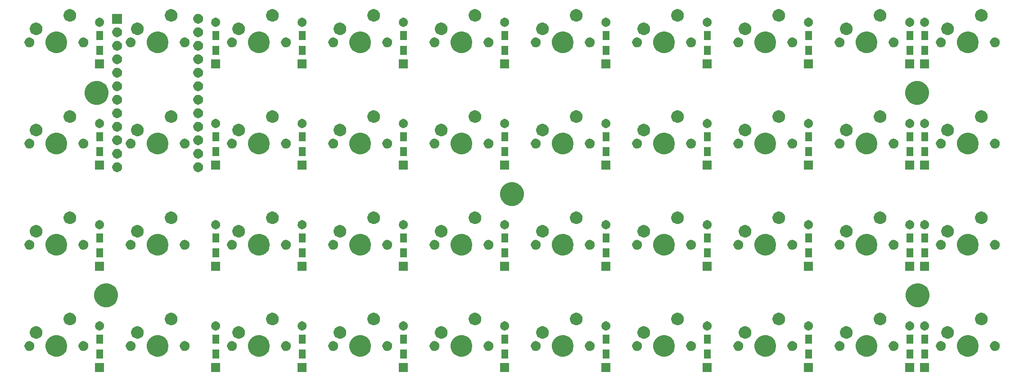
<source format=gbs>
G04 #@! TF.GenerationSoftware,KiCad,Pcbnew,(5.1.4-0)*
G04 #@! TF.CreationDate,2021-02-22T20:17:48-07:00*
G04 #@! TF.ProjectId,electrolyte,656c6563-7472-46f6-9c79-74652e6b6963,rev?*
G04 #@! TF.SameCoordinates,Original*
G04 #@! TF.FileFunction,Soldermask,Bot*
G04 #@! TF.FilePolarity,Negative*
%FSLAX46Y46*%
G04 Gerber Fmt 4.6, Leading zero omitted, Abs format (unit mm)*
G04 Created by KiCad (PCBNEW (5.1.4-0)) date 2021-02-22 20:17:48*
%MOMM*%
%LPD*%
G04 APERTURE LIST*
%ADD10C,0.020000*%
G04 APERTURE END LIST*
D10*
G36*
X190112750Y-87713750D02*
G01*
X188410750Y-87713750D01*
X188410750Y-86011750D01*
X190112750Y-86011750D01*
X190112750Y-87713750D01*
X190112750Y-87713750D01*
G37*
G36*
X187318750Y-87713750D02*
G01*
X185616750Y-87713750D01*
X185616750Y-86011750D01*
X187318750Y-86011750D01*
X187318750Y-87713750D01*
X187318750Y-87713750D01*
G37*
G36*
X168268750Y-87713750D02*
G01*
X166566750Y-87713750D01*
X166566750Y-86011750D01*
X168268750Y-86011750D01*
X168268750Y-87713750D01*
X168268750Y-87713750D01*
G37*
G36*
X149218750Y-87713750D02*
G01*
X147516750Y-87713750D01*
X147516750Y-86011750D01*
X149218750Y-86011750D01*
X149218750Y-87713750D01*
X149218750Y-87713750D01*
G37*
G36*
X130168750Y-87713750D02*
G01*
X128466750Y-87713750D01*
X128466750Y-86011750D01*
X130168750Y-86011750D01*
X130168750Y-87713750D01*
X130168750Y-87713750D01*
G37*
G36*
X111118750Y-87713750D02*
G01*
X109416750Y-87713750D01*
X109416750Y-86011750D01*
X111118750Y-86011750D01*
X111118750Y-87713750D01*
X111118750Y-87713750D01*
G37*
G36*
X92068750Y-87713750D02*
G01*
X90366750Y-87713750D01*
X90366750Y-86011750D01*
X92068750Y-86011750D01*
X92068750Y-87713750D01*
X92068750Y-87713750D01*
G37*
G36*
X73018750Y-87713750D02*
G01*
X71316750Y-87713750D01*
X71316750Y-86011750D01*
X73018750Y-86011750D01*
X73018750Y-87713750D01*
X73018750Y-87713750D01*
G37*
G36*
X56762750Y-87713750D02*
G01*
X55060750Y-87713750D01*
X55060750Y-86011750D01*
X56762750Y-86011750D01*
X56762750Y-87713750D01*
X56762750Y-87713750D01*
G37*
G36*
X34918750Y-87713750D02*
G01*
X33216750Y-87713750D01*
X33216750Y-86011750D01*
X34918750Y-86011750D01*
X34918750Y-87713750D01*
X34918750Y-87713750D01*
G37*
G36*
X34718750Y-85213750D02*
G01*
X33416750Y-85213750D01*
X33416750Y-83511750D01*
X34718750Y-83511750D01*
X34718750Y-85213750D01*
X34718750Y-85213750D01*
G37*
G36*
X129968750Y-85213750D02*
G01*
X128666750Y-85213750D01*
X128666750Y-83511750D01*
X129968750Y-83511750D01*
X129968750Y-85213750D01*
X129968750Y-85213750D01*
G37*
G36*
X189912750Y-85213750D02*
G01*
X188610750Y-85213750D01*
X188610750Y-83511750D01*
X189912750Y-83511750D01*
X189912750Y-85213750D01*
X189912750Y-85213750D01*
G37*
G36*
X187118750Y-85213750D02*
G01*
X185816750Y-85213750D01*
X185816750Y-83511750D01*
X187118750Y-83511750D01*
X187118750Y-85213750D01*
X187118750Y-85213750D01*
G37*
G36*
X168068750Y-85213750D02*
G01*
X166766750Y-85213750D01*
X166766750Y-83511750D01*
X168068750Y-83511750D01*
X168068750Y-85213750D01*
X168068750Y-85213750D01*
G37*
G36*
X149018750Y-85213750D02*
G01*
X147716750Y-85213750D01*
X147716750Y-83511750D01*
X149018750Y-83511750D01*
X149018750Y-85213750D01*
X149018750Y-85213750D01*
G37*
G36*
X110918750Y-85213750D02*
G01*
X109616750Y-85213750D01*
X109616750Y-83511750D01*
X110918750Y-83511750D01*
X110918750Y-85213750D01*
X110918750Y-85213750D01*
G37*
G36*
X91868750Y-85213750D02*
G01*
X90566750Y-85213750D01*
X90566750Y-83511750D01*
X91868750Y-83511750D01*
X91868750Y-85213750D01*
X91868750Y-85213750D01*
G37*
G36*
X72818750Y-85213750D02*
G01*
X71516750Y-85213750D01*
X71516750Y-83511750D01*
X72818750Y-83511750D01*
X72818750Y-85213750D01*
X72818750Y-85213750D01*
G37*
G36*
X56562750Y-85213750D02*
G01*
X55260750Y-85213750D01*
X55260750Y-83511750D01*
X56562750Y-83511750D01*
X56562750Y-85213750D01*
X56562750Y-85213750D01*
G37*
G36*
X178936224Y-80869434D02*
G01*
X179154224Y-80959733D01*
X179308373Y-81023583D01*
X179643298Y-81247373D01*
X179928127Y-81532202D01*
X180151917Y-81867127D01*
X180184312Y-81945336D01*
X180306066Y-82239276D01*
X180384650Y-82634344D01*
X180384650Y-83037156D01*
X180306066Y-83432224D01*
X180255201Y-83555022D01*
X180151917Y-83804373D01*
X179928127Y-84139298D01*
X179643298Y-84424127D01*
X179308373Y-84647917D01*
X179154224Y-84711767D01*
X178936224Y-84802066D01*
X178541156Y-84880650D01*
X178138344Y-84880650D01*
X177743276Y-84802066D01*
X177525276Y-84711767D01*
X177371127Y-84647917D01*
X177036202Y-84424127D01*
X176751373Y-84139298D01*
X176527583Y-83804373D01*
X176424299Y-83555022D01*
X176373434Y-83432224D01*
X176294850Y-83037156D01*
X176294850Y-82634344D01*
X176373434Y-82239276D01*
X176495188Y-81945336D01*
X176527583Y-81867127D01*
X176751373Y-81532202D01*
X177036202Y-81247373D01*
X177371127Y-81023583D01*
X177525276Y-80959733D01*
X177743276Y-80869434D01*
X178138344Y-80790850D01*
X178541156Y-80790850D01*
X178936224Y-80869434D01*
X178936224Y-80869434D01*
G37*
G36*
X159886224Y-80869434D02*
G01*
X160104224Y-80959733D01*
X160258373Y-81023583D01*
X160593298Y-81247373D01*
X160878127Y-81532202D01*
X161101917Y-81867127D01*
X161134312Y-81945336D01*
X161256066Y-82239276D01*
X161334650Y-82634344D01*
X161334650Y-83037156D01*
X161256066Y-83432224D01*
X161205201Y-83555022D01*
X161101917Y-83804373D01*
X160878127Y-84139298D01*
X160593298Y-84424127D01*
X160258373Y-84647917D01*
X160104224Y-84711767D01*
X159886224Y-84802066D01*
X159491156Y-84880650D01*
X159088344Y-84880650D01*
X158693276Y-84802066D01*
X158475276Y-84711767D01*
X158321127Y-84647917D01*
X157986202Y-84424127D01*
X157701373Y-84139298D01*
X157477583Y-83804373D01*
X157374299Y-83555022D01*
X157323434Y-83432224D01*
X157244850Y-83037156D01*
X157244850Y-82634344D01*
X157323434Y-82239276D01*
X157445188Y-81945336D01*
X157477583Y-81867127D01*
X157701373Y-81532202D01*
X157986202Y-81247373D01*
X158321127Y-81023583D01*
X158475276Y-80959733D01*
X158693276Y-80869434D01*
X159088344Y-80790850D01*
X159491156Y-80790850D01*
X159886224Y-80869434D01*
X159886224Y-80869434D01*
G37*
G36*
X197986224Y-80869434D02*
G01*
X198204224Y-80959733D01*
X198358373Y-81023583D01*
X198693298Y-81247373D01*
X198978127Y-81532202D01*
X199201917Y-81867127D01*
X199234312Y-81945336D01*
X199356066Y-82239276D01*
X199434650Y-82634344D01*
X199434650Y-83037156D01*
X199356066Y-83432224D01*
X199305201Y-83555022D01*
X199201917Y-83804373D01*
X198978127Y-84139298D01*
X198693298Y-84424127D01*
X198358373Y-84647917D01*
X198204224Y-84711767D01*
X197986224Y-84802066D01*
X197591156Y-84880650D01*
X197188344Y-84880650D01*
X196793276Y-84802066D01*
X196575276Y-84711767D01*
X196421127Y-84647917D01*
X196086202Y-84424127D01*
X195801373Y-84139298D01*
X195577583Y-83804373D01*
X195474299Y-83555022D01*
X195423434Y-83432224D01*
X195344850Y-83037156D01*
X195344850Y-82634344D01*
X195423434Y-82239276D01*
X195545188Y-81945336D01*
X195577583Y-81867127D01*
X195801373Y-81532202D01*
X196086202Y-81247373D01*
X196421127Y-81023583D01*
X196575276Y-80959733D01*
X196793276Y-80869434D01*
X197188344Y-80790850D01*
X197591156Y-80790850D01*
X197986224Y-80869434D01*
X197986224Y-80869434D01*
G37*
G36*
X140836224Y-80869434D02*
G01*
X141054224Y-80959733D01*
X141208373Y-81023583D01*
X141543298Y-81247373D01*
X141828127Y-81532202D01*
X142051917Y-81867127D01*
X142084312Y-81945336D01*
X142206066Y-82239276D01*
X142284650Y-82634344D01*
X142284650Y-83037156D01*
X142206066Y-83432224D01*
X142155201Y-83555022D01*
X142051917Y-83804373D01*
X141828127Y-84139298D01*
X141543298Y-84424127D01*
X141208373Y-84647917D01*
X141054224Y-84711767D01*
X140836224Y-84802066D01*
X140441156Y-84880650D01*
X140038344Y-84880650D01*
X139643276Y-84802066D01*
X139425276Y-84711767D01*
X139271127Y-84647917D01*
X138936202Y-84424127D01*
X138651373Y-84139298D01*
X138427583Y-83804373D01*
X138324299Y-83555022D01*
X138273434Y-83432224D01*
X138194850Y-83037156D01*
X138194850Y-82634344D01*
X138273434Y-82239276D01*
X138395188Y-81945336D01*
X138427583Y-81867127D01*
X138651373Y-81532202D01*
X138936202Y-81247373D01*
X139271127Y-81023583D01*
X139425276Y-80959733D01*
X139643276Y-80869434D01*
X140038344Y-80790850D01*
X140441156Y-80790850D01*
X140836224Y-80869434D01*
X140836224Y-80869434D01*
G37*
G36*
X121786224Y-80869434D02*
G01*
X122004224Y-80959733D01*
X122158373Y-81023583D01*
X122493298Y-81247373D01*
X122778127Y-81532202D01*
X123001917Y-81867127D01*
X123034312Y-81945336D01*
X123156066Y-82239276D01*
X123234650Y-82634344D01*
X123234650Y-83037156D01*
X123156066Y-83432224D01*
X123105201Y-83555022D01*
X123001917Y-83804373D01*
X122778127Y-84139298D01*
X122493298Y-84424127D01*
X122158373Y-84647917D01*
X122004224Y-84711767D01*
X121786224Y-84802066D01*
X121391156Y-84880650D01*
X120988344Y-84880650D01*
X120593276Y-84802066D01*
X120375276Y-84711767D01*
X120221127Y-84647917D01*
X119886202Y-84424127D01*
X119601373Y-84139298D01*
X119377583Y-83804373D01*
X119274299Y-83555022D01*
X119223434Y-83432224D01*
X119144850Y-83037156D01*
X119144850Y-82634344D01*
X119223434Y-82239276D01*
X119345188Y-81945336D01*
X119377583Y-81867127D01*
X119601373Y-81532202D01*
X119886202Y-81247373D01*
X120221127Y-81023583D01*
X120375276Y-80959733D01*
X120593276Y-80869434D01*
X120988344Y-80790850D01*
X121391156Y-80790850D01*
X121786224Y-80869434D01*
X121786224Y-80869434D01*
G37*
G36*
X102736224Y-80869434D02*
G01*
X102954224Y-80959733D01*
X103108373Y-81023583D01*
X103443298Y-81247373D01*
X103728127Y-81532202D01*
X103951917Y-81867127D01*
X103984312Y-81945336D01*
X104106066Y-82239276D01*
X104184650Y-82634344D01*
X104184650Y-83037156D01*
X104106066Y-83432224D01*
X104055201Y-83555022D01*
X103951917Y-83804373D01*
X103728127Y-84139298D01*
X103443298Y-84424127D01*
X103108373Y-84647917D01*
X102954224Y-84711767D01*
X102736224Y-84802066D01*
X102341156Y-84880650D01*
X101938344Y-84880650D01*
X101543276Y-84802066D01*
X101325276Y-84711767D01*
X101171127Y-84647917D01*
X100836202Y-84424127D01*
X100551373Y-84139298D01*
X100327583Y-83804373D01*
X100224299Y-83555022D01*
X100173434Y-83432224D01*
X100094850Y-83037156D01*
X100094850Y-82634344D01*
X100173434Y-82239276D01*
X100295188Y-81945336D01*
X100327583Y-81867127D01*
X100551373Y-81532202D01*
X100836202Y-81247373D01*
X101171127Y-81023583D01*
X101325276Y-80959733D01*
X101543276Y-80869434D01*
X101938344Y-80790850D01*
X102341156Y-80790850D01*
X102736224Y-80869434D01*
X102736224Y-80869434D01*
G37*
G36*
X83686224Y-80869434D02*
G01*
X83904224Y-80959733D01*
X84058373Y-81023583D01*
X84393298Y-81247373D01*
X84678127Y-81532202D01*
X84901917Y-81867127D01*
X84934312Y-81945336D01*
X85056066Y-82239276D01*
X85134650Y-82634344D01*
X85134650Y-83037156D01*
X85056066Y-83432224D01*
X85005201Y-83555022D01*
X84901917Y-83804373D01*
X84678127Y-84139298D01*
X84393298Y-84424127D01*
X84058373Y-84647917D01*
X83904224Y-84711767D01*
X83686224Y-84802066D01*
X83291156Y-84880650D01*
X82888344Y-84880650D01*
X82493276Y-84802066D01*
X82275276Y-84711767D01*
X82121127Y-84647917D01*
X81786202Y-84424127D01*
X81501373Y-84139298D01*
X81277583Y-83804373D01*
X81174299Y-83555022D01*
X81123434Y-83432224D01*
X81044850Y-83037156D01*
X81044850Y-82634344D01*
X81123434Y-82239276D01*
X81245188Y-81945336D01*
X81277583Y-81867127D01*
X81501373Y-81532202D01*
X81786202Y-81247373D01*
X82121127Y-81023583D01*
X82275276Y-80959733D01*
X82493276Y-80869434D01*
X82888344Y-80790850D01*
X83291156Y-80790850D01*
X83686224Y-80869434D01*
X83686224Y-80869434D01*
G37*
G36*
X64636224Y-80869434D02*
G01*
X64854224Y-80959733D01*
X65008373Y-81023583D01*
X65343298Y-81247373D01*
X65628127Y-81532202D01*
X65851917Y-81867127D01*
X65884312Y-81945336D01*
X66006066Y-82239276D01*
X66084650Y-82634344D01*
X66084650Y-83037156D01*
X66006066Y-83432224D01*
X65955201Y-83555022D01*
X65851917Y-83804373D01*
X65628127Y-84139298D01*
X65343298Y-84424127D01*
X65008373Y-84647917D01*
X64854224Y-84711767D01*
X64636224Y-84802066D01*
X64241156Y-84880650D01*
X63838344Y-84880650D01*
X63443276Y-84802066D01*
X63225276Y-84711767D01*
X63071127Y-84647917D01*
X62736202Y-84424127D01*
X62451373Y-84139298D01*
X62227583Y-83804373D01*
X62124299Y-83555022D01*
X62073434Y-83432224D01*
X61994850Y-83037156D01*
X61994850Y-82634344D01*
X62073434Y-82239276D01*
X62195188Y-81945336D01*
X62227583Y-81867127D01*
X62451373Y-81532202D01*
X62736202Y-81247373D01*
X63071127Y-81023583D01*
X63225276Y-80959733D01*
X63443276Y-80869434D01*
X63838344Y-80790850D01*
X64241156Y-80790850D01*
X64636224Y-80869434D01*
X64636224Y-80869434D01*
G37*
G36*
X45586224Y-80869434D02*
G01*
X45804224Y-80959733D01*
X45958373Y-81023583D01*
X46293298Y-81247373D01*
X46578127Y-81532202D01*
X46801917Y-81867127D01*
X46834312Y-81945336D01*
X46956066Y-82239276D01*
X47034650Y-82634344D01*
X47034650Y-83037156D01*
X46956066Y-83432224D01*
X46905201Y-83555022D01*
X46801917Y-83804373D01*
X46578127Y-84139298D01*
X46293298Y-84424127D01*
X45958373Y-84647917D01*
X45804224Y-84711767D01*
X45586224Y-84802066D01*
X45191156Y-84880650D01*
X44788344Y-84880650D01*
X44393276Y-84802066D01*
X44175276Y-84711767D01*
X44021127Y-84647917D01*
X43686202Y-84424127D01*
X43401373Y-84139298D01*
X43177583Y-83804373D01*
X43074299Y-83555022D01*
X43023434Y-83432224D01*
X42944850Y-83037156D01*
X42944850Y-82634344D01*
X43023434Y-82239276D01*
X43145188Y-81945336D01*
X43177583Y-81867127D01*
X43401373Y-81532202D01*
X43686202Y-81247373D01*
X44021127Y-81023583D01*
X44175276Y-80959733D01*
X44393276Y-80869434D01*
X44788344Y-80790850D01*
X45191156Y-80790850D01*
X45586224Y-80869434D01*
X45586224Y-80869434D01*
G37*
G36*
X26536224Y-80869434D02*
G01*
X26754224Y-80959733D01*
X26908373Y-81023583D01*
X27243298Y-81247373D01*
X27528127Y-81532202D01*
X27751917Y-81867127D01*
X27784312Y-81945336D01*
X27906066Y-82239276D01*
X27984650Y-82634344D01*
X27984650Y-83037156D01*
X27906066Y-83432224D01*
X27855201Y-83555022D01*
X27751917Y-83804373D01*
X27528127Y-84139298D01*
X27243298Y-84424127D01*
X26908373Y-84647917D01*
X26754224Y-84711767D01*
X26536224Y-84802066D01*
X26141156Y-84880650D01*
X25738344Y-84880650D01*
X25343276Y-84802066D01*
X25125276Y-84711767D01*
X24971127Y-84647917D01*
X24636202Y-84424127D01*
X24351373Y-84139298D01*
X24127583Y-83804373D01*
X24024299Y-83555022D01*
X23973434Y-83432224D01*
X23894850Y-83037156D01*
X23894850Y-82634344D01*
X23973434Y-82239276D01*
X24095188Y-81945336D01*
X24127583Y-81867127D01*
X24351373Y-81532202D01*
X24636202Y-81247373D01*
X24971127Y-81023583D01*
X25125276Y-80959733D01*
X25343276Y-80869434D01*
X25738344Y-80790850D01*
X26141156Y-80790850D01*
X26536224Y-80869434D01*
X26536224Y-80869434D01*
G37*
G36*
X107489854Y-81945335D02*
G01*
X107658376Y-82015139D01*
X107810041Y-82116478D01*
X107939022Y-82245459D01*
X108040361Y-82397124D01*
X108110165Y-82565646D01*
X108145750Y-82744547D01*
X108145750Y-82926953D01*
X108110165Y-83105854D01*
X108040361Y-83274376D01*
X107939022Y-83426041D01*
X107810041Y-83555022D01*
X107658376Y-83656361D01*
X107489854Y-83726165D01*
X107310953Y-83761750D01*
X107128547Y-83761750D01*
X106949646Y-83726165D01*
X106781124Y-83656361D01*
X106629459Y-83555022D01*
X106500478Y-83426041D01*
X106399139Y-83274376D01*
X106329335Y-83105854D01*
X106293750Y-82926953D01*
X106293750Y-82744547D01*
X106329335Y-82565646D01*
X106399139Y-82397124D01*
X106500478Y-82245459D01*
X106629459Y-82116478D01*
X106781124Y-82015139D01*
X106949646Y-81945335D01*
X107128547Y-81909750D01*
X107310953Y-81909750D01*
X107489854Y-81945335D01*
X107489854Y-81945335D01*
G37*
G36*
X202739854Y-81945335D02*
G01*
X202908376Y-82015139D01*
X203060041Y-82116478D01*
X203189022Y-82245459D01*
X203290361Y-82397124D01*
X203360165Y-82565646D01*
X203395750Y-82744547D01*
X203395750Y-82926953D01*
X203360165Y-83105854D01*
X203290361Y-83274376D01*
X203189022Y-83426041D01*
X203060041Y-83555022D01*
X202908376Y-83656361D01*
X202739854Y-83726165D01*
X202560953Y-83761750D01*
X202378547Y-83761750D01*
X202199646Y-83726165D01*
X202031124Y-83656361D01*
X201879459Y-83555022D01*
X201750478Y-83426041D01*
X201649139Y-83274376D01*
X201579335Y-83105854D01*
X201543750Y-82926953D01*
X201543750Y-82744547D01*
X201579335Y-82565646D01*
X201649139Y-82397124D01*
X201750478Y-82245459D01*
X201879459Y-82116478D01*
X202031124Y-82015139D01*
X202199646Y-81945335D01*
X202378547Y-81909750D01*
X202560953Y-81909750D01*
X202739854Y-81945335D01*
X202739854Y-81945335D01*
G37*
G36*
X192579854Y-81945335D02*
G01*
X192748376Y-82015139D01*
X192900041Y-82116478D01*
X193029022Y-82245459D01*
X193130361Y-82397124D01*
X193200165Y-82565646D01*
X193235750Y-82744547D01*
X193235750Y-82926953D01*
X193200165Y-83105854D01*
X193130361Y-83274376D01*
X193029022Y-83426041D01*
X192900041Y-83555022D01*
X192748376Y-83656361D01*
X192579854Y-83726165D01*
X192400953Y-83761750D01*
X192218547Y-83761750D01*
X192039646Y-83726165D01*
X191871124Y-83656361D01*
X191719459Y-83555022D01*
X191590478Y-83426041D01*
X191489139Y-83274376D01*
X191419335Y-83105854D01*
X191383750Y-82926953D01*
X191383750Y-82744547D01*
X191419335Y-82565646D01*
X191489139Y-82397124D01*
X191590478Y-82245459D01*
X191719459Y-82116478D01*
X191871124Y-82015139D01*
X192039646Y-81945335D01*
X192218547Y-81909750D01*
X192400953Y-81909750D01*
X192579854Y-81945335D01*
X192579854Y-81945335D01*
G37*
G36*
X183689854Y-81945335D02*
G01*
X183858376Y-82015139D01*
X184010041Y-82116478D01*
X184139022Y-82245459D01*
X184240361Y-82397124D01*
X184310165Y-82565646D01*
X184345750Y-82744547D01*
X184345750Y-82926953D01*
X184310165Y-83105854D01*
X184240361Y-83274376D01*
X184139022Y-83426041D01*
X184010041Y-83555022D01*
X183858376Y-83656361D01*
X183689854Y-83726165D01*
X183510953Y-83761750D01*
X183328547Y-83761750D01*
X183149646Y-83726165D01*
X182981124Y-83656361D01*
X182829459Y-83555022D01*
X182700478Y-83426041D01*
X182599139Y-83274376D01*
X182529335Y-83105854D01*
X182493750Y-82926953D01*
X182493750Y-82744547D01*
X182529335Y-82565646D01*
X182599139Y-82397124D01*
X182700478Y-82245459D01*
X182829459Y-82116478D01*
X182981124Y-82015139D01*
X183149646Y-81945335D01*
X183328547Y-81909750D01*
X183510953Y-81909750D01*
X183689854Y-81945335D01*
X183689854Y-81945335D01*
G37*
G36*
X173529854Y-81945335D02*
G01*
X173698376Y-82015139D01*
X173850041Y-82116478D01*
X173979022Y-82245459D01*
X174080361Y-82397124D01*
X174150165Y-82565646D01*
X174185750Y-82744547D01*
X174185750Y-82926953D01*
X174150165Y-83105854D01*
X174080361Y-83274376D01*
X173979022Y-83426041D01*
X173850041Y-83555022D01*
X173698376Y-83656361D01*
X173529854Y-83726165D01*
X173350953Y-83761750D01*
X173168547Y-83761750D01*
X172989646Y-83726165D01*
X172821124Y-83656361D01*
X172669459Y-83555022D01*
X172540478Y-83426041D01*
X172439139Y-83274376D01*
X172369335Y-83105854D01*
X172333750Y-82926953D01*
X172333750Y-82744547D01*
X172369335Y-82565646D01*
X172439139Y-82397124D01*
X172540478Y-82245459D01*
X172669459Y-82116478D01*
X172821124Y-82015139D01*
X172989646Y-81945335D01*
X173168547Y-81909750D01*
X173350953Y-81909750D01*
X173529854Y-81945335D01*
X173529854Y-81945335D01*
G37*
G36*
X164639854Y-81945335D02*
G01*
X164808376Y-82015139D01*
X164960041Y-82116478D01*
X165089022Y-82245459D01*
X165190361Y-82397124D01*
X165260165Y-82565646D01*
X165295750Y-82744547D01*
X165295750Y-82926953D01*
X165260165Y-83105854D01*
X165190361Y-83274376D01*
X165089022Y-83426041D01*
X164960041Y-83555022D01*
X164808376Y-83656361D01*
X164639854Y-83726165D01*
X164460953Y-83761750D01*
X164278547Y-83761750D01*
X164099646Y-83726165D01*
X163931124Y-83656361D01*
X163779459Y-83555022D01*
X163650478Y-83426041D01*
X163549139Y-83274376D01*
X163479335Y-83105854D01*
X163443750Y-82926953D01*
X163443750Y-82744547D01*
X163479335Y-82565646D01*
X163549139Y-82397124D01*
X163650478Y-82245459D01*
X163779459Y-82116478D01*
X163931124Y-82015139D01*
X164099646Y-81945335D01*
X164278547Y-81909750D01*
X164460953Y-81909750D01*
X164639854Y-81945335D01*
X164639854Y-81945335D01*
G37*
G36*
X154479854Y-81945335D02*
G01*
X154648376Y-82015139D01*
X154800041Y-82116478D01*
X154929022Y-82245459D01*
X155030361Y-82397124D01*
X155100165Y-82565646D01*
X155135750Y-82744547D01*
X155135750Y-82926953D01*
X155100165Y-83105854D01*
X155030361Y-83274376D01*
X154929022Y-83426041D01*
X154800041Y-83555022D01*
X154648376Y-83656361D01*
X154479854Y-83726165D01*
X154300953Y-83761750D01*
X154118547Y-83761750D01*
X153939646Y-83726165D01*
X153771124Y-83656361D01*
X153619459Y-83555022D01*
X153490478Y-83426041D01*
X153389139Y-83274376D01*
X153319335Y-83105854D01*
X153283750Y-82926953D01*
X153283750Y-82744547D01*
X153319335Y-82565646D01*
X153389139Y-82397124D01*
X153490478Y-82245459D01*
X153619459Y-82116478D01*
X153771124Y-82015139D01*
X153939646Y-81945335D01*
X154118547Y-81909750D01*
X154300953Y-81909750D01*
X154479854Y-81945335D01*
X154479854Y-81945335D01*
G37*
G36*
X145589854Y-81945335D02*
G01*
X145758376Y-82015139D01*
X145910041Y-82116478D01*
X146039022Y-82245459D01*
X146140361Y-82397124D01*
X146210165Y-82565646D01*
X146245750Y-82744547D01*
X146245750Y-82926953D01*
X146210165Y-83105854D01*
X146140361Y-83274376D01*
X146039022Y-83426041D01*
X145910041Y-83555022D01*
X145758376Y-83656361D01*
X145589854Y-83726165D01*
X145410953Y-83761750D01*
X145228547Y-83761750D01*
X145049646Y-83726165D01*
X144881124Y-83656361D01*
X144729459Y-83555022D01*
X144600478Y-83426041D01*
X144499139Y-83274376D01*
X144429335Y-83105854D01*
X144393750Y-82926953D01*
X144393750Y-82744547D01*
X144429335Y-82565646D01*
X144499139Y-82397124D01*
X144600478Y-82245459D01*
X144729459Y-82116478D01*
X144881124Y-82015139D01*
X145049646Y-81945335D01*
X145228547Y-81909750D01*
X145410953Y-81909750D01*
X145589854Y-81945335D01*
X145589854Y-81945335D01*
G37*
G36*
X135429854Y-81945335D02*
G01*
X135598376Y-82015139D01*
X135750041Y-82116478D01*
X135879022Y-82245459D01*
X135980361Y-82397124D01*
X136050165Y-82565646D01*
X136085750Y-82744547D01*
X136085750Y-82926953D01*
X136050165Y-83105854D01*
X135980361Y-83274376D01*
X135879022Y-83426041D01*
X135750041Y-83555022D01*
X135598376Y-83656361D01*
X135429854Y-83726165D01*
X135250953Y-83761750D01*
X135068547Y-83761750D01*
X134889646Y-83726165D01*
X134721124Y-83656361D01*
X134569459Y-83555022D01*
X134440478Y-83426041D01*
X134339139Y-83274376D01*
X134269335Y-83105854D01*
X134233750Y-82926953D01*
X134233750Y-82744547D01*
X134269335Y-82565646D01*
X134339139Y-82397124D01*
X134440478Y-82245459D01*
X134569459Y-82116478D01*
X134721124Y-82015139D01*
X134889646Y-81945335D01*
X135068547Y-81909750D01*
X135250953Y-81909750D01*
X135429854Y-81945335D01*
X135429854Y-81945335D01*
G37*
G36*
X126539854Y-81945335D02*
G01*
X126708376Y-82015139D01*
X126860041Y-82116478D01*
X126989022Y-82245459D01*
X127090361Y-82397124D01*
X127160165Y-82565646D01*
X127195750Y-82744547D01*
X127195750Y-82926953D01*
X127160165Y-83105854D01*
X127090361Y-83274376D01*
X126989022Y-83426041D01*
X126860041Y-83555022D01*
X126708376Y-83656361D01*
X126539854Y-83726165D01*
X126360953Y-83761750D01*
X126178547Y-83761750D01*
X125999646Y-83726165D01*
X125831124Y-83656361D01*
X125679459Y-83555022D01*
X125550478Y-83426041D01*
X125449139Y-83274376D01*
X125379335Y-83105854D01*
X125343750Y-82926953D01*
X125343750Y-82744547D01*
X125379335Y-82565646D01*
X125449139Y-82397124D01*
X125550478Y-82245459D01*
X125679459Y-82116478D01*
X125831124Y-82015139D01*
X125999646Y-81945335D01*
X126178547Y-81909750D01*
X126360953Y-81909750D01*
X126539854Y-81945335D01*
X126539854Y-81945335D01*
G37*
G36*
X31289854Y-81945335D02*
G01*
X31458376Y-82015139D01*
X31610041Y-82116478D01*
X31739022Y-82245459D01*
X31840361Y-82397124D01*
X31910165Y-82565646D01*
X31945750Y-82744547D01*
X31945750Y-82926953D01*
X31910165Y-83105854D01*
X31840361Y-83274376D01*
X31739022Y-83426041D01*
X31610041Y-83555022D01*
X31458376Y-83656361D01*
X31289854Y-83726165D01*
X31110953Y-83761750D01*
X30928547Y-83761750D01*
X30749646Y-83726165D01*
X30581124Y-83656361D01*
X30429459Y-83555022D01*
X30300478Y-83426041D01*
X30199139Y-83274376D01*
X30129335Y-83105854D01*
X30093750Y-82926953D01*
X30093750Y-82744547D01*
X30129335Y-82565646D01*
X30199139Y-82397124D01*
X30300478Y-82245459D01*
X30429459Y-82116478D01*
X30581124Y-82015139D01*
X30749646Y-81945335D01*
X30928547Y-81909750D01*
X31110953Y-81909750D01*
X31289854Y-81945335D01*
X31289854Y-81945335D01*
G37*
G36*
X21129854Y-81945335D02*
G01*
X21298376Y-82015139D01*
X21450041Y-82116478D01*
X21579022Y-82245459D01*
X21680361Y-82397124D01*
X21750165Y-82565646D01*
X21785750Y-82744547D01*
X21785750Y-82926953D01*
X21750165Y-83105854D01*
X21680361Y-83274376D01*
X21579022Y-83426041D01*
X21450041Y-83555022D01*
X21298376Y-83656361D01*
X21129854Y-83726165D01*
X20950953Y-83761750D01*
X20768547Y-83761750D01*
X20589646Y-83726165D01*
X20421124Y-83656361D01*
X20269459Y-83555022D01*
X20140478Y-83426041D01*
X20039139Y-83274376D01*
X19969335Y-83105854D01*
X19933750Y-82926953D01*
X19933750Y-82744547D01*
X19969335Y-82565646D01*
X20039139Y-82397124D01*
X20140478Y-82245459D01*
X20269459Y-82116478D01*
X20421124Y-82015139D01*
X20589646Y-81945335D01*
X20768547Y-81909750D01*
X20950953Y-81909750D01*
X21129854Y-81945335D01*
X21129854Y-81945335D01*
G37*
G36*
X116379854Y-81945335D02*
G01*
X116548376Y-82015139D01*
X116700041Y-82116478D01*
X116829022Y-82245459D01*
X116930361Y-82397124D01*
X117000165Y-82565646D01*
X117035750Y-82744547D01*
X117035750Y-82926953D01*
X117000165Y-83105854D01*
X116930361Y-83274376D01*
X116829022Y-83426041D01*
X116700041Y-83555022D01*
X116548376Y-83656361D01*
X116379854Y-83726165D01*
X116200953Y-83761750D01*
X116018547Y-83761750D01*
X115839646Y-83726165D01*
X115671124Y-83656361D01*
X115519459Y-83555022D01*
X115390478Y-83426041D01*
X115289139Y-83274376D01*
X115219335Y-83105854D01*
X115183750Y-82926953D01*
X115183750Y-82744547D01*
X115219335Y-82565646D01*
X115289139Y-82397124D01*
X115390478Y-82245459D01*
X115519459Y-82116478D01*
X115671124Y-82015139D01*
X115839646Y-81945335D01*
X116018547Y-81909750D01*
X116200953Y-81909750D01*
X116379854Y-81945335D01*
X116379854Y-81945335D01*
G37*
G36*
X50339854Y-81945335D02*
G01*
X50508376Y-82015139D01*
X50660041Y-82116478D01*
X50789022Y-82245459D01*
X50890361Y-82397124D01*
X50960165Y-82565646D01*
X50995750Y-82744547D01*
X50995750Y-82926953D01*
X50960165Y-83105854D01*
X50890361Y-83274376D01*
X50789022Y-83426041D01*
X50660041Y-83555022D01*
X50508376Y-83656361D01*
X50339854Y-83726165D01*
X50160953Y-83761750D01*
X49978547Y-83761750D01*
X49799646Y-83726165D01*
X49631124Y-83656361D01*
X49479459Y-83555022D01*
X49350478Y-83426041D01*
X49249139Y-83274376D01*
X49179335Y-83105854D01*
X49143750Y-82926953D01*
X49143750Y-82744547D01*
X49179335Y-82565646D01*
X49249139Y-82397124D01*
X49350478Y-82245459D01*
X49479459Y-82116478D01*
X49631124Y-82015139D01*
X49799646Y-81945335D01*
X49978547Y-81909750D01*
X50160953Y-81909750D01*
X50339854Y-81945335D01*
X50339854Y-81945335D01*
G37*
G36*
X40179854Y-81945335D02*
G01*
X40348376Y-82015139D01*
X40500041Y-82116478D01*
X40629022Y-82245459D01*
X40730361Y-82397124D01*
X40800165Y-82565646D01*
X40835750Y-82744547D01*
X40835750Y-82926953D01*
X40800165Y-83105854D01*
X40730361Y-83274376D01*
X40629022Y-83426041D01*
X40500041Y-83555022D01*
X40348376Y-83656361D01*
X40179854Y-83726165D01*
X40000953Y-83761750D01*
X39818547Y-83761750D01*
X39639646Y-83726165D01*
X39471124Y-83656361D01*
X39319459Y-83555022D01*
X39190478Y-83426041D01*
X39089139Y-83274376D01*
X39019335Y-83105854D01*
X38983750Y-82926953D01*
X38983750Y-82744547D01*
X39019335Y-82565646D01*
X39089139Y-82397124D01*
X39190478Y-82245459D01*
X39319459Y-82116478D01*
X39471124Y-82015139D01*
X39639646Y-81945335D01*
X39818547Y-81909750D01*
X40000953Y-81909750D01*
X40179854Y-81945335D01*
X40179854Y-81945335D01*
G37*
G36*
X69389854Y-81945335D02*
G01*
X69558376Y-82015139D01*
X69710041Y-82116478D01*
X69839022Y-82245459D01*
X69940361Y-82397124D01*
X70010165Y-82565646D01*
X70045750Y-82744547D01*
X70045750Y-82926953D01*
X70010165Y-83105854D01*
X69940361Y-83274376D01*
X69839022Y-83426041D01*
X69710041Y-83555022D01*
X69558376Y-83656361D01*
X69389854Y-83726165D01*
X69210953Y-83761750D01*
X69028547Y-83761750D01*
X68849646Y-83726165D01*
X68681124Y-83656361D01*
X68529459Y-83555022D01*
X68400478Y-83426041D01*
X68299139Y-83274376D01*
X68229335Y-83105854D01*
X68193750Y-82926953D01*
X68193750Y-82744547D01*
X68229335Y-82565646D01*
X68299139Y-82397124D01*
X68400478Y-82245459D01*
X68529459Y-82116478D01*
X68681124Y-82015139D01*
X68849646Y-81945335D01*
X69028547Y-81909750D01*
X69210953Y-81909750D01*
X69389854Y-81945335D01*
X69389854Y-81945335D01*
G37*
G36*
X59229854Y-81945335D02*
G01*
X59398376Y-82015139D01*
X59550041Y-82116478D01*
X59679022Y-82245459D01*
X59780361Y-82397124D01*
X59850165Y-82565646D01*
X59885750Y-82744547D01*
X59885750Y-82926953D01*
X59850165Y-83105854D01*
X59780361Y-83274376D01*
X59679022Y-83426041D01*
X59550041Y-83555022D01*
X59398376Y-83656361D01*
X59229854Y-83726165D01*
X59050953Y-83761750D01*
X58868547Y-83761750D01*
X58689646Y-83726165D01*
X58521124Y-83656361D01*
X58369459Y-83555022D01*
X58240478Y-83426041D01*
X58139139Y-83274376D01*
X58069335Y-83105854D01*
X58033750Y-82926953D01*
X58033750Y-82744547D01*
X58069335Y-82565646D01*
X58139139Y-82397124D01*
X58240478Y-82245459D01*
X58369459Y-82116478D01*
X58521124Y-82015139D01*
X58689646Y-81945335D01*
X58868547Y-81909750D01*
X59050953Y-81909750D01*
X59229854Y-81945335D01*
X59229854Y-81945335D01*
G37*
G36*
X88439854Y-81945335D02*
G01*
X88608376Y-82015139D01*
X88760041Y-82116478D01*
X88889022Y-82245459D01*
X88990361Y-82397124D01*
X89060165Y-82565646D01*
X89095750Y-82744547D01*
X89095750Y-82926953D01*
X89060165Y-83105854D01*
X88990361Y-83274376D01*
X88889022Y-83426041D01*
X88760041Y-83555022D01*
X88608376Y-83656361D01*
X88439854Y-83726165D01*
X88260953Y-83761750D01*
X88078547Y-83761750D01*
X87899646Y-83726165D01*
X87731124Y-83656361D01*
X87579459Y-83555022D01*
X87450478Y-83426041D01*
X87349139Y-83274376D01*
X87279335Y-83105854D01*
X87243750Y-82926953D01*
X87243750Y-82744547D01*
X87279335Y-82565646D01*
X87349139Y-82397124D01*
X87450478Y-82245459D01*
X87579459Y-82116478D01*
X87731124Y-82015139D01*
X87899646Y-81945335D01*
X88078547Y-81909750D01*
X88260953Y-81909750D01*
X88439854Y-81945335D01*
X88439854Y-81945335D01*
G37*
G36*
X78279854Y-81945335D02*
G01*
X78448376Y-82015139D01*
X78600041Y-82116478D01*
X78729022Y-82245459D01*
X78830361Y-82397124D01*
X78900165Y-82565646D01*
X78935750Y-82744547D01*
X78935750Y-82926953D01*
X78900165Y-83105854D01*
X78830361Y-83274376D01*
X78729022Y-83426041D01*
X78600041Y-83555022D01*
X78448376Y-83656361D01*
X78279854Y-83726165D01*
X78100953Y-83761750D01*
X77918547Y-83761750D01*
X77739646Y-83726165D01*
X77571124Y-83656361D01*
X77419459Y-83555022D01*
X77290478Y-83426041D01*
X77189139Y-83274376D01*
X77119335Y-83105854D01*
X77083750Y-82926953D01*
X77083750Y-82744547D01*
X77119335Y-82565646D01*
X77189139Y-82397124D01*
X77290478Y-82245459D01*
X77419459Y-82116478D01*
X77571124Y-82015139D01*
X77739646Y-81945335D01*
X77918547Y-81909750D01*
X78100953Y-81909750D01*
X78279854Y-81945335D01*
X78279854Y-81945335D01*
G37*
G36*
X97329854Y-81945335D02*
G01*
X97498376Y-82015139D01*
X97650041Y-82116478D01*
X97779022Y-82245459D01*
X97880361Y-82397124D01*
X97950165Y-82565646D01*
X97985750Y-82744547D01*
X97985750Y-82926953D01*
X97950165Y-83105854D01*
X97880361Y-83274376D01*
X97779022Y-83426041D01*
X97650041Y-83555022D01*
X97498376Y-83656361D01*
X97329854Y-83726165D01*
X97150953Y-83761750D01*
X96968547Y-83761750D01*
X96789646Y-83726165D01*
X96621124Y-83656361D01*
X96469459Y-83555022D01*
X96340478Y-83426041D01*
X96239139Y-83274376D01*
X96169335Y-83105854D01*
X96133750Y-82926953D01*
X96133750Y-82744547D01*
X96169335Y-82565646D01*
X96239139Y-82397124D01*
X96340478Y-82245459D01*
X96469459Y-82116478D01*
X96621124Y-82015139D01*
X96789646Y-81945335D01*
X96968547Y-81909750D01*
X97150953Y-81909750D01*
X97329854Y-81945335D01*
X97329854Y-81945335D01*
G37*
G36*
X34718750Y-82413750D02*
G01*
X33416750Y-82413750D01*
X33416750Y-80711750D01*
X34718750Y-80711750D01*
X34718750Y-82413750D01*
X34718750Y-82413750D01*
G37*
G36*
X189912750Y-82413750D02*
G01*
X188610750Y-82413750D01*
X188610750Y-80711750D01*
X189912750Y-80711750D01*
X189912750Y-82413750D01*
X189912750Y-82413750D01*
G37*
G36*
X187118750Y-82413750D02*
G01*
X185816750Y-82413750D01*
X185816750Y-80711750D01*
X187118750Y-80711750D01*
X187118750Y-82413750D01*
X187118750Y-82413750D01*
G37*
G36*
X56562750Y-82413750D02*
G01*
X55260750Y-82413750D01*
X55260750Y-80711750D01*
X56562750Y-80711750D01*
X56562750Y-82413750D01*
X56562750Y-82413750D01*
G37*
G36*
X168068750Y-82413750D02*
G01*
X166766750Y-82413750D01*
X166766750Y-80711750D01*
X168068750Y-80711750D01*
X168068750Y-82413750D01*
X168068750Y-82413750D01*
G37*
G36*
X149018750Y-82413750D02*
G01*
X147716750Y-82413750D01*
X147716750Y-80711750D01*
X149018750Y-80711750D01*
X149018750Y-82413750D01*
X149018750Y-82413750D01*
G37*
G36*
X72818750Y-82413750D02*
G01*
X71516750Y-82413750D01*
X71516750Y-80711750D01*
X72818750Y-80711750D01*
X72818750Y-82413750D01*
X72818750Y-82413750D01*
G37*
G36*
X129968750Y-82413750D02*
G01*
X128666750Y-82413750D01*
X128666750Y-80711750D01*
X129968750Y-80711750D01*
X129968750Y-82413750D01*
X129968750Y-82413750D01*
G37*
G36*
X110918750Y-82413750D02*
G01*
X109616750Y-82413750D01*
X109616750Y-80711750D01*
X110918750Y-80711750D01*
X110918750Y-82413750D01*
X110918750Y-82413750D01*
G37*
G36*
X91868750Y-82413750D02*
G01*
X90566750Y-82413750D01*
X90566750Y-80711750D01*
X91868750Y-80711750D01*
X91868750Y-82413750D01*
X91868750Y-82413750D01*
G37*
G36*
X22321310Y-79134814D02*
G01*
X22472777Y-79164943D01*
X22686795Y-79253592D01*
X22686796Y-79253593D01*
X22879404Y-79382289D01*
X23043211Y-79546096D01*
X23129008Y-79674501D01*
X23171908Y-79738705D01*
X23260557Y-79952723D01*
X23305750Y-80179924D01*
X23305750Y-80411576D01*
X23260557Y-80638777D01*
X23171908Y-80852795D01*
X23171907Y-80852796D01*
X23043211Y-81045404D01*
X22879404Y-81209211D01*
X22822290Y-81247373D01*
X22686795Y-81337908D01*
X22472777Y-81426557D01*
X22321310Y-81456686D01*
X22245577Y-81471750D01*
X22013923Y-81471750D01*
X21938190Y-81456686D01*
X21786723Y-81426557D01*
X21572705Y-81337908D01*
X21437210Y-81247373D01*
X21380096Y-81209211D01*
X21216289Y-81045404D01*
X21087593Y-80852796D01*
X21087592Y-80852795D01*
X20998943Y-80638777D01*
X20953750Y-80411576D01*
X20953750Y-80179924D01*
X20998943Y-79952723D01*
X21087592Y-79738705D01*
X21130492Y-79674501D01*
X21216289Y-79546096D01*
X21380096Y-79382289D01*
X21572704Y-79253593D01*
X21572705Y-79253592D01*
X21786723Y-79164943D01*
X21938190Y-79134814D01*
X22013923Y-79119750D01*
X22245577Y-79119750D01*
X22321310Y-79134814D01*
X22321310Y-79134814D01*
G37*
G36*
X117571310Y-79134814D02*
G01*
X117722777Y-79164943D01*
X117936795Y-79253592D01*
X117936796Y-79253593D01*
X118129404Y-79382289D01*
X118293211Y-79546096D01*
X118379008Y-79674501D01*
X118421908Y-79738705D01*
X118510557Y-79952723D01*
X118555750Y-80179924D01*
X118555750Y-80411576D01*
X118510557Y-80638777D01*
X118421908Y-80852795D01*
X118421907Y-80852796D01*
X118293211Y-81045404D01*
X118129404Y-81209211D01*
X118072290Y-81247373D01*
X117936795Y-81337908D01*
X117722777Y-81426557D01*
X117571310Y-81456686D01*
X117495577Y-81471750D01*
X117263923Y-81471750D01*
X117188190Y-81456686D01*
X117036723Y-81426557D01*
X116822705Y-81337908D01*
X116687210Y-81247373D01*
X116630096Y-81209211D01*
X116466289Y-81045404D01*
X116337593Y-80852796D01*
X116337592Y-80852795D01*
X116248943Y-80638777D01*
X116203750Y-80411576D01*
X116203750Y-80179924D01*
X116248943Y-79952723D01*
X116337592Y-79738705D01*
X116380492Y-79674501D01*
X116466289Y-79546096D01*
X116630096Y-79382289D01*
X116822704Y-79253593D01*
X116822705Y-79253592D01*
X117036723Y-79164943D01*
X117188190Y-79134814D01*
X117263923Y-79119750D01*
X117495577Y-79119750D01*
X117571310Y-79134814D01*
X117571310Y-79134814D01*
G37*
G36*
X79471310Y-79134814D02*
G01*
X79622777Y-79164943D01*
X79836795Y-79253592D01*
X79836796Y-79253593D01*
X80029404Y-79382289D01*
X80193211Y-79546096D01*
X80279008Y-79674501D01*
X80321908Y-79738705D01*
X80410557Y-79952723D01*
X80455750Y-80179924D01*
X80455750Y-80411576D01*
X80410557Y-80638777D01*
X80321908Y-80852795D01*
X80321907Y-80852796D01*
X80193211Y-81045404D01*
X80029404Y-81209211D01*
X79972290Y-81247373D01*
X79836795Y-81337908D01*
X79622777Y-81426557D01*
X79471310Y-81456686D01*
X79395577Y-81471750D01*
X79163923Y-81471750D01*
X79088190Y-81456686D01*
X78936723Y-81426557D01*
X78722705Y-81337908D01*
X78587210Y-81247373D01*
X78530096Y-81209211D01*
X78366289Y-81045404D01*
X78237593Y-80852796D01*
X78237592Y-80852795D01*
X78148943Y-80638777D01*
X78103750Y-80411576D01*
X78103750Y-80179924D01*
X78148943Y-79952723D01*
X78237592Y-79738705D01*
X78280492Y-79674501D01*
X78366289Y-79546096D01*
X78530096Y-79382289D01*
X78722704Y-79253593D01*
X78722705Y-79253592D01*
X78936723Y-79164943D01*
X79088190Y-79134814D01*
X79163923Y-79119750D01*
X79395577Y-79119750D01*
X79471310Y-79134814D01*
X79471310Y-79134814D01*
G37*
G36*
X174721310Y-79134814D02*
G01*
X174872777Y-79164943D01*
X175086795Y-79253592D01*
X175086796Y-79253593D01*
X175279404Y-79382289D01*
X175443211Y-79546096D01*
X175529008Y-79674501D01*
X175571908Y-79738705D01*
X175660557Y-79952723D01*
X175705750Y-80179924D01*
X175705750Y-80411576D01*
X175660557Y-80638777D01*
X175571908Y-80852795D01*
X175571907Y-80852796D01*
X175443211Y-81045404D01*
X175279404Y-81209211D01*
X175222290Y-81247373D01*
X175086795Y-81337908D01*
X174872777Y-81426557D01*
X174721310Y-81456686D01*
X174645577Y-81471750D01*
X174413923Y-81471750D01*
X174338190Y-81456686D01*
X174186723Y-81426557D01*
X173972705Y-81337908D01*
X173837210Y-81247373D01*
X173780096Y-81209211D01*
X173616289Y-81045404D01*
X173487593Y-80852796D01*
X173487592Y-80852795D01*
X173398943Y-80638777D01*
X173353750Y-80411576D01*
X173353750Y-80179924D01*
X173398943Y-79952723D01*
X173487592Y-79738705D01*
X173530492Y-79674501D01*
X173616289Y-79546096D01*
X173780096Y-79382289D01*
X173972704Y-79253593D01*
X173972705Y-79253592D01*
X174186723Y-79164943D01*
X174338190Y-79134814D01*
X174413923Y-79119750D01*
X174645577Y-79119750D01*
X174721310Y-79134814D01*
X174721310Y-79134814D01*
G37*
G36*
X193771310Y-79134814D02*
G01*
X193922777Y-79164943D01*
X194136795Y-79253592D01*
X194136796Y-79253593D01*
X194329404Y-79382289D01*
X194493211Y-79546096D01*
X194579008Y-79674501D01*
X194621908Y-79738705D01*
X194710557Y-79952723D01*
X194755750Y-80179924D01*
X194755750Y-80411576D01*
X194710557Y-80638777D01*
X194621908Y-80852795D01*
X194621907Y-80852796D01*
X194493211Y-81045404D01*
X194329404Y-81209211D01*
X194272290Y-81247373D01*
X194136795Y-81337908D01*
X193922777Y-81426557D01*
X193771310Y-81456686D01*
X193695577Y-81471750D01*
X193463923Y-81471750D01*
X193388190Y-81456686D01*
X193236723Y-81426557D01*
X193022705Y-81337908D01*
X192887210Y-81247373D01*
X192830096Y-81209211D01*
X192666289Y-81045404D01*
X192537593Y-80852796D01*
X192537592Y-80852795D01*
X192448943Y-80638777D01*
X192403750Y-80411576D01*
X192403750Y-80179924D01*
X192448943Y-79952723D01*
X192537592Y-79738705D01*
X192580492Y-79674501D01*
X192666289Y-79546096D01*
X192830096Y-79382289D01*
X193022704Y-79253593D01*
X193022705Y-79253592D01*
X193236723Y-79164943D01*
X193388190Y-79134814D01*
X193463923Y-79119750D01*
X193695577Y-79119750D01*
X193771310Y-79134814D01*
X193771310Y-79134814D01*
G37*
G36*
X60421310Y-79134814D02*
G01*
X60572777Y-79164943D01*
X60786795Y-79253592D01*
X60786796Y-79253593D01*
X60979404Y-79382289D01*
X61143211Y-79546096D01*
X61229008Y-79674501D01*
X61271908Y-79738705D01*
X61360557Y-79952723D01*
X61405750Y-80179924D01*
X61405750Y-80411576D01*
X61360557Y-80638777D01*
X61271908Y-80852795D01*
X61271907Y-80852796D01*
X61143211Y-81045404D01*
X60979404Y-81209211D01*
X60922290Y-81247373D01*
X60786795Y-81337908D01*
X60572777Y-81426557D01*
X60421310Y-81456686D01*
X60345577Y-81471750D01*
X60113923Y-81471750D01*
X60038190Y-81456686D01*
X59886723Y-81426557D01*
X59672705Y-81337908D01*
X59537210Y-81247373D01*
X59480096Y-81209211D01*
X59316289Y-81045404D01*
X59187593Y-80852796D01*
X59187592Y-80852795D01*
X59098943Y-80638777D01*
X59053750Y-80411576D01*
X59053750Y-80179924D01*
X59098943Y-79952723D01*
X59187592Y-79738705D01*
X59230492Y-79674501D01*
X59316289Y-79546096D01*
X59480096Y-79382289D01*
X59672704Y-79253593D01*
X59672705Y-79253592D01*
X59886723Y-79164943D01*
X60038190Y-79134814D01*
X60113923Y-79119750D01*
X60345577Y-79119750D01*
X60421310Y-79134814D01*
X60421310Y-79134814D01*
G37*
G36*
X155671310Y-79134814D02*
G01*
X155822777Y-79164943D01*
X156036795Y-79253592D01*
X156036796Y-79253593D01*
X156229404Y-79382289D01*
X156393211Y-79546096D01*
X156479008Y-79674501D01*
X156521908Y-79738705D01*
X156610557Y-79952723D01*
X156655750Y-80179924D01*
X156655750Y-80411576D01*
X156610557Y-80638777D01*
X156521908Y-80852795D01*
X156521907Y-80852796D01*
X156393211Y-81045404D01*
X156229404Y-81209211D01*
X156172290Y-81247373D01*
X156036795Y-81337908D01*
X155822777Y-81426557D01*
X155671310Y-81456686D01*
X155595577Y-81471750D01*
X155363923Y-81471750D01*
X155288190Y-81456686D01*
X155136723Y-81426557D01*
X154922705Y-81337908D01*
X154787210Y-81247373D01*
X154730096Y-81209211D01*
X154566289Y-81045404D01*
X154437593Y-80852796D01*
X154437592Y-80852795D01*
X154348943Y-80638777D01*
X154303750Y-80411576D01*
X154303750Y-80179924D01*
X154348943Y-79952723D01*
X154437592Y-79738705D01*
X154480492Y-79674501D01*
X154566289Y-79546096D01*
X154730096Y-79382289D01*
X154922704Y-79253593D01*
X154922705Y-79253592D01*
X155136723Y-79164943D01*
X155288190Y-79134814D01*
X155363923Y-79119750D01*
X155595577Y-79119750D01*
X155671310Y-79134814D01*
X155671310Y-79134814D01*
G37*
G36*
X136621310Y-79134814D02*
G01*
X136772777Y-79164943D01*
X136986795Y-79253592D01*
X136986796Y-79253593D01*
X137179404Y-79382289D01*
X137343211Y-79546096D01*
X137429008Y-79674501D01*
X137471908Y-79738705D01*
X137560557Y-79952723D01*
X137605750Y-80179924D01*
X137605750Y-80411576D01*
X137560557Y-80638777D01*
X137471908Y-80852795D01*
X137471907Y-80852796D01*
X137343211Y-81045404D01*
X137179404Y-81209211D01*
X137122290Y-81247373D01*
X136986795Y-81337908D01*
X136772777Y-81426557D01*
X136621310Y-81456686D01*
X136545577Y-81471750D01*
X136313923Y-81471750D01*
X136238190Y-81456686D01*
X136086723Y-81426557D01*
X135872705Y-81337908D01*
X135737210Y-81247373D01*
X135680096Y-81209211D01*
X135516289Y-81045404D01*
X135387593Y-80852796D01*
X135387592Y-80852795D01*
X135298943Y-80638777D01*
X135253750Y-80411576D01*
X135253750Y-80179924D01*
X135298943Y-79952723D01*
X135387592Y-79738705D01*
X135430492Y-79674501D01*
X135516289Y-79546096D01*
X135680096Y-79382289D01*
X135872704Y-79253593D01*
X135872705Y-79253592D01*
X136086723Y-79164943D01*
X136238190Y-79134814D01*
X136313923Y-79119750D01*
X136545577Y-79119750D01*
X136621310Y-79134814D01*
X136621310Y-79134814D01*
G37*
G36*
X98521310Y-79134814D02*
G01*
X98672777Y-79164943D01*
X98886795Y-79253592D01*
X98886796Y-79253593D01*
X99079404Y-79382289D01*
X99243211Y-79546096D01*
X99329008Y-79674501D01*
X99371908Y-79738705D01*
X99460557Y-79952723D01*
X99505750Y-80179924D01*
X99505750Y-80411576D01*
X99460557Y-80638777D01*
X99371908Y-80852795D01*
X99371907Y-80852796D01*
X99243211Y-81045404D01*
X99079404Y-81209211D01*
X99022290Y-81247373D01*
X98886795Y-81337908D01*
X98672777Y-81426557D01*
X98521310Y-81456686D01*
X98445577Y-81471750D01*
X98213923Y-81471750D01*
X98138190Y-81456686D01*
X97986723Y-81426557D01*
X97772705Y-81337908D01*
X97637210Y-81247373D01*
X97580096Y-81209211D01*
X97416289Y-81045404D01*
X97287593Y-80852796D01*
X97287592Y-80852795D01*
X97198943Y-80638777D01*
X97153750Y-80411576D01*
X97153750Y-80179924D01*
X97198943Y-79952723D01*
X97287592Y-79738705D01*
X97330492Y-79674501D01*
X97416289Y-79546096D01*
X97580096Y-79382289D01*
X97772704Y-79253593D01*
X97772705Y-79253592D01*
X97986723Y-79164943D01*
X98138190Y-79134814D01*
X98213923Y-79119750D01*
X98445577Y-79119750D01*
X98521310Y-79134814D01*
X98521310Y-79134814D01*
G37*
G36*
X41371310Y-79134814D02*
G01*
X41522777Y-79164943D01*
X41736795Y-79253592D01*
X41736796Y-79253593D01*
X41929404Y-79382289D01*
X42093211Y-79546096D01*
X42179008Y-79674501D01*
X42221908Y-79738705D01*
X42310557Y-79952723D01*
X42355750Y-80179924D01*
X42355750Y-80411576D01*
X42310557Y-80638777D01*
X42221908Y-80852795D01*
X42221907Y-80852796D01*
X42093211Y-81045404D01*
X41929404Y-81209211D01*
X41872290Y-81247373D01*
X41736795Y-81337908D01*
X41522777Y-81426557D01*
X41371310Y-81456686D01*
X41295577Y-81471750D01*
X41063923Y-81471750D01*
X40988190Y-81456686D01*
X40836723Y-81426557D01*
X40622705Y-81337908D01*
X40487210Y-81247373D01*
X40430096Y-81209211D01*
X40266289Y-81045404D01*
X40137593Y-80852796D01*
X40137592Y-80852795D01*
X40048943Y-80638777D01*
X40003750Y-80411576D01*
X40003750Y-80179924D01*
X40048943Y-79952723D01*
X40137592Y-79738705D01*
X40180492Y-79674501D01*
X40266289Y-79546096D01*
X40430096Y-79382289D01*
X40622704Y-79253593D01*
X40622705Y-79253592D01*
X40836723Y-79164943D01*
X40988190Y-79134814D01*
X41063923Y-79119750D01*
X41295577Y-79119750D01*
X41371310Y-79134814D01*
X41371310Y-79134814D01*
G37*
G36*
X56159978Y-78244453D02*
G01*
X56314850Y-78308603D01*
X56454231Y-78401735D01*
X56572765Y-78520269D01*
X56665897Y-78659650D01*
X56730047Y-78814522D01*
X56762750Y-78978934D01*
X56762750Y-79146566D01*
X56730047Y-79310978D01*
X56665897Y-79465850D01*
X56572765Y-79605231D01*
X56454231Y-79723765D01*
X56314850Y-79816897D01*
X56159978Y-79881047D01*
X55995566Y-79913750D01*
X55827934Y-79913750D01*
X55663522Y-79881047D01*
X55508650Y-79816897D01*
X55369269Y-79723765D01*
X55250735Y-79605231D01*
X55157603Y-79465850D01*
X55093453Y-79310978D01*
X55060750Y-79146566D01*
X55060750Y-78978934D01*
X55093453Y-78814522D01*
X55157603Y-78659650D01*
X55250735Y-78520269D01*
X55369269Y-78401735D01*
X55508650Y-78308603D01*
X55663522Y-78244453D01*
X55827934Y-78211750D01*
X55995566Y-78211750D01*
X56159978Y-78244453D01*
X56159978Y-78244453D01*
G37*
G36*
X189509978Y-78244453D02*
G01*
X189664850Y-78308603D01*
X189804231Y-78401735D01*
X189922765Y-78520269D01*
X190015897Y-78659650D01*
X190080047Y-78814522D01*
X190112750Y-78978934D01*
X190112750Y-79146566D01*
X190080047Y-79310978D01*
X190015897Y-79465850D01*
X189922765Y-79605231D01*
X189804231Y-79723765D01*
X189664850Y-79816897D01*
X189509978Y-79881047D01*
X189345566Y-79913750D01*
X189177934Y-79913750D01*
X189013522Y-79881047D01*
X188858650Y-79816897D01*
X188719269Y-79723765D01*
X188600735Y-79605231D01*
X188507603Y-79465850D01*
X188443453Y-79310978D01*
X188410750Y-79146566D01*
X188410750Y-78978934D01*
X188443453Y-78814522D01*
X188507603Y-78659650D01*
X188600735Y-78520269D01*
X188719269Y-78401735D01*
X188858650Y-78308603D01*
X189013522Y-78244453D01*
X189177934Y-78211750D01*
X189345566Y-78211750D01*
X189509978Y-78244453D01*
X189509978Y-78244453D01*
G37*
G36*
X186715978Y-78244453D02*
G01*
X186870850Y-78308603D01*
X187010231Y-78401735D01*
X187128765Y-78520269D01*
X187221897Y-78659650D01*
X187286047Y-78814522D01*
X187318750Y-78978934D01*
X187318750Y-79146566D01*
X187286047Y-79310978D01*
X187221897Y-79465850D01*
X187128765Y-79605231D01*
X187010231Y-79723765D01*
X186870850Y-79816897D01*
X186715978Y-79881047D01*
X186551566Y-79913750D01*
X186383934Y-79913750D01*
X186219522Y-79881047D01*
X186064650Y-79816897D01*
X185925269Y-79723765D01*
X185806735Y-79605231D01*
X185713603Y-79465850D01*
X185649453Y-79310978D01*
X185616750Y-79146566D01*
X185616750Y-78978934D01*
X185649453Y-78814522D01*
X185713603Y-78659650D01*
X185806735Y-78520269D01*
X185925269Y-78401735D01*
X186064650Y-78308603D01*
X186219522Y-78244453D01*
X186383934Y-78211750D01*
X186551566Y-78211750D01*
X186715978Y-78244453D01*
X186715978Y-78244453D01*
G37*
G36*
X167665978Y-78244453D02*
G01*
X167820850Y-78308603D01*
X167960231Y-78401735D01*
X168078765Y-78520269D01*
X168171897Y-78659650D01*
X168236047Y-78814522D01*
X168268750Y-78978934D01*
X168268750Y-79146566D01*
X168236047Y-79310978D01*
X168171897Y-79465850D01*
X168078765Y-79605231D01*
X167960231Y-79723765D01*
X167820850Y-79816897D01*
X167665978Y-79881047D01*
X167501566Y-79913750D01*
X167333934Y-79913750D01*
X167169522Y-79881047D01*
X167014650Y-79816897D01*
X166875269Y-79723765D01*
X166756735Y-79605231D01*
X166663603Y-79465850D01*
X166599453Y-79310978D01*
X166566750Y-79146566D01*
X166566750Y-78978934D01*
X166599453Y-78814522D01*
X166663603Y-78659650D01*
X166756735Y-78520269D01*
X166875269Y-78401735D01*
X167014650Y-78308603D01*
X167169522Y-78244453D01*
X167333934Y-78211750D01*
X167501566Y-78211750D01*
X167665978Y-78244453D01*
X167665978Y-78244453D01*
G37*
G36*
X148615978Y-78244453D02*
G01*
X148770850Y-78308603D01*
X148910231Y-78401735D01*
X149028765Y-78520269D01*
X149121897Y-78659650D01*
X149186047Y-78814522D01*
X149218750Y-78978934D01*
X149218750Y-79146566D01*
X149186047Y-79310978D01*
X149121897Y-79465850D01*
X149028765Y-79605231D01*
X148910231Y-79723765D01*
X148770850Y-79816897D01*
X148615978Y-79881047D01*
X148451566Y-79913750D01*
X148283934Y-79913750D01*
X148119522Y-79881047D01*
X147964650Y-79816897D01*
X147825269Y-79723765D01*
X147706735Y-79605231D01*
X147613603Y-79465850D01*
X147549453Y-79310978D01*
X147516750Y-79146566D01*
X147516750Y-78978934D01*
X147549453Y-78814522D01*
X147613603Y-78659650D01*
X147706735Y-78520269D01*
X147825269Y-78401735D01*
X147964650Y-78308603D01*
X148119522Y-78244453D01*
X148283934Y-78211750D01*
X148451566Y-78211750D01*
X148615978Y-78244453D01*
X148615978Y-78244453D01*
G37*
G36*
X72415978Y-78244453D02*
G01*
X72570850Y-78308603D01*
X72710231Y-78401735D01*
X72828765Y-78520269D01*
X72921897Y-78659650D01*
X72986047Y-78814522D01*
X73018750Y-78978934D01*
X73018750Y-79146566D01*
X72986047Y-79310978D01*
X72921897Y-79465850D01*
X72828765Y-79605231D01*
X72710231Y-79723765D01*
X72570850Y-79816897D01*
X72415978Y-79881047D01*
X72251566Y-79913750D01*
X72083934Y-79913750D01*
X71919522Y-79881047D01*
X71764650Y-79816897D01*
X71625269Y-79723765D01*
X71506735Y-79605231D01*
X71413603Y-79465850D01*
X71349453Y-79310978D01*
X71316750Y-79146566D01*
X71316750Y-78978934D01*
X71349453Y-78814522D01*
X71413603Y-78659650D01*
X71506735Y-78520269D01*
X71625269Y-78401735D01*
X71764650Y-78308603D01*
X71919522Y-78244453D01*
X72083934Y-78211750D01*
X72251566Y-78211750D01*
X72415978Y-78244453D01*
X72415978Y-78244453D01*
G37*
G36*
X129565978Y-78244453D02*
G01*
X129720850Y-78308603D01*
X129860231Y-78401735D01*
X129978765Y-78520269D01*
X130071897Y-78659650D01*
X130136047Y-78814522D01*
X130168750Y-78978934D01*
X130168750Y-79146566D01*
X130136047Y-79310978D01*
X130071897Y-79465850D01*
X129978765Y-79605231D01*
X129860231Y-79723765D01*
X129720850Y-79816897D01*
X129565978Y-79881047D01*
X129401566Y-79913750D01*
X129233934Y-79913750D01*
X129069522Y-79881047D01*
X128914650Y-79816897D01*
X128775269Y-79723765D01*
X128656735Y-79605231D01*
X128563603Y-79465850D01*
X128499453Y-79310978D01*
X128466750Y-79146566D01*
X128466750Y-78978934D01*
X128499453Y-78814522D01*
X128563603Y-78659650D01*
X128656735Y-78520269D01*
X128775269Y-78401735D01*
X128914650Y-78308603D01*
X129069522Y-78244453D01*
X129233934Y-78211750D01*
X129401566Y-78211750D01*
X129565978Y-78244453D01*
X129565978Y-78244453D01*
G37*
G36*
X91465978Y-78244453D02*
G01*
X91620850Y-78308603D01*
X91760231Y-78401735D01*
X91878765Y-78520269D01*
X91971897Y-78659650D01*
X92036047Y-78814522D01*
X92068750Y-78978934D01*
X92068750Y-79146566D01*
X92036047Y-79310978D01*
X91971897Y-79465850D01*
X91878765Y-79605231D01*
X91760231Y-79723765D01*
X91620850Y-79816897D01*
X91465978Y-79881047D01*
X91301566Y-79913750D01*
X91133934Y-79913750D01*
X90969522Y-79881047D01*
X90814650Y-79816897D01*
X90675269Y-79723765D01*
X90556735Y-79605231D01*
X90463603Y-79465850D01*
X90399453Y-79310978D01*
X90366750Y-79146566D01*
X90366750Y-78978934D01*
X90399453Y-78814522D01*
X90463603Y-78659650D01*
X90556735Y-78520269D01*
X90675269Y-78401735D01*
X90814650Y-78308603D01*
X90969522Y-78244453D01*
X91133934Y-78211750D01*
X91301566Y-78211750D01*
X91465978Y-78244453D01*
X91465978Y-78244453D01*
G37*
G36*
X110515978Y-78244453D02*
G01*
X110670850Y-78308603D01*
X110810231Y-78401735D01*
X110928765Y-78520269D01*
X111021897Y-78659650D01*
X111086047Y-78814522D01*
X111118750Y-78978934D01*
X111118750Y-79146566D01*
X111086047Y-79310978D01*
X111021897Y-79465850D01*
X110928765Y-79605231D01*
X110810231Y-79723765D01*
X110670850Y-79816897D01*
X110515978Y-79881047D01*
X110351566Y-79913750D01*
X110183934Y-79913750D01*
X110019522Y-79881047D01*
X109864650Y-79816897D01*
X109725269Y-79723765D01*
X109606735Y-79605231D01*
X109513603Y-79465850D01*
X109449453Y-79310978D01*
X109416750Y-79146566D01*
X109416750Y-78978934D01*
X109449453Y-78814522D01*
X109513603Y-78659650D01*
X109606735Y-78520269D01*
X109725269Y-78401735D01*
X109864650Y-78308603D01*
X110019522Y-78244453D01*
X110183934Y-78211750D01*
X110351566Y-78211750D01*
X110515978Y-78244453D01*
X110515978Y-78244453D01*
G37*
G36*
X34315978Y-78244453D02*
G01*
X34470850Y-78308603D01*
X34610231Y-78401735D01*
X34728765Y-78520269D01*
X34821897Y-78659650D01*
X34886047Y-78814522D01*
X34918750Y-78978934D01*
X34918750Y-79146566D01*
X34886047Y-79310978D01*
X34821897Y-79465850D01*
X34728765Y-79605231D01*
X34610231Y-79723765D01*
X34470850Y-79816897D01*
X34315978Y-79881047D01*
X34151566Y-79913750D01*
X33983934Y-79913750D01*
X33819522Y-79881047D01*
X33664650Y-79816897D01*
X33525269Y-79723765D01*
X33406735Y-79605231D01*
X33313603Y-79465850D01*
X33249453Y-79310978D01*
X33216750Y-79146566D01*
X33216750Y-78978934D01*
X33249453Y-78814522D01*
X33313603Y-78659650D01*
X33406735Y-78520269D01*
X33525269Y-78401735D01*
X33664650Y-78308603D01*
X33819522Y-78244453D01*
X33983934Y-78211750D01*
X34151566Y-78211750D01*
X34315978Y-78244453D01*
X34315978Y-78244453D01*
G37*
G36*
X104871310Y-76594814D02*
G01*
X105022777Y-76624943D01*
X105236795Y-76713592D01*
X105236796Y-76713593D01*
X105429404Y-76842289D01*
X105593211Y-77006096D01*
X105679008Y-77134501D01*
X105721908Y-77198705D01*
X105810557Y-77412723D01*
X105855750Y-77639924D01*
X105855750Y-77871576D01*
X105810557Y-78098777D01*
X105721908Y-78312795D01*
X105721907Y-78312796D01*
X105593211Y-78505404D01*
X105429404Y-78669211D01*
X105300999Y-78755008D01*
X105236795Y-78797908D01*
X105022777Y-78886557D01*
X104871310Y-78916686D01*
X104795577Y-78931750D01*
X104563923Y-78931750D01*
X104488190Y-78916686D01*
X104336723Y-78886557D01*
X104122705Y-78797908D01*
X104058501Y-78755008D01*
X103930096Y-78669211D01*
X103766289Y-78505404D01*
X103637593Y-78312796D01*
X103637592Y-78312795D01*
X103548943Y-78098777D01*
X103503750Y-77871576D01*
X103503750Y-77639924D01*
X103548943Y-77412723D01*
X103637592Y-77198705D01*
X103680492Y-77134501D01*
X103766289Y-77006096D01*
X103930096Y-76842289D01*
X104122704Y-76713593D01*
X104122705Y-76713592D01*
X104336723Y-76624943D01*
X104488190Y-76594814D01*
X104563923Y-76579750D01*
X104795577Y-76579750D01*
X104871310Y-76594814D01*
X104871310Y-76594814D01*
G37*
G36*
X85821310Y-76594814D02*
G01*
X85972777Y-76624943D01*
X86186795Y-76713592D01*
X86186796Y-76713593D01*
X86379404Y-76842289D01*
X86543211Y-77006096D01*
X86629008Y-77134501D01*
X86671908Y-77198705D01*
X86760557Y-77412723D01*
X86805750Y-77639924D01*
X86805750Y-77871576D01*
X86760557Y-78098777D01*
X86671908Y-78312795D01*
X86671907Y-78312796D01*
X86543211Y-78505404D01*
X86379404Y-78669211D01*
X86250999Y-78755008D01*
X86186795Y-78797908D01*
X85972777Y-78886557D01*
X85821310Y-78916686D01*
X85745577Y-78931750D01*
X85513923Y-78931750D01*
X85438190Y-78916686D01*
X85286723Y-78886557D01*
X85072705Y-78797908D01*
X85008501Y-78755008D01*
X84880096Y-78669211D01*
X84716289Y-78505404D01*
X84587593Y-78312796D01*
X84587592Y-78312795D01*
X84498943Y-78098777D01*
X84453750Y-77871576D01*
X84453750Y-77639924D01*
X84498943Y-77412723D01*
X84587592Y-77198705D01*
X84630492Y-77134501D01*
X84716289Y-77006096D01*
X84880096Y-76842289D01*
X85072704Y-76713593D01*
X85072705Y-76713592D01*
X85286723Y-76624943D01*
X85438190Y-76594814D01*
X85513923Y-76579750D01*
X85745577Y-76579750D01*
X85821310Y-76594814D01*
X85821310Y-76594814D01*
G37*
G36*
X123921310Y-76594814D02*
G01*
X124072777Y-76624943D01*
X124286795Y-76713592D01*
X124286796Y-76713593D01*
X124479404Y-76842289D01*
X124643211Y-77006096D01*
X124729008Y-77134501D01*
X124771908Y-77198705D01*
X124860557Y-77412723D01*
X124905750Y-77639924D01*
X124905750Y-77871576D01*
X124860557Y-78098777D01*
X124771908Y-78312795D01*
X124771907Y-78312796D01*
X124643211Y-78505404D01*
X124479404Y-78669211D01*
X124350999Y-78755008D01*
X124286795Y-78797908D01*
X124072777Y-78886557D01*
X123921310Y-78916686D01*
X123845577Y-78931750D01*
X123613923Y-78931750D01*
X123538190Y-78916686D01*
X123386723Y-78886557D01*
X123172705Y-78797908D01*
X123108501Y-78755008D01*
X122980096Y-78669211D01*
X122816289Y-78505404D01*
X122687593Y-78312796D01*
X122687592Y-78312795D01*
X122598943Y-78098777D01*
X122553750Y-77871576D01*
X122553750Y-77639924D01*
X122598943Y-77412723D01*
X122687592Y-77198705D01*
X122730492Y-77134501D01*
X122816289Y-77006096D01*
X122980096Y-76842289D01*
X123172704Y-76713593D01*
X123172705Y-76713592D01*
X123386723Y-76624943D01*
X123538190Y-76594814D01*
X123613923Y-76579750D01*
X123845577Y-76579750D01*
X123921310Y-76594814D01*
X123921310Y-76594814D01*
G37*
G36*
X66771310Y-76594814D02*
G01*
X66922777Y-76624943D01*
X67136795Y-76713592D01*
X67136796Y-76713593D01*
X67329404Y-76842289D01*
X67493211Y-77006096D01*
X67579008Y-77134501D01*
X67621908Y-77198705D01*
X67710557Y-77412723D01*
X67755750Y-77639924D01*
X67755750Y-77871576D01*
X67710557Y-78098777D01*
X67621908Y-78312795D01*
X67621907Y-78312796D01*
X67493211Y-78505404D01*
X67329404Y-78669211D01*
X67200999Y-78755008D01*
X67136795Y-78797908D01*
X66922777Y-78886557D01*
X66771310Y-78916686D01*
X66695577Y-78931750D01*
X66463923Y-78931750D01*
X66388190Y-78916686D01*
X66236723Y-78886557D01*
X66022705Y-78797908D01*
X65958501Y-78755008D01*
X65830096Y-78669211D01*
X65666289Y-78505404D01*
X65537593Y-78312796D01*
X65537592Y-78312795D01*
X65448943Y-78098777D01*
X65403750Y-77871576D01*
X65403750Y-77639924D01*
X65448943Y-77412723D01*
X65537592Y-77198705D01*
X65580492Y-77134501D01*
X65666289Y-77006096D01*
X65830096Y-76842289D01*
X66022704Y-76713593D01*
X66022705Y-76713592D01*
X66236723Y-76624943D01*
X66388190Y-76594814D01*
X66463923Y-76579750D01*
X66695577Y-76579750D01*
X66771310Y-76594814D01*
X66771310Y-76594814D01*
G37*
G36*
X181071310Y-76594814D02*
G01*
X181222777Y-76624943D01*
X181436795Y-76713592D01*
X181436796Y-76713593D01*
X181629404Y-76842289D01*
X181793211Y-77006096D01*
X181879008Y-77134501D01*
X181921908Y-77198705D01*
X182010557Y-77412723D01*
X182055750Y-77639924D01*
X182055750Y-77871576D01*
X182010557Y-78098777D01*
X181921908Y-78312795D01*
X181921907Y-78312796D01*
X181793211Y-78505404D01*
X181629404Y-78669211D01*
X181500999Y-78755008D01*
X181436795Y-78797908D01*
X181222777Y-78886557D01*
X181071310Y-78916686D01*
X180995577Y-78931750D01*
X180763923Y-78931750D01*
X180688190Y-78916686D01*
X180536723Y-78886557D01*
X180322705Y-78797908D01*
X180258501Y-78755008D01*
X180130096Y-78669211D01*
X179966289Y-78505404D01*
X179837593Y-78312796D01*
X179837592Y-78312795D01*
X179748943Y-78098777D01*
X179703750Y-77871576D01*
X179703750Y-77639924D01*
X179748943Y-77412723D01*
X179837592Y-77198705D01*
X179880492Y-77134501D01*
X179966289Y-77006096D01*
X180130096Y-76842289D01*
X180322704Y-76713593D01*
X180322705Y-76713592D01*
X180536723Y-76624943D01*
X180688190Y-76594814D01*
X180763923Y-76579750D01*
X180995577Y-76579750D01*
X181071310Y-76594814D01*
X181071310Y-76594814D01*
G37*
G36*
X47721310Y-76594814D02*
G01*
X47872777Y-76624943D01*
X48086795Y-76713592D01*
X48086796Y-76713593D01*
X48279404Y-76842289D01*
X48443211Y-77006096D01*
X48529008Y-77134501D01*
X48571908Y-77198705D01*
X48660557Y-77412723D01*
X48705750Y-77639924D01*
X48705750Y-77871576D01*
X48660557Y-78098777D01*
X48571908Y-78312795D01*
X48571907Y-78312796D01*
X48443211Y-78505404D01*
X48279404Y-78669211D01*
X48150999Y-78755008D01*
X48086795Y-78797908D01*
X47872777Y-78886557D01*
X47721310Y-78916686D01*
X47645577Y-78931750D01*
X47413923Y-78931750D01*
X47338190Y-78916686D01*
X47186723Y-78886557D01*
X46972705Y-78797908D01*
X46908501Y-78755008D01*
X46780096Y-78669211D01*
X46616289Y-78505404D01*
X46487593Y-78312796D01*
X46487592Y-78312795D01*
X46398943Y-78098777D01*
X46353750Y-77871576D01*
X46353750Y-77639924D01*
X46398943Y-77412723D01*
X46487592Y-77198705D01*
X46530492Y-77134501D01*
X46616289Y-77006096D01*
X46780096Y-76842289D01*
X46972704Y-76713593D01*
X46972705Y-76713592D01*
X47186723Y-76624943D01*
X47338190Y-76594814D01*
X47413923Y-76579750D01*
X47645577Y-76579750D01*
X47721310Y-76594814D01*
X47721310Y-76594814D01*
G37*
G36*
X28671310Y-76594814D02*
G01*
X28822777Y-76624943D01*
X29036795Y-76713592D01*
X29036796Y-76713593D01*
X29229404Y-76842289D01*
X29393211Y-77006096D01*
X29479008Y-77134501D01*
X29521908Y-77198705D01*
X29610557Y-77412723D01*
X29655750Y-77639924D01*
X29655750Y-77871576D01*
X29610557Y-78098777D01*
X29521908Y-78312795D01*
X29521907Y-78312796D01*
X29393211Y-78505404D01*
X29229404Y-78669211D01*
X29100999Y-78755008D01*
X29036795Y-78797908D01*
X28822777Y-78886557D01*
X28671310Y-78916686D01*
X28595577Y-78931750D01*
X28363923Y-78931750D01*
X28288190Y-78916686D01*
X28136723Y-78886557D01*
X27922705Y-78797908D01*
X27858501Y-78755008D01*
X27730096Y-78669211D01*
X27566289Y-78505404D01*
X27437593Y-78312796D01*
X27437592Y-78312795D01*
X27348943Y-78098777D01*
X27303750Y-77871576D01*
X27303750Y-77639924D01*
X27348943Y-77412723D01*
X27437592Y-77198705D01*
X27480492Y-77134501D01*
X27566289Y-77006096D01*
X27730096Y-76842289D01*
X27922704Y-76713593D01*
X27922705Y-76713592D01*
X28136723Y-76624943D01*
X28288190Y-76594814D01*
X28363923Y-76579750D01*
X28595577Y-76579750D01*
X28671310Y-76594814D01*
X28671310Y-76594814D01*
G37*
G36*
X142971310Y-76594814D02*
G01*
X143122777Y-76624943D01*
X143336795Y-76713592D01*
X143336796Y-76713593D01*
X143529404Y-76842289D01*
X143693211Y-77006096D01*
X143779008Y-77134501D01*
X143821908Y-77198705D01*
X143910557Y-77412723D01*
X143955750Y-77639924D01*
X143955750Y-77871576D01*
X143910557Y-78098777D01*
X143821908Y-78312795D01*
X143821907Y-78312796D01*
X143693211Y-78505404D01*
X143529404Y-78669211D01*
X143400999Y-78755008D01*
X143336795Y-78797908D01*
X143122777Y-78886557D01*
X142971310Y-78916686D01*
X142895577Y-78931750D01*
X142663923Y-78931750D01*
X142588190Y-78916686D01*
X142436723Y-78886557D01*
X142222705Y-78797908D01*
X142158501Y-78755008D01*
X142030096Y-78669211D01*
X141866289Y-78505404D01*
X141737593Y-78312796D01*
X141737592Y-78312795D01*
X141648943Y-78098777D01*
X141603750Y-77871576D01*
X141603750Y-77639924D01*
X141648943Y-77412723D01*
X141737592Y-77198705D01*
X141780492Y-77134501D01*
X141866289Y-77006096D01*
X142030096Y-76842289D01*
X142222704Y-76713593D01*
X142222705Y-76713592D01*
X142436723Y-76624943D01*
X142588190Y-76594814D01*
X142663923Y-76579750D01*
X142895577Y-76579750D01*
X142971310Y-76594814D01*
X142971310Y-76594814D01*
G37*
G36*
X162021310Y-76594814D02*
G01*
X162172777Y-76624943D01*
X162386795Y-76713592D01*
X162386796Y-76713593D01*
X162579404Y-76842289D01*
X162743211Y-77006096D01*
X162829008Y-77134501D01*
X162871908Y-77198705D01*
X162960557Y-77412723D01*
X163005750Y-77639924D01*
X163005750Y-77871576D01*
X162960557Y-78098777D01*
X162871908Y-78312795D01*
X162871907Y-78312796D01*
X162743211Y-78505404D01*
X162579404Y-78669211D01*
X162450999Y-78755008D01*
X162386795Y-78797908D01*
X162172777Y-78886557D01*
X162021310Y-78916686D01*
X161945577Y-78931750D01*
X161713923Y-78931750D01*
X161638190Y-78916686D01*
X161486723Y-78886557D01*
X161272705Y-78797908D01*
X161208501Y-78755008D01*
X161080096Y-78669211D01*
X160916289Y-78505404D01*
X160787593Y-78312796D01*
X160787592Y-78312795D01*
X160698943Y-78098777D01*
X160653750Y-77871576D01*
X160653750Y-77639924D01*
X160698943Y-77412723D01*
X160787592Y-77198705D01*
X160830492Y-77134501D01*
X160916289Y-77006096D01*
X161080096Y-76842289D01*
X161272704Y-76713593D01*
X161272705Y-76713592D01*
X161486723Y-76624943D01*
X161638190Y-76594814D01*
X161713923Y-76579750D01*
X161945577Y-76579750D01*
X162021310Y-76594814D01*
X162021310Y-76594814D01*
G37*
G36*
X200121310Y-76594814D02*
G01*
X200272777Y-76624943D01*
X200486795Y-76713592D01*
X200486796Y-76713593D01*
X200679404Y-76842289D01*
X200843211Y-77006096D01*
X200929008Y-77134501D01*
X200971908Y-77198705D01*
X201060557Y-77412723D01*
X201105750Y-77639924D01*
X201105750Y-77871576D01*
X201060557Y-78098777D01*
X200971908Y-78312795D01*
X200971907Y-78312796D01*
X200843211Y-78505404D01*
X200679404Y-78669211D01*
X200550999Y-78755008D01*
X200486795Y-78797908D01*
X200272777Y-78886557D01*
X200121310Y-78916686D01*
X200045577Y-78931750D01*
X199813923Y-78931750D01*
X199738190Y-78916686D01*
X199586723Y-78886557D01*
X199372705Y-78797908D01*
X199308501Y-78755008D01*
X199180096Y-78669211D01*
X199016289Y-78505404D01*
X198887593Y-78312796D01*
X198887592Y-78312795D01*
X198798943Y-78098777D01*
X198753750Y-77871576D01*
X198753750Y-77639924D01*
X198798943Y-77412723D01*
X198887592Y-77198705D01*
X198930492Y-77134501D01*
X199016289Y-77006096D01*
X199180096Y-76842289D01*
X199372704Y-76713593D01*
X199372705Y-76713592D01*
X199586723Y-76624943D01*
X199738190Y-76594814D01*
X199813923Y-76579750D01*
X200045577Y-76579750D01*
X200121310Y-76594814D01*
X200121310Y-76594814D01*
G37*
G36*
X188235880Y-71038776D02*
G01*
X188616593Y-71114504D01*
X189026249Y-71284189D01*
X189394929Y-71530534D01*
X189708466Y-71844071D01*
X189954811Y-72212751D01*
X190124496Y-72622407D01*
X190211000Y-73057296D01*
X190211000Y-73500704D01*
X190124496Y-73935593D01*
X189954811Y-74345249D01*
X189708466Y-74713929D01*
X189394929Y-75027466D01*
X189026249Y-75273811D01*
X188616593Y-75443496D01*
X188235880Y-75519224D01*
X188181705Y-75530000D01*
X187738295Y-75530000D01*
X187684120Y-75519224D01*
X187303407Y-75443496D01*
X186893751Y-75273811D01*
X186525071Y-75027466D01*
X186211534Y-74713929D01*
X185965189Y-74345249D01*
X185795504Y-73935593D01*
X185709000Y-73500704D01*
X185709000Y-73057296D01*
X185795504Y-72622407D01*
X185965189Y-72212751D01*
X186211534Y-71844071D01*
X186525071Y-71530534D01*
X186893751Y-71284189D01*
X187303407Y-71114504D01*
X187684120Y-71038776D01*
X187738295Y-71028000D01*
X188181705Y-71028000D01*
X188235880Y-71038776D01*
X188235880Y-71038776D01*
G37*
G36*
X35581880Y-71038776D02*
G01*
X35962593Y-71114504D01*
X36372249Y-71284189D01*
X36740929Y-71530534D01*
X37054466Y-71844071D01*
X37300811Y-72212751D01*
X37470496Y-72622407D01*
X37557000Y-73057296D01*
X37557000Y-73500704D01*
X37470496Y-73935593D01*
X37300811Y-74345249D01*
X37054466Y-74713929D01*
X36740929Y-75027466D01*
X36372249Y-75273811D01*
X35962593Y-75443496D01*
X35581880Y-75519224D01*
X35527705Y-75530000D01*
X35084295Y-75530000D01*
X35030120Y-75519224D01*
X34649407Y-75443496D01*
X34239751Y-75273811D01*
X33871071Y-75027466D01*
X33557534Y-74713929D01*
X33311189Y-74345249D01*
X33141504Y-73935593D01*
X33055000Y-73500704D01*
X33055000Y-73057296D01*
X33141504Y-72622407D01*
X33311189Y-72212751D01*
X33557534Y-71844071D01*
X33871071Y-71530534D01*
X34239751Y-71284189D01*
X34649407Y-71114504D01*
X35030120Y-71038776D01*
X35084295Y-71028000D01*
X35527705Y-71028000D01*
X35581880Y-71038776D01*
X35581880Y-71038776D01*
G37*
G36*
X168268750Y-68663750D02*
G01*
X166566750Y-68663750D01*
X166566750Y-66961750D01*
X168268750Y-66961750D01*
X168268750Y-68663750D01*
X168268750Y-68663750D01*
G37*
G36*
X130168750Y-68663750D02*
G01*
X128466750Y-68663750D01*
X128466750Y-66961750D01*
X130168750Y-66961750D01*
X130168750Y-68663750D01*
X130168750Y-68663750D01*
G37*
G36*
X34918750Y-68663750D02*
G01*
X33216750Y-68663750D01*
X33216750Y-66961750D01*
X34918750Y-66961750D01*
X34918750Y-68663750D01*
X34918750Y-68663750D01*
G37*
G36*
X190112750Y-68663750D02*
G01*
X188410750Y-68663750D01*
X188410750Y-66961750D01*
X190112750Y-66961750D01*
X190112750Y-68663750D01*
X190112750Y-68663750D01*
G37*
G36*
X187318750Y-68663750D02*
G01*
X185616750Y-68663750D01*
X185616750Y-66961750D01*
X187318750Y-66961750D01*
X187318750Y-68663750D01*
X187318750Y-68663750D01*
G37*
G36*
X111118750Y-68663750D02*
G01*
X109416750Y-68663750D01*
X109416750Y-66961750D01*
X111118750Y-66961750D01*
X111118750Y-68663750D01*
X111118750Y-68663750D01*
G37*
G36*
X92068750Y-68663750D02*
G01*
X90366750Y-68663750D01*
X90366750Y-66961750D01*
X92068750Y-66961750D01*
X92068750Y-68663750D01*
X92068750Y-68663750D01*
G37*
G36*
X56762750Y-68663750D02*
G01*
X55060750Y-68663750D01*
X55060750Y-66961750D01*
X56762750Y-66961750D01*
X56762750Y-68663750D01*
X56762750Y-68663750D01*
G37*
G36*
X149218750Y-68663750D02*
G01*
X147516750Y-68663750D01*
X147516750Y-66961750D01*
X149218750Y-66961750D01*
X149218750Y-68663750D01*
X149218750Y-68663750D01*
G37*
G36*
X73018750Y-68663750D02*
G01*
X71316750Y-68663750D01*
X71316750Y-66961750D01*
X73018750Y-66961750D01*
X73018750Y-68663750D01*
X73018750Y-68663750D01*
G37*
G36*
X34718750Y-66163750D02*
G01*
X33416750Y-66163750D01*
X33416750Y-64461750D01*
X34718750Y-64461750D01*
X34718750Y-66163750D01*
X34718750Y-66163750D01*
G37*
G36*
X149018750Y-66163750D02*
G01*
X147716750Y-66163750D01*
X147716750Y-64461750D01*
X149018750Y-64461750D01*
X149018750Y-66163750D01*
X149018750Y-66163750D01*
G37*
G36*
X72818750Y-66163750D02*
G01*
X71516750Y-66163750D01*
X71516750Y-64461750D01*
X72818750Y-64461750D01*
X72818750Y-66163750D01*
X72818750Y-66163750D01*
G37*
G36*
X91868750Y-66163750D02*
G01*
X90566750Y-66163750D01*
X90566750Y-64461750D01*
X91868750Y-64461750D01*
X91868750Y-66163750D01*
X91868750Y-66163750D01*
G37*
G36*
X189912750Y-66163750D02*
G01*
X188610750Y-66163750D01*
X188610750Y-64461750D01*
X189912750Y-64461750D01*
X189912750Y-66163750D01*
X189912750Y-66163750D01*
G37*
G36*
X187118750Y-66163750D02*
G01*
X185816750Y-66163750D01*
X185816750Y-64461750D01*
X187118750Y-64461750D01*
X187118750Y-66163750D01*
X187118750Y-66163750D01*
G37*
G36*
X168068750Y-66163750D02*
G01*
X166766750Y-66163750D01*
X166766750Y-64461750D01*
X168068750Y-64461750D01*
X168068750Y-66163750D01*
X168068750Y-66163750D01*
G37*
G36*
X56562750Y-66163750D02*
G01*
X55260750Y-66163750D01*
X55260750Y-64461750D01*
X56562750Y-64461750D01*
X56562750Y-66163750D01*
X56562750Y-66163750D01*
G37*
G36*
X110918750Y-66163750D02*
G01*
X109616750Y-66163750D01*
X109616750Y-64461750D01*
X110918750Y-64461750D01*
X110918750Y-66163750D01*
X110918750Y-66163750D01*
G37*
G36*
X129968750Y-66163750D02*
G01*
X128666750Y-66163750D01*
X128666750Y-64461750D01*
X129968750Y-64461750D01*
X129968750Y-66163750D01*
X129968750Y-66163750D01*
G37*
G36*
X26536224Y-61819434D02*
G01*
X26754224Y-61909733D01*
X26908373Y-61973583D01*
X27243298Y-62197373D01*
X27528127Y-62482202D01*
X27751917Y-62817127D01*
X27784312Y-62895336D01*
X27906066Y-63189276D01*
X27984650Y-63584344D01*
X27984650Y-63987156D01*
X27906066Y-64382224D01*
X27855201Y-64505022D01*
X27751917Y-64754373D01*
X27528127Y-65089298D01*
X27243298Y-65374127D01*
X26908373Y-65597917D01*
X26754224Y-65661767D01*
X26536224Y-65752066D01*
X26141156Y-65830650D01*
X25738344Y-65830650D01*
X25343276Y-65752066D01*
X25125276Y-65661767D01*
X24971127Y-65597917D01*
X24636202Y-65374127D01*
X24351373Y-65089298D01*
X24127583Y-64754373D01*
X24024299Y-64505022D01*
X23973434Y-64382224D01*
X23894850Y-63987156D01*
X23894850Y-63584344D01*
X23973434Y-63189276D01*
X24095188Y-62895336D01*
X24127583Y-62817127D01*
X24351373Y-62482202D01*
X24636202Y-62197373D01*
X24971127Y-61973583D01*
X25125276Y-61909733D01*
X25343276Y-61819434D01*
X25738344Y-61740850D01*
X26141156Y-61740850D01*
X26536224Y-61819434D01*
X26536224Y-61819434D01*
G37*
G36*
X140836224Y-61819434D02*
G01*
X141054224Y-61909733D01*
X141208373Y-61973583D01*
X141543298Y-62197373D01*
X141828127Y-62482202D01*
X142051917Y-62817127D01*
X142084312Y-62895336D01*
X142206066Y-63189276D01*
X142284650Y-63584344D01*
X142284650Y-63987156D01*
X142206066Y-64382224D01*
X142155201Y-64505022D01*
X142051917Y-64754373D01*
X141828127Y-65089298D01*
X141543298Y-65374127D01*
X141208373Y-65597917D01*
X141054224Y-65661767D01*
X140836224Y-65752066D01*
X140441156Y-65830650D01*
X140038344Y-65830650D01*
X139643276Y-65752066D01*
X139425276Y-65661767D01*
X139271127Y-65597917D01*
X138936202Y-65374127D01*
X138651373Y-65089298D01*
X138427583Y-64754373D01*
X138324299Y-64505022D01*
X138273434Y-64382224D01*
X138194850Y-63987156D01*
X138194850Y-63584344D01*
X138273434Y-63189276D01*
X138395188Y-62895336D01*
X138427583Y-62817127D01*
X138651373Y-62482202D01*
X138936202Y-62197373D01*
X139271127Y-61973583D01*
X139425276Y-61909733D01*
X139643276Y-61819434D01*
X140038344Y-61740850D01*
X140441156Y-61740850D01*
X140836224Y-61819434D01*
X140836224Y-61819434D01*
G37*
G36*
X83686224Y-61819434D02*
G01*
X83904224Y-61909733D01*
X84058373Y-61973583D01*
X84393298Y-62197373D01*
X84678127Y-62482202D01*
X84901917Y-62817127D01*
X84934312Y-62895336D01*
X85056066Y-63189276D01*
X85134650Y-63584344D01*
X85134650Y-63987156D01*
X85056066Y-64382224D01*
X85005201Y-64505022D01*
X84901917Y-64754373D01*
X84678127Y-65089298D01*
X84393298Y-65374127D01*
X84058373Y-65597917D01*
X83904224Y-65661767D01*
X83686224Y-65752066D01*
X83291156Y-65830650D01*
X82888344Y-65830650D01*
X82493276Y-65752066D01*
X82275276Y-65661767D01*
X82121127Y-65597917D01*
X81786202Y-65374127D01*
X81501373Y-65089298D01*
X81277583Y-64754373D01*
X81174299Y-64505022D01*
X81123434Y-64382224D01*
X81044850Y-63987156D01*
X81044850Y-63584344D01*
X81123434Y-63189276D01*
X81245188Y-62895336D01*
X81277583Y-62817127D01*
X81501373Y-62482202D01*
X81786202Y-62197373D01*
X82121127Y-61973583D01*
X82275276Y-61909733D01*
X82493276Y-61819434D01*
X82888344Y-61740850D01*
X83291156Y-61740850D01*
X83686224Y-61819434D01*
X83686224Y-61819434D01*
G37*
G36*
X159886224Y-61819434D02*
G01*
X160104224Y-61909733D01*
X160258373Y-61973583D01*
X160593298Y-62197373D01*
X160878127Y-62482202D01*
X161101917Y-62817127D01*
X161134312Y-62895336D01*
X161256066Y-63189276D01*
X161334650Y-63584344D01*
X161334650Y-63987156D01*
X161256066Y-64382224D01*
X161205201Y-64505022D01*
X161101917Y-64754373D01*
X160878127Y-65089298D01*
X160593298Y-65374127D01*
X160258373Y-65597917D01*
X160104224Y-65661767D01*
X159886224Y-65752066D01*
X159491156Y-65830650D01*
X159088344Y-65830650D01*
X158693276Y-65752066D01*
X158475276Y-65661767D01*
X158321127Y-65597917D01*
X157986202Y-65374127D01*
X157701373Y-65089298D01*
X157477583Y-64754373D01*
X157374299Y-64505022D01*
X157323434Y-64382224D01*
X157244850Y-63987156D01*
X157244850Y-63584344D01*
X157323434Y-63189276D01*
X157445188Y-62895336D01*
X157477583Y-62817127D01*
X157701373Y-62482202D01*
X157986202Y-62197373D01*
X158321127Y-61973583D01*
X158475276Y-61909733D01*
X158693276Y-61819434D01*
X159088344Y-61740850D01*
X159491156Y-61740850D01*
X159886224Y-61819434D01*
X159886224Y-61819434D01*
G37*
G36*
X197986224Y-61819434D02*
G01*
X198204224Y-61909733D01*
X198358373Y-61973583D01*
X198693298Y-62197373D01*
X198978127Y-62482202D01*
X199201917Y-62817127D01*
X199234312Y-62895336D01*
X199356066Y-63189276D01*
X199434650Y-63584344D01*
X199434650Y-63987156D01*
X199356066Y-64382224D01*
X199305201Y-64505022D01*
X199201917Y-64754373D01*
X198978127Y-65089298D01*
X198693298Y-65374127D01*
X198358373Y-65597917D01*
X198204224Y-65661767D01*
X197986224Y-65752066D01*
X197591156Y-65830650D01*
X197188344Y-65830650D01*
X196793276Y-65752066D01*
X196575276Y-65661767D01*
X196421127Y-65597917D01*
X196086202Y-65374127D01*
X195801373Y-65089298D01*
X195577583Y-64754373D01*
X195474299Y-64505022D01*
X195423434Y-64382224D01*
X195344850Y-63987156D01*
X195344850Y-63584344D01*
X195423434Y-63189276D01*
X195545188Y-62895336D01*
X195577583Y-62817127D01*
X195801373Y-62482202D01*
X196086202Y-62197373D01*
X196421127Y-61973583D01*
X196575276Y-61909733D01*
X196793276Y-61819434D01*
X197188344Y-61740850D01*
X197591156Y-61740850D01*
X197986224Y-61819434D01*
X197986224Y-61819434D01*
G37*
G36*
X178936224Y-61819434D02*
G01*
X179154224Y-61909733D01*
X179308373Y-61973583D01*
X179643298Y-62197373D01*
X179928127Y-62482202D01*
X180151917Y-62817127D01*
X180184312Y-62895336D01*
X180306066Y-63189276D01*
X180384650Y-63584344D01*
X180384650Y-63987156D01*
X180306066Y-64382224D01*
X180255201Y-64505022D01*
X180151917Y-64754373D01*
X179928127Y-65089298D01*
X179643298Y-65374127D01*
X179308373Y-65597917D01*
X179154224Y-65661767D01*
X178936224Y-65752066D01*
X178541156Y-65830650D01*
X178138344Y-65830650D01*
X177743276Y-65752066D01*
X177525276Y-65661767D01*
X177371127Y-65597917D01*
X177036202Y-65374127D01*
X176751373Y-65089298D01*
X176527583Y-64754373D01*
X176424299Y-64505022D01*
X176373434Y-64382224D01*
X176294850Y-63987156D01*
X176294850Y-63584344D01*
X176373434Y-63189276D01*
X176495188Y-62895336D01*
X176527583Y-62817127D01*
X176751373Y-62482202D01*
X177036202Y-62197373D01*
X177371127Y-61973583D01*
X177525276Y-61909733D01*
X177743276Y-61819434D01*
X178138344Y-61740850D01*
X178541156Y-61740850D01*
X178936224Y-61819434D01*
X178936224Y-61819434D01*
G37*
G36*
X45586224Y-61819434D02*
G01*
X45804224Y-61909733D01*
X45958373Y-61973583D01*
X46293298Y-62197373D01*
X46578127Y-62482202D01*
X46801917Y-62817127D01*
X46834312Y-62895336D01*
X46956066Y-63189276D01*
X47034650Y-63584344D01*
X47034650Y-63987156D01*
X46956066Y-64382224D01*
X46905201Y-64505022D01*
X46801917Y-64754373D01*
X46578127Y-65089298D01*
X46293298Y-65374127D01*
X45958373Y-65597917D01*
X45804224Y-65661767D01*
X45586224Y-65752066D01*
X45191156Y-65830650D01*
X44788344Y-65830650D01*
X44393276Y-65752066D01*
X44175276Y-65661767D01*
X44021127Y-65597917D01*
X43686202Y-65374127D01*
X43401373Y-65089298D01*
X43177583Y-64754373D01*
X43074299Y-64505022D01*
X43023434Y-64382224D01*
X42944850Y-63987156D01*
X42944850Y-63584344D01*
X43023434Y-63189276D01*
X43145188Y-62895336D01*
X43177583Y-62817127D01*
X43401373Y-62482202D01*
X43686202Y-62197373D01*
X44021127Y-61973583D01*
X44175276Y-61909733D01*
X44393276Y-61819434D01*
X44788344Y-61740850D01*
X45191156Y-61740850D01*
X45586224Y-61819434D01*
X45586224Y-61819434D01*
G37*
G36*
X121786224Y-61819434D02*
G01*
X122004224Y-61909733D01*
X122158373Y-61973583D01*
X122493298Y-62197373D01*
X122778127Y-62482202D01*
X123001917Y-62817127D01*
X123034312Y-62895336D01*
X123156066Y-63189276D01*
X123234650Y-63584344D01*
X123234650Y-63987156D01*
X123156066Y-64382224D01*
X123105201Y-64505022D01*
X123001917Y-64754373D01*
X122778127Y-65089298D01*
X122493298Y-65374127D01*
X122158373Y-65597917D01*
X122004224Y-65661767D01*
X121786224Y-65752066D01*
X121391156Y-65830650D01*
X120988344Y-65830650D01*
X120593276Y-65752066D01*
X120375276Y-65661767D01*
X120221127Y-65597917D01*
X119886202Y-65374127D01*
X119601373Y-65089298D01*
X119377583Y-64754373D01*
X119274299Y-64505022D01*
X119223434Y-64382224D01*
X119144850Y-63987156D01*
X119144850Y-63584344D01*
X119223434Y-63189276D01*
X119345188Y-62895336D01*
X119377583Y-62817127D01*
X119601373Y-62482202D01*
X119886202Y-62197373D01*
X120221127Y-61973583D01*
X120375276Y-61909733D01*
X120593276Y-61819434D01*
X120988344Y-61740850D01*
X121391156Y-61740850D01*
X121786224Y-61819434D01*
X121786224Y-61819434D01*
G37*
G36*
X64636224Y-61819434D02*
G01*
X64854224Y-61909733D01*
X65008373Y-61973583D01*
X65343298Y-62197373D01*
X65628127Y-62482202D01*
X65851917Y-62817127D01*
X65884312Y-62895336D01*
X66006066Y-63189276D01*
X66084650Y-63584344D01*
X66084650Y-63987156D01*
X66006066Y-64382224D01*
X65955201Y-64505022D01*
X65851917Y-64754373D01*
X65628127Y-65089298D01*
X65343298Y-65374127D01*
X65008373Y-65597917D01*
X64854224Y-65661767D01*
X64636224Y-65752066D01*
X64241156Y-65830650D01*
X63838344Y-65830650D01*
X63443276Y-65752066D01*
X63225276Y-65661767D01*
X63071127Y-65597917D01*
X62736202Y-65374127D01*
X62451373Y-65089298D01*
X62227583Y-64754373D01*
X62124299Y-64505022D01*
X62073434Y-64382224D01*
X61994850Y-63987156D01*
X61994850Y-63584344D01*
X62073434Y-63189276D01*
X62195188Y-62895336D01*
X62227583Y-62817127D01*
X62451373Y-62482202D01*
X62736202Y-62197373D01*
X63071127Y-61973583D01*
X63225276Y-61909733D01*
X63443276Y-61819434D01*
X63838344Y-61740850D01*
X64241156Y-61740850D01*
X64636224Y-61819434D01*
X64636224Y-61819434D01*
G37*
G36*
X102736224Y-61819434D02*
G01*
X102954224Y-61909733D01*
X103108373Y-61973583D01*
X103443298Y-62197373D01*
X103728127Y-62482202D01*
X103951917Y-62817127D01*
X103984312Y-62895336D01*
X104106066Y-63189276D01*
X104184650Y-63584344D01*
X104184650Y-63987156D01*
X104106066Y-64382224D01*
X104055201Y-64505022D01*
X103951917Y-64754373D01*
X103728127Y-65089298D01*
X103443298Y-65374127D01*
X103108373Y-65597917D01*
X102954224Y-65661767D01*
X102736224Y-65752066D01*
X102341156Y-65830650D01*
X101938344Y-65830650D01*
X101543276Y-65752066D01*
X101325276Y-65661767D01*
X101171127Y-65597917D01*
X100836202Y-65374127D01*
X100551373Y-65089298D01*
X100327583Y-64754373D01*
X100224299Y-64505022D01*
X100173434Y-64382224D01*
X100094850Y-63987156D01*
X100094850Y-63584344D01*
X100173434Y-63189276D01*
X100295188Y-62895336D01*
X100327583Y-62817127D01*
X100551373Y-62482202D01*
X100836202Y-62197373D01*
X101171127Y-61973583D01*
X101325276Y-61909733D01*
X101543276Y-61819434D01*
X101938344Y-61740850D01*
X102341156Y-61740850D01*
X102736224Y-61819434D01*
X102736224Y-61819434D01*
G37*
G36*
X126539854Y-62895335D02*
G01*
X126708376Y-62965139D01*
X126860041Y-63066478D01*
X126989022Y-63195459D01*
X127090361Y-63347124D01*
X127160165Y-63515646D01*
X127195750Y-63694547D01*
X127195750Y-63876953D01*
X127160165Y-64055854D01*
X127090361Y-64224376D01*
X126989022Y-64376041D01*
X126860041Y-64505022D01*
X126708376Y-64606361D01*
X126539854Y-64676165D01*
X126360953Y-64711750D01*
X126178547Y-64711750D01*
X125999646Y-64676165D01*
X125831124Y-64606361D01*
X125679459Y-64505022D01*
X125550478Y-64376041D01*
X125449139Y-64224376D01*
X125379335Y-64055854D01*
X125343750Y-63876953D01*
X125343750Y-63694547D01*
X125379335Y-63515646D01*
X125449139Y-63347124D01*
X125550478Y-63195459D01*
X125679459Y-63066478D01*
X125831124Y-62965139D01*
X125999646Y-62895335D01*
X126178547Y-62859750D01*
X126360953Y-62859750D01*
X126539854Y-62895335D01*
X126539854Y-62895335D01*
G37*
G36*
X97329854Y-62895335D02*
G01*
X97498376Y-62965139D01*
X97650041Y-63066478D01*
X97779022Y-63195459D01*
X97880361Y-63347124D01*
X97950165Y-63515646D01*
X97985750Y-63694547D01*
X97985750Y-63876953D01*
X97950165Y-64055854D01*
X97880361Y-64224376D01*
X97779022Y-64376041D01*
X97650041Y-64505022D01*
X97498376Y-64606361D01*
X97329854Y-64676165D01*
X97150953Y-64711750D01*
X96968547Y-64711750D01*
X96789646Y-64676165D01*
X96621124Y-64606361D01*
X96469459Y-64505022D01*
X96340478Y-64376041D01*
X96239139Y-64224376D01*
X96169335Y-64055854D01*
X96133750Y-63876953D01*
X96133750Y-63694547D01*
X96169335Y-63515646D01*
X96239139Y-63347124D01*
X96340478Y-63195459D01*
X96469459Y-63066478D01*
X96621124Y-62965139D01*
X96789646Y-62895335D01*
X96968547Y-62859750D01*
X97150953Y-62859750D01*
X97329854Y-62895335D01*
X97329854Y-62895335D01*
G37*
G36*
X107489854Y-62895335D02*
G01*
X107658376Y-62965139D01*
X107810041Y-63066478D01*
X107939022Y-63195459D01*
X108040361Y-63347124D01*
X108110165Y-63515646D01*
X108145750Y-63694547D01*
X108145750Y-63876953D01*
X108110165Y-64055854D01*
X108040361Y-64224376D01*
X107939022Y-64376041D01*
X107810041Y-64505022D01*
X107658376Y-64606361D01*
X107489854Y-64676165D01*
X107310953Y-64711750D01*
X107128547Y-64711750D01*
X106949646Y-64676165D01*
X106781124Y-64606361D01*
X106629459Y-64505022D01*
X106500478Y-64376041D01*
X106399139Y-64224376D01*
X106329335Y-64055854D01*
X106293750Y-63876953D01*
X106293750Y-63694547D01*
X106329335Y-63515646D01*
X106399139Y-63347124D01*
X106500478Y-63195459D01*
X106629459Y-63066478D01*
X106781124Y-62965139D01*
X106949646Y-62895335D01*
X107128547Y-62859750D01*
X107310953Y-62859750D01*
X107489854Y-62895335D01*
X107489854Y-62895335D01*
G37*
G36*
X116379854Y-62895335D02*
G01*
X116548376Y-62965139D01*
X116700041Y-63066478D01*
X116829022Y-63195459D01*
X116930361Y-63347124D01*
X117000165Y-63515646D01*
X117035750Y-63694547D01*
X117035750Y-63876953D01*
X117000165Y-64055854D01*
X116930361Y-64224376D01*
X116829022Y-64376041D01*
X116700041Y-64505022D01*
X116548376Y-64606361D01*
X116379854Y-64676165D01*
X116200953Y-64711750D01*
X116018547Y-64711750D01*
X115839646Y-64676165D01*
X115671124Y-64606361D01*
X115519459Y-64505022D01*
X115390478Y-64376041D01*
X115289139Y-64224376D01*
X115219335Y-64055854D01*
X115183750Y-63876953D01*
X115183750Y-63694547D01*
X115219335Y-63515646D01*
X115289139Y-63347124D01*
X115390478Y-63195459D01*
X115519459Y-63066478D01*
X115671124Y-62965139D01*
X115839646Y-62895335D01*
X116018547Y-62859750D01*
X116200953Y-62859750D01*
X116379854Y-62895335D01*
X116379854Y-62895335D01*
G37*
G36*
X50339854Y-62895335D02*
G01*
X50508376Y-62965139D01*
X50660041Y-63066478D01*
X50789022Y-63195459D01*
X50890361Y-63347124D01*
X50960165Y-63515646D01*
X50995750Y-63694547D01*
X50995750Y-63876953D01*
X50960165Y-64055854D01*
X50890361Y-64224376D01*
X50789022Y-64376041D01*
X50660041Y-64505022D01*
X50508376Y-64606361D01*
X50339854Y-64676165D01*
X50160953Y-64711750D01*
X49978547Y-64711750D01*
X49799646Y-64676165D01*
X49631124Y-64606361D01*
X49479459Y-64505022D01*
X49350478Y-64376041D01*
X49249139Y-64224376D01*
X49179335Y-64055854D01*
X49143750Y-63876953D01*
X49143750Y-63694547D01*
X49179335Y-63515646D01*
X49249139Y-63347124D01*
X49350478Y-63195459D01*
X49479459Y-63066478D01*
X49631124Y-62965139D01*
X49799646Y-62895335D01*
X49978547Y-62859750D01*
X50160953Y-62859750D01*
X50339854Y-62895335D01*
X50339854Y-62895335D01*
G37*
G36*
X145589854Y-62895335D02*
G01*
X145758376Y-62965139D01*
X145910041Y-63066478D01*
X146039022Y-63195459D01*
X146140361Y-63347124D01*
X146210165Y-63515646D01*
X146245750Y-63694547D01*
X146245750Y-63876953D01*
X146210165Y-64055854D01*
X146140361Y-64224376D01*
X146039022Y-64376041D01*
X145910041Y-64505022D01*
X145758376Y-64606361D01*
X145589854Y-64676165D01*
X145410953Y-64711750D01*
X145228547Y-64711750D01*
X145049646Y-64676165D01*
X144881124Y-64606361D01*
X144729459Y-64505022D01*
X144600478Y-64376041D01*
X144499139Y-64224376D01*
X144429335Y-64055854D01*
X144393750Y-63876953D01*
X144393750Y-63694547D01*
X144429335Y-63515646D01*
X144499139Y-63347124D01*
X144600478Y-63195459D01*
X144729459Y-63066478D01*
X144881124Y-62965139D01*
X145049646Y-62895335D01*
X145228547Y-62859750D01*
X145410953Y-62859750D01*
X145589854Y-62895335D01*
X145589854Y-62895335D01*
G37*
G36*
X135429854Y-62895335D02*
G01*
X135598376Y-62965139D01*
X135750041Y-63066478D01*
X135879022Y-63195459D01*
X135980361Y-63347124D01*
X136050165Y-63515646D01*
X136085750Y-63694547D01*
X136085750Y-63876953D01*
X136050165Y-64055854D01*
X135980361Y-64224376D01*
X135879022Y-64376041D01*
X135750041Y-64505022D01*
X135598376Y-64606361D01*
X135429854Y-64676165D01*
X135250953Y-64711750D01*
X135068547Y-64711750D01*
X134889646Y-64676165D01*
X134721124Y-64606361D01*
X134569459Y-64505022D01*
X134440478Y-64376041D01*
X134339139Y-64224376D01*
X134269335Y-64055854D01*
X134233750Y-63876953D01*
X134233750Y-63694547D01*
X134269335Y-63515646D01*
X134339139Y-63347124D01*
X134440478Y-63195459D01*
X134569459Y-63066478D01*
X134721124Y-62965139D01*
X134889646Y-62895335D01*
X135068547Y-62859750D01*
X135250953Y-62859750D01*
X135429854Y-62895335D01*
X135429854Y-62895335D01*
G37*
G36*
X202739854Y-62895335D02*
G01*
X202908376Y-62965139D01*
X203060041Y-63066478D01*
X203189022Y-63195459D01*
X203290361Y-63347124D01*
X203360165Y-63515646D01*
X203395750Y-63694547D01*
X203395750Y-63876953D01*
X203360165Y-64055854D01*
X203290361Y-64224376D01*
X203189022Y-64376041D01*
X203060041Y-64505022D01*
X202908376Y-64606361D01*
X202739854Y-64676165D01*
X202560953Y-64711750D01*
X202378547Y-64711750D01*
X202199646Y-64676165D01*
X202031124Y-64606361D01*
X201879459Y-64505022D01*
X201750478Y-64376041D01*
X201649139Y-64224376D01*
X201579335Y-64055854D01*
X201543750Y-63876953D01*
X201543750Y-63694547D01*
X201579335Y-63515646D01*
X201649139Y-63347124D01*
X201750478Y-63195459D01*
X201879459Y-63066478D01*
X202031124Y-62965139D01*
X202199646Y-62895335D01*
X202378547Y-62859750D01*
X202560953Y-62859750D01*
X202739854Y-62895335D01*
X202739854Y-62895335D01*
G37*
G36*
X192579854Y-62895335D02*
G01*
X192748376Y-62965139D01*
X192900041Y-63066478D01*
X193029022Y-63195459D01*
X193130361Y-63347124D01*
X193200165Y-63515646D01*
X193235750Y-63694547D01*
X193235750Y-63876953D01*
X193200165Y-64055854D01*
X193130361Y-64224376D01*
X193029022Y-64376041D01*
X192900041Y-64505022D01*
X192748376Y-64606361D01*
X192579854Y-64676165D01*
X192400953Y-64711750D01*
X192218547Y-64711750D01*
X192039646Y-64676165D01*
X191871124Y-64606361D01*
X191719459Y-64505022D01*
X191590478Y-64376041D01*
X191489139Y-64224376D01*
X191419335Y-64055854D01*
X191383750Y-63876953D01*
X191383750Y-63694547D01*
X191419335Y-63515646D01*
X191489139Y-63347124D01*
X191590478Y-63195459D01*
X191719459Y-63066478D01*
X191871124Y-62965139D01*
X192039646Y-62895335D01*
X192218547Y-62859750D01*
X192400953Y-62859750D01*
X192579854Y-62895335D01*
X192579854Y-62895335D01*
G37*
G36*
X183689854Y-62895335D02*
G01*
X183858376Y-62965139D01*
X184010041Y-63066478D01*
X184139022Y-63195459D01*
X184240361Y-63347124D01*
X184310165Y-63515646D01*
X184345750Y-63694547D01*
X184345750Y-63876953D01*
X184310165Y-64055854D01*
X184240361Y-64224376D01*
X184139022Y-64376041D01*
X184010041Y-64505022D01*
X183858376Y-64606361D01*
X183689854Y-64676165D01*
X183510953Y-64711750D01*
X183328547Y-64711750D01*
X183149646Y-64676165D01*
X182981124Y-64606361D01*
X182829459Y-64505022D01*
X182700478Y-64376041D01*
X182599139Y-64224376D01*
X182529335Y-64055854D01*
X182493750Y-63876953D01*
X182493750Y-63694547D01*
X182529335Y-63515646D01*
X182599139Y-63347124D01*
X182700478Y-63195459D01*
X182829459Y-63066478D01*
X182981124Y-62965139D01*
X183149646Y-62895335D01*
X183328547Y-62859750D01*
X183510953Y-62859750D01*
X183689854Y-62895335D01*
X183689854Y-62895335D01*
G37*
G36*
X164639854Y-62895335D02*
G01*
X164808376Y-62965139D01*
X164960041Y-63066478D01*
X165089022Y-63195459D01*
X165190361Y-63347124D01*
X165260165Y-63515646D01*
X165295750Y-63694547D01*
X165295750Y-63876953D01*
X165260165Y-64055854D01*
X165190361Y-64224376D01*
X165089022Y-64376041D01*
X164960041Y-64505022D01*
X164808376Y-64606361D01*
X164639854Y-64676165D01*
X164460953Y-64711750D01*
X164278547Y-64711750D01*
X164099646Y-64676165D01*
X163931124Y-64606361D01*
X163779459Y-64505022D01*
X163650478Y-64376041D01*
X163549139Y-64224376D01*
X163479335Y-64055854D01*
X163443750Y-63876953D01*
X163443750Y-63694547D01*
X163479335Y-63515646D01*
X163549139Y-63347124D01*
X163650478Y-63195459D01*
X163779459Y-63066478D01*
X163931124Y-62965139D01*
X164099646Y-62895335D01*
X164278547Y-62859750D01*
X164460953Y-62859750D01*
X164639854Y-62895335D01*
X164639854Y-62895335D01*
G37*
G36*
X154479854Y-62895335D02*
G01*
X154648376Y-62965139D01*
X154800041Y-63066478D01*
X154929022Y-63195459D01*
X155030361Y-63347124D01*
X155100165Y-63515646D01*
X155135750Y-63694547D01*
X155135750Y-63876953D01*
X155100165Y-64055854D01*
X155030361Y-64224376D01*
X154929022Y-64376041D01*
X154800041Y-64505022D01*
X154648376Y-64606361D01*
X154479854Y-64676165D01*
X154300953Y-64711750D01*
X154118547Y-64711750D01*
X153939646Y-64676165D01*
X153771124Y-64606361D01*
X153619459Y-64505022D01*
X153490478Y-64376041D01*
X153389139Y-64224376D01*
X153319335Y-64055854D01*
X153283750Y-63876953D01*
X153283750Y-63694547D01*
X153319335Y-63515646D01*
X153389139Y-63347124D01*
X153490478Y-63195459D01*
X153619459Y-63066478D01*
X153771124Y-62965139D01*
X153939646Y-62895335D01*
X154118547Y-62859750D01*
X154300953Y-62859750D01*
X154479854Y-62895335D01*
X154479854Y-62895335D01*
G37*
G36*
X78279854Y-62895335D02*
G01*
X78448376Y-62965139D01*
X78600041Y-63066478D01*
X78729022Y-63195459D01*
X78830361Y-63347124D01*
X78900165Y-63515646D01*
X78935750Y-63694547D01*
X78935750Y-63876953D01*
X78900165Y-64055854D01*
X78830361Y-64224376D01*
X78729022Y-64376041D01*
X78600041Y-64505022D01*
X78448376Y-64606361D01*
X78279854Y-64676165D01*
X78100953Y-64711750D01*
X77918547Y-64711750D01*
X77739646Y-64676165D01*
X77571124Y-64606361D01*
X77419459Y-64505022D01*
X77290478Y-64376041D01*
X77189139Y-64224376D01*
X77119335Y-64055854D01*
X77083750Y-63876953D01*
X77083750Y-63694547D01*
X77119335Y-63515646D01*
X77189139Y-63347124D01*
X77290478Y-63195459D01*
X77419459Y-63066478D01*
X77571124Y-62965139D01*
X77739646Y-62895335D01*
X77918547Y-62859750D01*
X78100953Y-62859750D01*
X78279854Y-62895335D01*
X78279854Y-62895335D01*
G37*
G36*
X88439854Y-62895335D02*
G01*
X88608376Y-62965139D01*
X88760041Y-63066478D01*
X88889022Y-63195459D01*
X88990361Y-63347124D01*
X89060165Y-63515646D01*
X89095750Y-63694547D01*
X89095750Y-63876953D01*
X89060165Y-64055854D01*
X88990361Y-64224376D01*
X88889022Y-64376041D01*
X88760041Y-64505022D01*
X88608376Y-64606361D01*
X88439854Y-64676165D01*
X88260953Y-64711750D01*
X88078547Y-64711750D01*
X87899646Y-64676165D01*
X87731124Y-64606361D01*
X87579459Y-64505022D01*
X87450478Y-64376041D01*
X87349139Y-64224376D01*
X87279335Y-64055854D01*
X87243750Y-63876953D01*
X87243750Y-63694547D01*
X87279335Y-63515646D01*
X87349139Y-63347124D01*
X87450478Y-63195459D01*
X87579459Y-63066478D01*
X87731124Y-62965139D01*
X87899646Y-62895335D01*
X88078547Y-62859750D01*
X88260953Y-62859750D01*
X88439854Y-62895335D01*
X88439854Y-62895335D01*
G37*
G36*
X173529854Y-62895335D02*
G01*
X173698376Y-62965139D01*
X173850041Y-63066478D01*
X173979022Y-63195459D01*
X174080361Y-63347124D01*
X174150165Y-63515646D01*
X174185750Y-63694547D01*
X174185750Y-63876953D01*
X174150165Y-64055854D01*
X174080361Y-64224376D01*
X173979022Y-64376041D01*
X173850041Y-64505022D01*
X173698376Y-64606361D01*
X173529854Y-64676165D01*
X173350953Y-64711750D01*
X173168547Y-64711750D01*
X172989646Y-64676165D01*
X172821124Y-64606361D01*
X172669459Y-64505022D01*
X172540478Y-64376041D01*
X172439139Y-64224376D01*
X172369335Y-64055854D01*
X172333750Y-63876953D01*
X172333750Y-63694547D01*
X172369335Y-63515646D01*
X172439139Y-63347124D01*
X172540478Y-63195459D01*
X172669459Y-63066478D01*
X172821124Y-62965139D01*
X172989646Y-62895335D01*
X173168547Y-62859750D01*
X173350953Y-62859750D01*
X173529854Y-62895335D01*
X173529854Y-62895335D01*
G37*
G36*
X21129854Y-62895335D02*
G01*
X21298376Y-62965139D01*
X21450041Y-63066478D01*
X21579022Y-63195459D01*
X21680361Y-63347124D01*
X21750165Y-63515646D01*
X21785750Y-63694547D01*
X21785750Y-63876953D01*
X21750165Y-64055854D01*
X21680361Y-64224376D01*
X21579022Y-64376041D01*
X21450041Y-64505022D01*
X21298376Y-64606361D01*
X21129854Y-64676165D01*
X20950953Y-64711750D01*
X20768547Y-64711750D01*
X20589646Y-64676165D01*
X20421124Y-64606361D01*
X20269459Y-64505022D01*
X20140478Y-64376041D01*
X20039139Y-64224376D01*
X19969335Y-64055854D01*
X19933750Y-63876953D01*
X19933750Y-63694547D01*
X19969335Y-63515646D01*
X20039139Y-63347124D01*
X20140478Y-63195459D01*
X20269459Y-63066478D01*
X20421124Y-62965139D01*
X20589646Y-62895335D01*
X20768547Y-62859750D01*
X20950953Y-62859750D01*
X21129854Y-62895335D01*
X21129854Y-62895335D01*
G37*
G36*
X31289854Y-62895335D02*
G01*
X31458376Y-62965139D01*
X31610041Y-63066478D01*
X31739022Y-63195459D01*
X31840361Y-63347124D01*
X31910165Y-63515646D01*
X31945750Y-63694547D01*
X31945750Y-63876953D01*
X31910165Y-64055854D01*
X31840361Y-64224376D01*
X31739022Y-64376041D01*
X31610041Y-64505022D01*
X31458376Y-64606361D01*
X31289854Y-64676165D01*
X31110953Y-64711750D01*
X30928547Y-64711750D01*
X30749646Y-64676165D01*
X30581124Y-64606361D01*
X30429459Y-64505022D01*
X30300478Y-64376041D01*
X30199139Y-64224376D01*
X30129335Y-64055854D01*
X30093750Y-63876953D01*
X30093750Y-63694547D01*
X30129335Y-63515646D01*
X30199139Y-63347124D01*
X30300478Y-63195459D01*
X30429459Y-63066478D01*
X30581124Y-62965139D01*
X30749646Y-62895335D01*
X30928547Y-62859750D01*
X31110953Y-62859750D01*
X31289854Y-62895335D01*
X31289854Y-62895335D01*
G37*
G36*
X40179854Y-62895335D02*
G01*
X40348376Y-62965139D01*
X40500041Y-63066478D01*
X40629022Y-63195459D01*
X40730361Y-63347124D01*
X40800165Y-63515646D01*
X40835750Y-63694547D01*
X40835750Y-63876953D01*
X40800165Y-64055854D01*
X40730361Y-64224376D01*
X40629022Y-64376041D01*
X40500041Y-64505022D01*
X40348376Y-64606361D01*
X40179854Y-64676165D01*
X40000953Y-64711750D01*
X39818547Y-64711750D01*
X39639646Y-64676165D01*
X39471124Y-64606361D01*
X39319459Y-64505022D01*
X39190478Y-64376041D01*
X39089139Y-64224376D01*
X39019335Y-64055854D01*
X38983750Y-63876953D01*
X38983750Y-63694547D01*
X39019335Y-63515646D01*
X39089139Y-63347124D01*
X39190478Y-63195459D01*
X39319459Y-63066478D01*
X39471124Y-62965139D01*
X39639646Y-62895335D01*
X39818547Y-62859750D01*
X40000953Y-62859750D01*
X40179854Y-62895335D01*
X40179854Y-62895335D01*
G37*
G36*
X59229854Y-62895335D02*
G01*
X59398376Y-62965139D01*
X59550041Y-63066478D01*
X59679022Y-63195459D01*
X59780361Y-63347124D01*
X59850165Y-63515646D01*
X59885750Y-63694547D01*
X59885750Y-63876953D01*
X59850165Y-64055854D01*
X59780361Y-64224376D01*
X59679022Y-64376041D01*
X59550041Y-64505022D01*
X59398376Y-64606361D01*
X59229854Y-64676165D01*
X59050953Y-64711750D01*
X58868547Y-64711750D01*
X58689646Y-64676165D01*
X58521124Y-64606361D01*
X58369459Y-64505022D01*
X58240478Y-64376041D01*
X58139139Y-64224376D01*
X58069335Y-64055854D01*
X58033750Y-63876953D01*
X58033750Y-63694547D01*
X58069335Y-63515646D01*
X58139139Y-63347124D01*
X58240478Y-63195459D01*
X58369459Y-63066478D01*
X58521124Y-62965139D01*
X58689646Y-62895335D01*
X58868547Y-62859750D01*
X59050953Y-62859750D01*
X59229854Y-62895335D01*
X59229854Y-62895335D01*
G37*
G36*
X69389854Y-62895335D02*
G01*
X69558376Y-62965139D01*
X69710041Y-63066478D01*
X69839022Y-63195459D01*
X69940361Y-63347124D01*
X70010165Y-63515646D01*
X70045750Y-63694547D01*
X70045750Y-63876953D01*
X70010165Y-64055854D01*
X69940361Y-64224376D01*
X69839022Y-64376041D01*
X69710041Y-64505022D01*
X69558376Y-64606361D01*
X69389854Y-64676165D01*
X69210953Y-64711750D01*
X69028547Y-64711750D01*
X68849646Y-64676165D01*
X68681124Y-64606361D01*
X68529459Y-64505022D01*
X68400478Y-64376041D01*
X68299139Y-64224376D01*
X68229335Y-64055854D01*
X68193750Y-63876953D01*
X68193750Y-63694547D01*
X68229335Y-63515646D01*
X68299139Y-63347124D01*
X68400478Y-63195459D01*
X68529459Y-63066478D01*
X68681124Y-62965139D01*
X68849646Y-62895335D01*
X69028547Y-62859750D01*
X69210953Y-62859750D01*
X69389854Y-62895335D01*
X69389854Y-62895335D01*
G37*
G36*
X34718750Y-63363750D02*
G01*
X33416750Y-63363750D01*
X33416750Y-61661750D01*
X34718750Y-61661750D01*
X34718750Y-63363750D01*
X34718750Y-63363750D01*
G37*
G36*
X91868750Y-63363750D02*
G01*
X90566750Y-63363750D01*
X90566750Y-61661750D01*
X91868750Y-61661750D01*
X91868750Y-63363750D01*
X91868750Y-63363750D01*
G37*
G36*
X110918750Y-63363750D02*
G01*
X109616750Y-63363750D01*
X109616750Y-61661750D01*
X110918750Y-61661750D01*
X110918750Y-63363750D01*
X110918750Y-63363750D01*
G37*
G36*
X129968750Y-63363750D02*
G01*
X128666750Y-63363750D01*
X128666750Y-61661750D01*
X129968750Y-61661750D01*
X129968750Y-63363750D01*
X129968750Y-63363750D01*
G37*
G36*
X149018750Y-63363750D02*
G01*
X147716750Y-63363750D01*
X147716750Y-61661750D01*
X149018750Y-61661750D01*
X149018750Y-63363750D01*
X149018750Y-63363750D01*
G37*
G36*
X56562750Y-63363750D02*
G01*
X55260750Y-63363750D01*
X55260750Y-61661750D01*
X56562750Y-61661750D01*
X56562750Y-63363750D01*
X56562750Y-63363750D01*
G37*
G36*
X72818750Y-63363750D02*
G01*
X71516750Y-63363750D01*
X71516750Y-61661750D01*
X72818750Y-61661750D01*
X72818750Y-63363750D01*
X72818750Y-63363750D01*
G37*
G36*
X189912750Y-63363750D02*
G01*
X188610750Y-63363750D01*
X188610750Y-61661750D01*
X189912750Y-61661750D01*
X189912750Y-63363750D01*
X189912750Y-63363750D01*
G37*
G36*
X187118750Y-63363750D02*
G01*
X185816750Y-63363750D01*
X185816750Y-61661750D01*
X187118750Y-61661750D01*
X187118750Y-63363750D01*
X187118750Y-63363750D01*
G37*
G36*
X168068750Y-63363750D02*
G01*
X166766750Y-63363750D01*
X166766750Y-61661750D01*
X168068750Y-61661750D01*
X168068750Y-63363750D01*
X168068750Y-63363750D01*
G37*
G36*
X98521310Y-60084814D02*
G01*
X98672777Y-60114943D01*
X98886795Y-60203592D01*
X98886796Y-60203593D01*
X99079404Y-60332289D01*
X99243211Y-60496096D01*
X99329008Y-60624501D01*
X99371908Y-60688705D01*
X99460557Y-60902723D01*
X99505750Y-61129924D01*
X99505750Y-61361576D01*
X99460557Y-61588777D01*
X99371908Y-61802795D01*
X99371907Y-61802796D01*
X99243211Y-61995404D01*
X99079404Y-62159211D01*
X99022290Y-62197373D01*
X98886795Y-62287908D01*
X98672777Y-62376557D01*
X98521310Y-62406686D01*
X98445577Y-62421750D01*
X98213923Y-62421750D01*
X98138190Y-62406686D01*
X97986723Y-62376557D01*
X97772705Y-62287908D01*
X97637210Y-62197373D01*
X97580096Y-62159211D01*
X97416289Y-61995404D01*
X97287593Y-61802796D01*
X97287592Y-61802795D01*
X97198943Y-61588777D01*
X97153750Y-61361576D01*
X97153750Y-61129924D01*
X97198943Y-60902723D01*
X97287592Y-60688705D01*
X97330492Y-60624501D01*
X97416289Y-60496096D01*
X97580096Y-60332289D01*
X97772704Y-60203593D01*
X97772705Y-60203592D01*
X97986723Y-60114943D01*
X98138190Y-60084814D01*
X98213923Y-60069750D01*
X98445577Y-60069750D01*
X98521310Y-60084814D01*
X98521310Y-60084814D01*
G37*
G36*
X136621310Y-60084814D02*
G01*
X136772777Y-60114943D01*
X136986795Y-60203592D01*
X136986796Y-60203593D01*
X137179404Y-60332289D01*
X137343211Y-60496096D01*
X137429008Y-60624501D01*
X137471908Y-60688705D01*
X137560557Y-60902723D01*
X137605750Y-61129924D01*
X137605750Y-61361576D01*
X137560557Y-61588777D01*
X137471908Y-61802795D01*
X137471907Y-61802796D01*
X137343211Y-61995404D01*
X137179404Y-62159211D01*
X137122290Y-62197373D01*
X136986795Y-62287908D01*
X136772777Y-62376557D01*
X136621310Y-62406686D01*
X136545577Y-62421750D01*
X136313923Y-62421750D01*
X136238190Y-62406686D01*
X136086723Y-62376557D01*
X135872705Y-62287908D01*
X135737210Y-62197373D01*
X135680096Y-62159211D01*
X135516289Y-61995404D01*
X135387593Y-61802796D01*
X135387592Y-61802795D01*
X135298943Y-61588777D01*
X135253750Y-61361576D01*
X135253750Y-61129924D01*
X135298943Y-60902723D01*
X135387592Y-60688705D01*
X135430492Y-60624501D01*
X135516289Y-60496096D01*
X135680096Y-60332289D01*
X135872704Y-60203593D01*
X135872705Y-60203592D01*
X136086723Y-60114943D01*
X136238190Y-60084814D01*
X136313923Y-60069750D01*
X136545577Y-60069750D01*
X136621310Y-60084814D01*
X136621310Y-60084814D01*
G37*
G36*
X174721310Y-60084814D02*
G01*
X174872777Y-60114943D01*
X175086795Y-60203592D01*
X175086796Y-60203593D01*
X175279404Y-60332289D01*
X175443211Y-60496096D01*
X175529008Y-60624501D01*
X175571908Y-60688705D01*
X175660557Y-60902723D01*
X175705750Y-61129924D01*
X175705750Y-61361576D01*
X175660557Y-61588777D01*
X175571908Y-61802795D01*
X175571907Y-61802796D01*
X175443211Y-61995404D01*
X175279404Y-62159211D01*
X175222290Y-62197373D01*
X175086795Y-62287908D01*
X174872777Y-62376557D01*
X174721310Y-62406686D01*
X174645577Y-62421750D01*
X174413923Y-62421750D01*
X174338190Y-62406686D01*
X174186723Y-62376557D01*
X173972705Y-62287908D01*
X173837210Y-62197373D01*
X173780096Y-62159211D01*
X173616289Y-61995404D01*
X173487593Y-61802796D01*
X173487592Y-61802795D01*
X173398943Y-61588777D01*
X173353750Y-61361576D01*
X173353750Y-61129924D01*
X173398943Y-60902723D01*
X173487592Y-60688705D01*
X173530492Y-60624501D01*
X173616289Y-60496096D01*
X173780096Y-60332289D01*
X173972704Y-60203593D01*
X173972705Y-60203592D01*
X174186723Y-60114943D01*
X174338190Y-60084814D01*
X174413923Y-60069750D01*
X174645577Y-60069750D01*
X174721310Y-60084814D01*
X174721310Y-60084814D01*
G37*
G36*
X193771310Y-60084814D02*
G01*
X193922777Y-60114943D01*
X194136795Y-60203592D01*
X194136796Y-60203593D01*
X194329404Y-60332289D01*
X194493211Y-60496096D01*
X194579008Y-60624501D01*
X194621908Y-60688705D01*
X194710557Y-60902723D01*
X194755750Y-61129924D01*
X194755750Y-61361576D01*
X194710557Y-61588777D01*
X194621908Y-61802795D01*
X194621907Y-61802796D01*
X194493211Y-61995404D01*
X194329404Y-62159211D01*
X194272290Y-62197373D01*
X194136795Y-62287908D01*
X193922777Y-62376557D01*
X193771310Y-62406686D01*
X193695577Y-62421750D01*
X193463923Y-62421750D01*
X193388190Y-62406686D01*
X193236723Y-62376557D01*
X193022705Y-62287908D01*
X192887210Y-62197373D01*
X192830096Y-62159211D01*
X192666289Y-61995404D01*
X192537593Y-61802796D01*
X192537592Y-61802795D01*
X192448943Y-61588777D01*
X192403750Y-61361576D01*
X192403750Y-61129924D01*
X192448943Y-60902723D01*
X192537592Y-60688705D01*
X192580492Y-60624501D01*
X192666289Y-60496096D01*
X192830096Y-60332289D01*
X193022704Y-60203593D01*
X193022705Y-60203592D01*
X193236723Y-60114943D01*
X193388190Y-60084814D01*
X193463923Y-60069750D01*
X193695577Y-60069750D01*
X193771310Y-60084814D01*
X193771310Y-60084814D01*
G37*
G36*
X79471310Y-60084814D02*
G01*
X79622777Y-60114943D01*
X79836795Y-60203592D01*
X79836796Y-60203593D01*
X80029404Y-60332289D01*
X80193211Y-60496096D01*
X80279008Y-60624501D01*
X80321908Y-60688705D01*
X80410557Y-60902723D01*
X80455750Y-61129924D01*
X80455750Y-61361576D01*
X80410557Y-61588777D01*
X80321908Y-61802795D01*
X80321907Y-61802796D01*
X80193211Y-61995404D01*
X80029404Y-62159211D01*
X79972290Y-62197373D01*
X79836795Y-62287908D01*
X79622777Y-62376557D01*
X79471310Y-62406686D01*
X79395577Y-62421750D01*
X79163923Y-62421750D01*
X79088190Y-62406686D01*
X78936723Y-62376557D01*
X78722705Y-62287908D01*
X78587210Y-62197373D01*
X78530096Y-62159211D01*
X78366289Y-61995404D01*
X78237593Y-61802796D01*
X78237592Y-61802795D01*
X78148943Y-61588777D01*
X78103750Y-61361576D01*
X78103750Y-61129924D01*
X78148943Y-60902723D01*
X78237592Y-60688705D01*
X78280492Y-60624501D01*
X78366289Y-60496096D01*
X78530096Y-60332289D01*
X78722704Y-60203593D01*
X78722705Y-60203592D01*
X78936723Y-60114943D01*
X79088190Y-60084814D01*
X79163923Y-60069750D01*
X79395577Y-60069750D01*
X79471310Y-60084814D01*
X79471310Y-60084814D01*
G37*
G36*
X155671310Y-60084814D02*
G01*
X155822777Y-60114943D01*
X156036795Y-60203592D01*
X156036796Y-60203593D01*
X156229404Y-60332289D01*
X156393211Y-60496096D01*
X156479008Y-60624501D01*
X156521908Y-60688705D01*
X156610557Y-60902723D01*
X156655750Y-61129924D01*
X156655750Y-61361576D01*
X156610557Y-61588777D01*
X156521908Y-61802795D01*
X156521907Y-61802796D01*
X156393211Y-61995404D01*
X156229404Y-62159211D01*
X156172290Y-62197373D01*
X156036795Y-62287908D01*
X155822777Y-62376557D01*
X155671310Y-62406686D01*
X155595577Y-62421750D01*
X155363923Y-62421750D01*
X155288190Y-62406686D01*
X155136723Y-62376557D01*
X154922705Y-62287908D01*
X154787210Y-62197373D01*
X154730096Y-62159211D01*
X154566289Y-61995404D01*
X154437593Y-61802796D01*
X154437592Y-61802795D01*
X154348943Y-61588777D01*
X154303750Y-61361576D01*
X154303750Y-61129924D01*
X154348943Y-60902723D01*
X154437592Y-60688705D01*
X154480492Y-60624501D01*
X154566289Y-60496096D01*
X154730096Y-60332289D01*
X154922704Y-60203593D01*
X154922705Y-60203592D01*
X155136723Y-60114943D01*
X155288190Y-60084814D01*
X155363923Y-60069750D01*
X155595577Y-60069750D01*
X155671310Y-60084814D01*
X155671310Y-60084814D01*
G37*
G36*
X22321310Y-60084814D02*
G01*
X22472777Y-60114943D01*
X22686795Y-60203592D01*
X22686796Y-60203593D01*
X22879404Y-60332289D01*
X23043211Y-60496096D01*
X23129008Y-60624501D01*
X23171908Y-60688705D01*
X23260557Y-60902723D01*
X23305750Y-61129924D01*
X23305750Y-61361576D01*
X23260557Y-61588777D01*
X23171908Y-61802795D01*
X23171907Y-61802796D01*
X23043211Y-61995404D01*
X22879404Y-62159211D01*
X22822290Y-62197373D01*
X22686795Y-62287908D01*
X22472777Y-62376557D01*
X22321310Y-62406686D01*
X22245577Y-62421750D01*
X22013923Y-62421750D01*
X21938190Y-62406686D01*
X21786723Y-62376557D01*
X21572705Y-62287908D01*
X21437210Y-62197373D01*
X21380096Y-62159211D01*
X21216289Y-61995404D01*
X21087593Y-61802796D01*
X21087592Y-61802795D01*
X20998943Y-61588777D01*
X20953750Y-61361576D01*
X20953750Y-61129924D01*
X20998943Y-60902723D01*
X21087592Y-60688705D01*
X21130492Y-60624501D01*
X21216289Y-60496096D01*
X21380096Y-60332289D01*
X21572704Y-60203593D01*
X21572705Y-60203592D01*
X21786723Y-60114943D01*
X21938190Y-60084814D01*
X22013923Y-60069750D01*
X22245577Y-60069750D01*
X22321310Y-60084814D01*
X22321310Y-60084814D01*
G37*
G36*
X117571310Y-60084814D02*
G01*
X117722777Y-60114943D01*
X117936795Y-60203592D01*
X117936796Y-60203593D01*
X118129404Y-60332289D01*
X118293211Y-60496096D01*
X118379008Y-60624501D01*
X118421908Y-60688705D01*
X118510557Y-60902723D01*
X118555750Y-61129924D01*
X118555750Y-61361576D01*
X118510557Y-61588777D01*
X118421908Y-61802795D01*
X118421907Y-61802796D01*
X118293211Y-61995404D01*
X118129404Y-62159211D01*
X118072290Y-62197373D01*
X117936795Y-62287908D01*
X117722777Y-62376557D01*
X117571310Y-62406686D01*
X117495577Y-62421750D01*
X117263923Y-62421750D01*
X117188190Y-62406686D01*
X117036723Y-62376557D01*
X116822705Y-62287908D01*
X116687210Y-62197373D01*
X116630096Y-62159211D01*
X116466289Y-61995404D01*
X116337593Y-61802796D01*
X116337592Y-61802795D01*
X116248943Y-61588777D01*
X116203750Y-61361576D01*
X116203750Y-61129924D01*
X116248943Y-60902723D01*
X116337592Y-60688705D01*
X116380492Y-60624501D01*
X116466289Y-60496096D01*
X116630096Y-60332289D01*
X116822704Y-60203593D01*
X116822705Y-60203592D01*
X117036723Y-60114943D01*
X117188190Y-60084814D01*
X117263923Y-60069750D01*
X117495577Y-60069750D01*
X117571310Y-60084814D01*
X117571310Y-60084814D01*
G37*
G36*
X41371310Y-60084814D02*
G01*
X41522777Y-60114943D01*
X41736795Y-60203592D01*
X41736796Y-60203593D01*
X41929404Y-60332289D01*
X42093211Y-60496096D01*
X42179008Y-60624501D01*
X42221908Y-60688705D01*
X42310557Y-60902723D01*
X42355750Y-61129924D01*
X42355750Y-61361576D01*
X42310557Y-61588777D01*
X42221908Y-61802795D01*
X42221907Y-61802796D01*
X42093211Y-61995404D01*
X41929404Y-62159211D01*
X41872290Y-62197373D01*
X41736795Y-62287908D01*
X41522777Y-62376557D01*
X41371310Y-62406686D01*
X41295577Y-62421750D01*
X41063923Y-62421750D01*
X40988190Y-62406686D01*
X40836723Y-62376557D01*
X40622705Y-62287908D01*
X40487210Y-62197373D01*
X40430096Y-62159211D01*
X40266289Y-61995404D01*
X40137593Y-61802796D01*
X40137592Y-61802795D01*
X40048943Y-61588777D01*
X40003750Y-61361576D01*
X40003750Y-61129924D01*
X40048943Y-60902723D01*
X40137592Y-60688705D01*
X40180492Y-60624501D01*
X40266289Y-60496096D01*
X40430096Y-60332289D01*
X40622704Y-60203593D01*
X40622705Y-60203592D01*
X40836723Y-60114943D01*
X40988190Y-60084814D01*
X41063923Y-60069750D01*
X41295577Y-60069750D01*
X41371310Y-60084814D01*
X41371310Y-60084814D01*
G37*
G36*
X60421310Y-60084814D02*
G01*
X60572777Y-60114943D01*
X60786795Y-60203592D01*
X60786796Y-60203593D01*
X60979404Y-60332289D01*
X61143211Y-60496096D01*
X61229008Y-60624501D01*
X61271908Y-60688705D01*
X61360557Y-60902723D01*
X61405750Y-61129924D01*
X61405750Y-61361576D01*
X61360557Y-61588777D01*
X61271908Y-61802795D01*
X61271907Y-61802796D01*
X61143211Y-61995404D01*
X60979404Y-62159211D01*
X60922290Y-62197373D01*
X60786795Y-62287908D01*
X60572777Y-62376557D01*
X60421310Y-62406686D01*
X60345577Y-62421750D01*
X60113923Y-62421750D01*
X60038190Y-62406686D01*
X59886723Y-62376557D01*
X59672705Y-62287908D01*
X59537210Y-62197373D01*
X59480096Y-62159211D01*
X59316289Y-61995404D01*
X59187593Y-61802796D01*
X59187592Y-61802795D01*
X59098943Y-61588777D01*
X59053750Y-61361576D01*
X59053750Y-61129924D01*
X59098943Y-60902723D01*
X59187592Y-60688705D01*
X59230492Y-60624501D01*
X59316289Y-60496096D01*
X59480096Y-60332289D01*
X59672704Y-60203593D01*
X59672705Y-60203592D01*
X59886723Y-60114943D01*
X60038190Y-60084814D01*
X60113923Y-60069750D01*
X60345577Y-60069750D01*
X60421310Y-60084814D01*
X60421310Y-60084814D01*
G37*
G36*
X72415978Y-59194453D02*
G01*
X72570850Y-59258603D01*
X72710231Y-59351735D01*
X72828765Y-59470269D01*
X72921897Y-59609650D01*
X72986047Y-59764522D01*
X73018750Y-59928934D01*
X73018750Y-60096566D01*
X72986047Y-60260978D01*
X72921897Y-60415850D01*
X72828765Y-60555231D01*
X72710231Y-60673765D01*
X72570850Y-60766897D01*
X72415978Y-60831047D01*
X72251566Y-60863750D01*
X72083934Y-60863750D01*
X71919522Y-60831047D01*
X71764650Y-60766897D01*
X71625269Y-60673765D01*
X71506735Y-60555231D01*
X71413603Y-60415850D01*
X71349453Y-60260978D01*
X71316750Y-60096566D01*
X71316750Y-59928934D01*
X71349453Y-59764522D01*
X71413603Y-59609650D01*
X71506735Y-59470269D01*
X71625269Y-59351735D01*
X71764650Y-59258603D01*
X71919522Y-59194453D01*
X72083934Y-59161750D01*
X72251566Y-59161750D01*
X72415978Y-59194453D01*
X72415978Y-59194453D01*
G37*
G36*
X129565978Y-59194453D02*
G01*
X129720850Y-59258603D01*
X129860231Y-59351735D01*
X129978765Y-59470269D01*
X130071897Y-59609650D01*
X130136047Y-59764522D01*
X130168750Y-59928934D01*
X130168750Y-60096566D01*
X130136047Y-60260978D01*
X130071897Y-60415850D01*
X129978765Y-60555231D01*
X129860231Y-60673765D01*
X129720850Y-60766897D01*
X129565978Y-60831047D01*
X129401566Y-60863750D01*
X129233934Y-60863750D01*
X129069522Y-60831047D01*
X128914650Y-60766897D01*
X128775269Y-60673765D01*
X128656735Y-60555231D01*
X128563603Y-60415850D01*
X128499453Y-60260978D01*
X128466750Y-60096566D01*
X128466750Y-59928934D01*
X128499453Y-59764522D01*
X128563603Y-59609650D01*
X128656735Y-59470269D01*
X128775269Y-59351735D01*
X128914650Y-59258603D01*
X129069522Y-59194453D01*
X129233934Y-59161750D01*
X129401566Y-59161750D01*
X129565978Y-59194453D01*
X129565978Y-59194453D01*
G37*
G36*
X34315978Y-59194453D02*
G01*
X34470850Y-59258603D01*
X34610231Y-59351735D01*
X34728765Y-59470269D01*
X34821897Y-59609650D01*
X34886047Y-59764522D01*
X34918750Y-59928934D01*
X34918750Y-60096566D01*
X34886047Y-60260978D01*
X34821897Y-60415850D01*
X34728765Y-60555231D01*
X34610231Y-60673765D01*
X34470850Y-60766897D01*
X34315978Y-60831047D01*
X34151566Y-60863750D01*
X33983934Y-60863750D01*
X33819522Y-60831047D01*
X33664650Y-60766897D01*
X33525269Y-60673765D01*
X33406735Y-60555231D01*
X33313603Y-60415850D01*
X33249453Y-60260978D01*
X33216750Y-60096566D01*
X33216750Y-59928934D01*
X33249453Y-59764522D01*
X33313603Y-59609650D01*
X33406735Y-59470269D01*
X33525269Y-59351735D01*
X33664650Y-59258603D01*
X33819522Y-59194453D01*
X33983934Y-59161750D01*
X34151566Y-59161750D01*
X34315978Y-59194453D01*
X34315978Y-59194453D01*
G37*
G36*
X148615978Y-59194453D02*
G01*
X148770850Y-59258603D01*
X148910231Y-59351735D01*
X149028765Y-59470269D01*
X149121897Y-59609650D01*
X149186047Y-59764522D01*
X149218750Y-59928934D01*
X149218750Y-60096566D01*
X149186047Y-60260978D01*
X149121897Y-60415850D01*
X149028765Y-60555231D01*
X148910231Y-60673765D01*
X148770850Y-60766897D01*
X148615978Y-60831047D01*
X148451566Y-60863750D01*
X148283934Y-60863750D01*
X148119522Y-60831047D01*
X147964650Y-60766897D01*
X147825269Y-60673765D01*
X147706735Y-60555231D01*
X147613603Y-60415850D01*
X147549453Y-60260978D01*
X147516750Y-60096566D01*
X147516750Y-59928934D01*
X147549453Y-59764522D01*
X147613603Y-59609650D01*
X147706735Y-59470269D01*
X147825269Y-59351735D01*
X147964650Y-59258603D01*
X148119522Y-59194453D01*
X148283934Y-59161750D01*
X148451566Y-59161750D01*
X148615978Y-59194453D01*
X148615978Y-59194453D01*
G37*
G36*
X189509978Y-59194453D02*
G01*
X189664850Y-59258603D01*
X189804231Y-59351735D01*
X189922765Y-59470269D01*
X190015897Y-59609650D01*
X190080047Y-59764522D01*
X190112750Y-59928934D01*
X190112750Y-60096566D01*
X190080047Y-60260978D01*
X190015897Y-60415850D01*
X189922765Y-60555231D01*
X189804231Y-60673765D01*
X189664850Y-60766897D01*
X189509978Y-60831047D01*
X189345566Y-60863750D01*
X189177934Y-60863750D01*
X189013522Y-60831047D01*
X188858650Y-60766897D01*
X188719269Y-60673765D01*
X188600735Y-60555231D01*
X188507603Y-60415850D01*
X188443453Y-60260978D01*
X188410750Y-60096566D01*
X188410750Y-59928934D01*
X188443453Y-59764522D01*
X188507603Y-59609650D01*
X188600735Y-59470269D01*
X188719269Y-59351735D01*
X188858650Y-59258603D01*
X189013522Y-59194453D01*
X189177934Y-59161750D01*
X189345566Y-59161750D01*
X189509978Y-59194453D01*
X189509978Y-59194453D01*
G37*
G36*
X186715978Y-59194453D02*
G01*
X186870850Y-59258603D01*
X187010231Y-59351735D01*
X187128765Y-59470269D01*
X187221897Y-59609650D01*
X187286047Y-59764522D01*
X187318750Y-59928934D01*
X187318750Y-60096566D01*
X187286047Y-60260978D01*
X187221897Y-60415850D01*
X187128765Y-60555231D01*
X187010231Y-60673765D01*
X186870850Y-60766897D01*
X186715978Y-60831047D01*
X186551566Y-60863750D01*
X186383934Y-60863750D01*
X186219522Y-60831047D01*
X186064650Y-60766897D01*
X185925269Y-60673765D01*
X185806735Y-60555231D01*
X185713603Y-60415850D01*
X185649453Y-60260978D01*
X185616750Y-60096566D01*
X185616750Y-59928934D01*
X185649453Y-59764522D01*
X185713603Y-59609650D01*
X185806735Y-59470269D01*
X185925269Y-59351735D01*
X186064650Y-59258603D01*
X186219522Y-59194453D01*
X186383934Y-59161750D01*
X186551566Y-59161750D01*
X186715978Y-59194453D01*
X186715978Y-59194453D01*
G37*
G36*
X110515978Y-59194453D02*
G01*
X110670850Y-59258603D01*
X110810231Y-59351735D01*
X110928765Y-59470269D01*
X111021897Y-59609650D01*
X111086047Y-59764522D01*
X111118750Y-59928934D01*
X111118750Y-60096566D01*
X111086047Y-60260978D01*
X111021897Y-60415850D01*
X110928765Y-60555231D01*
X110810231Y-60673765D01*
X110670850Y-60766897D01*
X110515978Y-60831047D01*
X110351566Y-60863750D01*
X110183934Y-60863750D01*
X110019522Y-60831047D01*
X109864650Y-60766897D01*
X109725269Y-60673765D01*
X109606735Y-60555231D01*
X109513603Y-60415850D01*
X109449453Y-60260978D01*
X109416750Y-60096566D01*
X109416750Y-59928934D01*
X109449453Y-59764522D01*
X109513603Y-59609650D01*
X109606735Y-59470269D01*
X109725269Y-59351735D01*
X109864650Y-59258603D01*
X110019522Y-59194453D01*
X110183934Y-59161750D01*
X110351566Y-59161750D01*
X110515978Y-59194453D01*
X110515978Y-59194453D01*
G37*
G36*
X167665978Y-59194453D02*
G01*
X167820850Y-59258603D01*
X167960231Y-59351735D01*
X168078765Y-59470269D01*
X168171897Y-59609650D01*
X168236047Y-59764522D01*
X168268750Y-59928934D01*
X168268750Y-60096566D01*
X168236047Y-60260978D01*
X168171897Y-60415850D01*
X168078765Y-60555231D01*
X167960231Y-60673765D01*
X167820850Y-60766897D01*
X167665978Y-60831047D01*
X167501566Y-60863750D01*
X167333934Y-60863750D01*
X167169522Y-60831047D01*
X167014650Y-60766897D01*
X166875269Y-60673765D01*
X166756735Y-60555231D01*
X166663603Y-60415850D01*
X166599453Y-60260978D01*
X166566750Y-60096566D01*
X166566750Y-59928934D01*
X166599453Y-59764522D01*
X166663603Y-59609650D01*
X166756735Y-59470269D01*
X166875269Y-59351735D01*
X167014650Y-59258603D01*
X167169522Y-59194453D01*
X167333934Y-59161750D01*
X167501566Y-59161750D01*
X167665978Y-59194453D01*
X167665978Y-59194453D01*
G37*
G36*
X56159978Y-59194453D02*
G01*
X56314850Y-59258603D01*
X56454231Y-59351735D01*
X56572765Y-59470269D01*
X56665897Y-59609650D01*
X56730047Y-59764522D01*
X56762750Y-59928934D01*
X56762750Y-60096566D01*
X56730047Y-60260978D01*
X56665897Y-60415850D01*
X56572765Y-60555231D01*
X56454231Y-60673765D01*
X56314850Y-60766897D01*
X56159978Y-60831047D01*
X55995566Y-60863750D01*
X55827934Y-60863750D01*
X55663522Y-60831047D01*
X55508650Y-60766897D01*
X55369269Y-60673765D01*
X55250735Y-60555231D01*
X55157603Y-60415850D01*
X55093453Y-60260978D01*
X55060750Y-60096566D01*
X55060750Y-59928934D01*
X55093453Y-59764522D01*
X55157603Y-59609650D01*
X55250735Y-59470269D01*
X55369269Y-59351735D01*
X55508650Y-59258603D01*
X55663522Y-59194453D01*
X55827934Y-59161750D01*
X55995566Y-59161750D01*
X56159978Y-59194453D01*
X56159978Y-59194453D01*
G37*
G36*
X91465978Y-59194453D02*
G01*
X91620850Y-59258603D01*
X91760231Y-59351735D01*
X91878765Y-59470269D01*
X91971897Y-59609650D01*
X92036047Y-59764522D01*
X92068750Y-59928934D01*
X92068750Y-60096566D01*
X92036047Y-60260978D01*
X91971897Y-60415850D01*
X91878765Y-60555231D01*
X91760231Y-60673765D01*
X91620850Y-60766897D01*
X91465978Y-60831047D01*
X91301566Y-60863750D01*
X91133934Y-60863750D01*
X90969522Y-60831047D01*
X90814650Y-60766897D01*
X90675269Y-60673765D01*
X90556735Y-60555231D01*
X90463603Y-60415850D01*
X90399453Y-60260978D01*
X90366750Y-60096566D01*
X90366750Y-59928934D01*
X90399453Y-59764522D01*
X90463603Y-59609650D01*
X90556735Y-59470269D01*
X90675269Y-59351735D01*
X90814650Y-59258603D01*
X90969522Y-59194453D01*
X91133934Y-59161750D01*
X91301566Y-59161750D01*
X91465978Y-59194453D01*
X91465978Y-59194453D01*
G37*
G36*
X162021310Y-57544814D02*
G01*
X162172777Y-57574943D01*
X162386795Y-57663592D01*
X162386796Y-57663593D01*
X162579404Y-57792289D01*
X162743211Y-57956096D01*
X162829008Y-58084501D01*
X162871908Y-58148705D01*
X162960557Y-58362723D01*
X163005750Y-58589924D01*
X163005750Y-58821576D01*
X162960557Y-59048777D01*
X162871908Y-59262795D01*
X162871907Y-59262796D01*
X162743211Y-59455404D01*
X162579404Y-59619211D01*
X162450999Y-59705008D01*
X162386795Y-59747908D01*
X162172777Y-59836557D01*
X162021310Y-59866686D01*
X161945577Y-59881750D01*
X161713923Y-59881750D01*
X161638190Y-59866686D01*
X161486723Y-59836557D01*
X161272705Y-59747908D01*
X161208501Y-59705008D01*
X161080096Y-59619211D01*
X160916289Y-59455404D01*
X160787593Y-59262796D01*
X160787592Y-59262795D01*
X160698943Y-59048777D01*
X160653750Y-58821576D01*
X160653750Y-58589924D01*
X160698943Y-58362723D01*
X160787592Y-58148705D01*
X160830492Y-58084501D01*
X160916289Y-57956096D01*
X161080096Y-57792289D01*
X161272704Y-57663593D01*
X161272705Y-57663592D01*
X161486723Y-57574943D01*
X161638190Y-57544814D01*
X161713923Y-57529750D01*
X161945577Y-57529750D01*
X162021310Y-57544814D01*
X162021310Y-57544814D01*
G37*
G36*
X142971310Y-57544814D02*
G01*
X143122777Y-57574943D01*
X143336795Y-57663592D01*
X143336796Y-57663593D01*
X143529404Y-57792289D01*
X143693211Y-57956096D01*
X143779008Y-58084501D01*
X143821908Y-58148705D01*
X143910557Y-58362723D01*
X143955750Y-58589924D01*
X143955750Y-58821576D01*
X143910557Y-59048777D01*
X143821908Y-59262795D01*
X143821907Y-59262796D01*
X143693211Y-59455404D01*
X143529404Y-59619211D01*
X143400999Y-59705008D01*
X143336795Y-59747908D01*
X143122777Y-59836557D01*
X142971310Y-59866686D01*
X142895577Y-59881750D01*
X142663923Y-59881750D01*
X142588190Y-59866686D01*
X142436723Y-59836557D01*
X142222705Y-59747908D01*
X142158501Y-59705008D01*
X142030096Y-59619211D01*
X141866289Y-59455404D01*
X141737593Y-59262796D01*
X141737592Y-59262795D01*
X141648943Y-59048777D01*
X141603750Y-58821576D01*
X141603750Y-58589924D01*
X141648943Y-58362723D01*
X141737592Y-58148705D01*
X141780492Y-58084501D01*
X141866289Y-57956096D01*
X142030096Y-57792289D01*
X142222704Y-57663593D01*
X142222705Y-57663592D01*
X142436723Y-57574943D01*
X142588190Y-57544814D01*
X142663923Y-57529750D01*
X142895577Y-57529750D01*
X142971310Y-57544814D01*
X142971310Y-57544814D01*
G37*
G36*
X181071310Y-57544814D02*
G01*
X181222777Y-57574943D01*
X181436795Y-57663592D01*
X181436796Y-57663593D01*
X181629404Y-57792289D01*
X181793211Y-57956096D01*
X181879008Y-58084501D01*
X181921908Y-58148705D01*
X182010557Y-58362723D01*
X182055750Y-58589924D01*
X182055750Y-58821576D01*
X182010557Y-59048777D01*
X181921908Y-59262795D01*
X181921907Y-59262796D01*
X181793211Y-59455404D01*
X181629404Y-59619211D01*
X181500999Y-59705008D01*
X181436795Y-59747908D01*
X181222777Y-59836557D01*
X181071310Y-59866686D01*
X180995577Y-59881750D01*
X180763923Y-59881750D01*
X180688190Y-59866686D01*
X180536723Y-59836557D01*
X180322705Y-59747908D01*
X180258501Y-59705008D01*
X180130096Y-59619211D01*
X179966289Y-59455404D01*
X179837593Y-59262796D01*
X179837592Y-59262795D01*
X179748943Y-59048777D01*
X179703750Y-58821576D01*
X179703750Y-58589924D01*
X179748943Y-58362723D01*
X179837592Y-58148705D01*
X179880492Y-58084501D01*
X179966289Y-57956096D01*
X180130096Y-57792289D01*
X180322704Y-57663593D01*
X180322705Y-57663592D01*
X180536723Y-57574943D01*
X180688190Y-57544814D01*
X180763923Y-57529750D01*
X180995577Y-57529750D01*
X181071310Y-57544814D01*
X181071310Y-57544814D01*
G37*
G36*
X47721310Y-57544814D02*
G01*
X47872777Y-57574943D01*
X48086795Y-57663592D01*
X48086796Y-57663593D01*
X48279404Y-57792289D01*
X48443211Y-57956096D01*
X48529008Y-58084501D01*
X48571908Y-58148705D01*
X48660557Y-58362723D01*
X48705750Y-58589924D01*
X48705750Y-58821576D01*
X48660557Y-59048777D01*
X48571908Y-59262795D01*
X48571907Y-59262796D01*
X48443211Y-59455404D01*
X48279404Y-59619211D01*
X48150999Y-59705008D01*
X48086795Y-59747908D01*
X47872777Y-59836557D01*
X47721310Y-59866686D01*
X47645577Y-59881750D01*
X47413923Y-59881750D01*
X47338190Y-59866686D01*
X47186723Y-59836557D01*
X46972705Y-59747908D01*
X46908501Y-59705008D01*
X46780096Y-59619211D01*
X46616289Y-59455404D01*
X46487593Y-59262796D01*
X46487592Y-59262795D01*
X46398943Y-59048777D01*
X46353750Y-58821576D01*
X46353750Y-58589924D01*
X46398943Y-58362723D01*
X46487592Y-58148705D01*
X46530492Y-58084501D01*
X46616289Y-57956096D01*
X46780096Y-57792289D01*
X46972704Y-57663593D01*
X46972705Y-57663592D01*
X47186723Y-57574943D01*
X47338190Y-57544814D01*
X47413923Y-57529750D01*
X47645577Y-57529750D01*
X47721310Y-57544814D01*
X47721310Y-57544814D01*
G37*
G36*
X123921310Y-57544814D02*
G01*
X124072777Y-57574943D01*
X124286795Y-57663592D01*
X124286796Y-57663593D01*
X124479404Y-57792289D01*
X124643211Y-57956096D01*
X124729008Y-58084501D01*
X124771908Y-58148705D01*
X124860557Y-58362723D01*
X124905750Y-58589924D01*
X124905750Y-58821576D01*
X124860557Y-59048777D01*
X124771908Y-59262795D01*
X124771907Y-59262796D01*
X124643211Y-59455404D01*
X124479404Y-59619211D01*
X124350999Y-59705008D01*
X124286795Y-59747908D01*
X124072777Y-59836557D01*
X123921310Y-59866686D01*
X123845577Y-59881750D01*
X123613923Y-59881750D01*
X123538190Y-59866686D01*
X123386723Y-59836557D01*
X123172705Y-59747908D01*
X123108501Y-59705008D01*
X122980096Y-59619211D01*
X122816289Y-59455404D01*
X122687593Y-59262796D01*
X122687592Y-59262795D01*
X122598943Y-59048777D01*
X122553750Y-58821576D01*
X122553750Y-58589924D01*
X122598943Y-58362723D01*
X122687592Y-58148705D01*
X122730492Y-58084501D01*
X122816289Y-57956096D01*
X122980096Y-57792289D01*
X123172704Y-57663593D01*
X123172705Y-57663592D01*
X123386723Y-57574943D01*
X123538190Y-57544814D01*
X123613923Y-57529750D01*
X123845577Y-57529750D01*
X123921310Y-57544814D01*
X123921310Y-57544814D01*
G37*
G36*
X200121310Y-57544814D02*
G01*
X200272777Y-57574943D01*
X200486795Y-57663592D01*
X200486796Y-57663593D01*
X200679404Y-57792289D01*
X200843211Y-57956096D01*
X200929008Y-58084501D01*
X200971908Y-58148705D01*
X201060557Y-58362723D01*
X201105750Y-58589924D01*
X201105750Y-58821576D01*
X201060557Y-59048777D01*
X200971908Y-59262795D01*
X200971907Y-59262796D01*
X200843211Y-59455404D01*
X200679404Y-59619211D01*
X200550999Y-59705008D01*
X200486795Y-59747908D01*
X200272777Y-59836557D01*
X200121310Y-59866686D01*
X200045577Y-59881750D01*
X199813923Y-59881750D01*
X199738190Y-59866686D01*
X199586723Y-59836557D01*
X199372705Y-59747908D01*
X199308501Y-59705008D01*
X199180096Y-59619211D01*
X199016289Y-59455404D01*
X198887593Y-59262796D01*
X198887592Y-59262795D01*
X198798943Y-59048777D01*
X198753750Y-58821576D01*
X198753750Y-58589924D01*
X198798943Y-58362723D01*
X198887592Y-58148705D01*
X198930492Y-58084501D01*
X199016289Y-57956096D01*
X199180096Y-57792289D01*
X199372704Y-57663593D01*
X199372705Y-57663592D01*
X199586723Y-57574943D01*
X199738190Y-57544814D01*
X199813923Y-57529750D01*
X200045577Y-57529750D01*
X200121310Y-57544814D01*
X200121310Y-57544814D01*
G37*
G36*
X104871310Y-57544814D02*
G01*
X105022777Y-57574943D01*
X105236795Y-57663592D01*
X105236796Y-57663593D01*
X105429404Y-57792289D01*
X105593211Y-57956096D01*
X105679008Y-58084501D01*
X105721908Y-58148705D01*
X105810557Y-58362723D01*
X105855750Y-58589924D01*
X105855750Y-58821576D01*
X105810557Y-59048777D01*
X105721908Y-59262795D01*
X105721907Y-59262796D01*
X105593211Y-59455404D01*
X105429404Y-59619211D01*
X105300999Y-59705008D01*
X105236795Y-59747908D01*
X105022777Y-59836557D01*
X104871310Y-59866686D01*
X104795577Y-59881750D01*
X104563923Y-59881750D01*
X104488190Y-59866686D01*
X104336723Y-59836557D01*
X104122705Y-59747908D01*
X104058501Y-59705008D01*
X103930096Y-59619211D01*
X103766289Y-59455404D01*
X103637593Y-59262796D01*
X103637592Y-59262795D01*
X103548943Y-59048777D01*
X103503750Y-58821576D01*
X103503750Y-58589924D01*
X103548943Y-58362723D01*
X103637592Y-58148705D01*
X103680492Y-58084501D01*
X103766289Y-57956096D01*
X103930096Y-57792289D01*
X104122704Y-57663593D01*
X104122705Y-57663592D01*
X104336723Y-57574943D01*
X104488190Y-57544814D01*
X104563923Y-57529750D01*
X104795577Y-57529750D01*
X104871310Y-57544814D01*
X104871310Y-57544814D01*
G37*
G36*
X85821310Y-57544814D02*
G01*
X85972777Y-57574943D01*
X86186795Y-57663592D01*
X86186796Y-57663593D01*
X86379404Y-57792289D01*
X86543211Y-57956096D01*
X86629008Y-58084501D01*
X86671908Y-58148705D01*
X86760557Y-58362723D01*
X86805750Y-58589924D01*
X86805750Y-58821576D01*
X86760557Y-59048777D01*
X86671908Y-59262795D01*
X86671907Y-59262796D01*
X86543211Y-59455404D01*
X86379404Y-59619211D01*
X86250999Y-59705008D01*
X86186795Y-59747908D01*
X85972777Y-59836557D01*
X85821310Y-59866686D01*
X85745577Y-59881750D01*
X85513923Y-59881750D01*
X85438190Y-59866686D01*
X85286723Y-59836557D01*
X85072705Y-59747908D01*
X85008501Y-59705008D01*
X84880096Y-59619211D01*
X84716289Y-59455404D01*
X84587593Y-59262796D01*
X84587592Y-59262795D01*
X84498943Y-59048777D01*
X84453750Y-58821576D01*
X84453750Y-58589924D01*
X84498943Y-58362723D01*
X84587592Y-58148705D01*
X84630492Y-58084501D01*
X84716289Y-57956096D01*
X84880096Y-57792289D01*
X85072704Y-57663593D01*
X85072705Y-57663592D01*
X85286723Y-57574943D01*
X85438190Y-57544814D01*
X85513923Y-57529750D01*
X85745577Y-57529750D01*
X85821310Y-57544814D01*
X85821310Y-57544814D01*
G37*
G36*
X28671310Y-57544814D02*
G01*
X28822777Y-57574943D01*
X29036795Y-57663592D01*
X29036796Y-57663593D01*
X29229404Y-57792289D01*
X29393211Y-57956096D01*
X29479008Y-58084501D01*
X29521908Y-58148705D01*
X29610557Y-58362723D01*
X29655750Y-58589924D01*
X29655750Y-58821576D01*
X29610557Y-59048777D01*
X29521908Y-59262795D01*
X29521907Y-59262796D01*
X29393211Y-59455404D01*
X29229404Y-59619211D01*
X29100999Y-59705008D01*
X29036795Y-59747908D01*
X28822777Y-59836557D01*
X28671310Y-59866686D01*
X28595577Y-59881750D01*
X28363923Y-59881750D01*
X28288190Y-59866686D01*
X28136723Y-59836557D01*
X27922705Y-59747908D01*
X27858501Y-59705008D01*
X27730096Y-59619211D01*
X27566289Y-59455404D01*
X27437593Y-59262796D01*
X27437592Y-59262795D01*
X27348943Y-59048777D01*
X27303750Y-58821576D01*
X27303750Y-58589924D01*
X27348943Y-58362723D01*
X27437592Y-58148705D01*
X27480492Y-58084501D01*
X27566289Y-57956096D01*
X27730096Y-57792289D01*
X27922704Y-57663593D01*
X27922705Y-57663592D01*
X28136723Y-57574943D01*
X28288190Y-57544814D01*
X28363923Y-57529750D01*
X28595577Y-57529750D01*
X28671310Y-57544814D01*
X28671310Y-57544814D01*
G37*
G36*
X66771310Y-57544814D02*
G01*
X66922777Y-57574943D01*
X67136795Y-57663592D01*
X67136796Y-57663593D01*
X67329404Y-57792289D01*
X67493211Y-57956096D01*
X67579008Y-58084501D01*
X67621908Y-58148705D01*
X67710557Y-58362723D01*
X67755750Y-58589924D01*
X67755750Y-58821576D01*
X67710557Y-59048777D01*
X67621908Y-59262795D01*
X67621907Y-59262796D01*
X67493211Y-59455404D01*
X67329404Y-59619211D01*
X67200999Y-59705008D01*
X67136795Y-59747908D01*
X66922777Y-59836557D01*
X66771310Y-59866686D01*
X66695577Y-59881750D01*
X66463923Y-59881750D01*
X66388190Y-59866686D01*
X66236723Y-59836557D01*
X66022705Y-59747908D01*
X65958501Y-59705008D01*
X65830096Y-59619211D01*
X65666289Y-59455404D01*
X65537593Y-59262796D01*
X65537592Y-59262795D01*
X65448943Y-59048777D01*
X65403750Y-58821576D01*
X65403750Y-58589924D01*
X65448943Y-58362723D01*
X65537592Y-58148705D01*
X65580492Y-58084501D01*
X65666289Y-57956096D01*
X65830096Y-57792289D01*
X66022704Y-57663593D01*
X66022705Y-57663592D01*
X66236723Y-57574943D01*
X66388190Y-57544814D01*
X66463923Y-57529750D01*
X66695577Y-57529750D01*
X66771310Y-57544814D01*
X66771310Y-57544814D01*
G37*
G36*
X111908880Y-51988776D02*
G01*
X112289593Y-52064504D01*
X112699249Y-52234189D01*
X113067929Y-52480534D01*
X113381466Y-52794071D01*
X113627811Y-53162751D01*
X113797496Y-53572407D01*
X113884000Y-54007296D01*
X113884000Y-54450704D01*
X113797496Y-54885593D01*
X113627811Y-55295249D01*
X113381466Y-55663929D01*
X113067929Y-55977466D01*
X112699249Y-56223811D01*
X112289593Y-56393496D01*
X111908880Y-56469224D01*
X111854705Y-56480000D01*
X111411295Y-56480000D01*
X111357120Y-56469224D01*
X110976407Y-56393496D01*
X110566751Y-56223811D01*
X110198071Y-55977466D01*
X109884534Y-55663929D01*
X109638189Y-55295249D01*
X109468504Y-54885593D01*
X109382000Y-54450704D01*
X109382000Y-54007296D01*
X109468504Y-53572407D01*
X109638189Y-53162751D01*
X109884534Y-52794071D01*
X110198071Y-52480534D01*
X110566751Y-52234189D01*
X110976407Y-52064504D01*
X111357120Y-51988776D01*
X111411295Y-51978000D01*
X111854705Y-51978000D01*
X111908880Y-51988776D01*
X111908880Y-51988776D01*
G37*
G36*
X37640233Y-48289085D02*
G01*
X37808990Y-48358986D01*
X37960868Y-48460468D01*
X38090032Y-48589632D01*
X38191514Y-48741510D01*
X38261415Y-48910267D01*
X38297050Y-49089418D01*
X38297050Y-49272082D01*
X38261415Y-49451233D01*
X38191514Y-49619990D01*
X38090032Y-49771868D01*
X37960868Y-49901032D01*
X37808990Y-50002514D01*
X37640233Y-50072415D01*
X37461082Y-50108050D01*
X37278418Y-50108050D01*
X37099267Y-50072415D01*
X36930510Y-50002514D01*
X36778632Y-49901032D01*
X36649468Y-49771868D01*
X36547986Y-49619990D01*
X36478085Y-49451233D01*
X36442450Y-49272082D01*
X36442450Y-49089418D01*
X36478085Y-48910267D01*
X36547986Y-48741510D01*
X36649468Y-48589632D01*
X36778632Y-48460468D01*
X36930510Y-48358986D01*
X37099267Y-48289085D01*
X37278418Y-48253450D01*
X37461082Y-48253450D01*
X37640233Y-48289085D01*
X37640233Y-48289085D01*
G37*
G36*
X52880233Y-48289085D02*
G01*
X53048990Y-48358986D01*
X53200868Y-48460468D01*
X53330032Y-48589632D01*
X53431514Y-48741510D01*
X53501415Y-48910267D01*
X53537050Y-49089418D01*
X53537050Y-49272082D01*
X53501415Y-49451233D01*
X53431514Y-49619990D01*
X53330032Y-49771868D01*
X53200868Y-49901032D01*
X53048990Y-50002514D01*
X52880233Y-50072415D01*
X52701082Y-50108050D01*
X52518418Y-50108050D01*
X52339267Y-50072415D01*
X52170510Y-50002514D01*
X52018632Y-49901032D01*
X51889468Y-49771868D01*
X51787986Y-49619990D01*
X51718085Y-49451233D01*
X51682450Y-49272082D01*
X51682450Y-49089418D01*
X51718085Y-48910267D01*
X51787986Y-48741510D01*
X51889468Y-48589632D01*
X52018632Y-48460468D01*
X52170510Y-48358986D01*
X52339267Y-48289085D01*
X52518418Y-48253450D01*
X52701082Y-48253450D01*
X52880233Y-48289085D01*
X52880233Y-48289085D01*
G37*
G36*
X190112750Y-49613750D02*
G01*
X188410750Y-49613750D01*
X188410750Y-47911750D01*
X190112750Y-47911750D01*
X190112750Y-49613750D01*
X190112750Y-49613750D01*
G37*
G36*
X34918750Y-49613750D02*
G01*
X33216750Y-49613750D01*
X33216750Y-47911750D01*
X34918750Y-47911750D01*
X34918750Y-49613750D01*
X34918750Y-49613750D01*
G37*
G36*
X73018750Y-49613750D02*
G01*
X71316750Y-49613750D01*
X71316750Y-47911750D01*
X73018750Y-47911750D01*
X73018750Y-49613750D01*
X73018750Y-49613750D01*
G37*
G36*
X149218750Y-49613750D02*
G01*
X147516750Y-49613750D01*
X147516750Y-47911750D01*
X149218750Y-47911750D01*
X149218750Y-49613750D01*
X149218750Y-49613750D01*
G37*
G36*
X92068750Y-49613750D02*
G01*
X90366750Y-49613750D01*
X90366750Y-47911750D01*
X92068750Y-47911750D01*
X92068750Y-49613750D01*
X92068750Y-49613750D01*
G37*
G36*
X187318750Y-49613750D02*
G01*
X185616750Y-49613750D01*
X185616750Y-47911750D01*
X187318750Y-47911750D01*
X187318750Y-49613750D01*
X187318750Y-49613750D01*
G37*
G36*
X168268750Y-49613750D02*
G01*
X166566750Y-49613750D01*
X166566750Y-47911750D01*
X168268750Y-47911750D01*
X168268750Y-49613750D01*
X168268750Y-49613750D01*
G37*
G36*
X130168750Y-49613750D02*
G01*
X128466750Y-49613750D01*
X128466750Y-47911750D01*
X130168750Y-47911750D01*
X130168750Y-49613750D01*
X130168750Y-49613750D01*
G37*
G36*
X111118750Y-49613750D02*
G01*
X109416750Y-49613750D01*
X109416750Y-47911750D01*
X111118750Y-47911750D01*
X111118750Y-49613750D01*
X111118750Y-49613750D01*
G37*
G36*
X56762750Y-49613750D02*
G01*
X55060750Y-49613750D01*
X55060750Y-47911750D01*
X56762750Y-47911750D01*
X56762750Y-49613750D01*
X56762750Y-49613750D01*
G37*
G36*
X37640233Y-45749085D02*
G01*
X37808990Y-45818986D01*
X37960868Y-45920468D01*
X38090032Y-46049632D01*
X38191514Y-46201510D01*
X38261415Y-46370267D01*
X38297050Y-46549418D01*
X38297050Y-46732082D01*
X38261415Y-46911233D01*
X38191514Y-47079990D01*
X38090032Y-47231868D01*
X37960868Y-47361032D01*
X37808990Y-47462514D01*
X37640233Y-47532415D01*
X37461082Y-47568050D01*
X37278418Y-47568050D01*
X37099267Y-47532415D01*
X36930510Y-47462514D01*
X36778632Y-47361032D01*
X36649468Y-47231868D01*
X36547986Y-47079990D01*
X36478085Y-46911233D01*
X36442450Y-46732082D01*
X36442450Y-46549418D01*
X36478085Y-46370267D01*
X36547986Y-46201510D01*
X36649468Y-46049632D01*
X36778632Y-45920468D01*
X36930510Y-45818986D01*
X37099267Y-45749085D01*
X37278418Y-45713450D01*
X37461082Y-45713450D01*
X37640233Y-45749085D01*
X37640233Y-45749085D01*
G37*
G36*
X52880233Y-45749085D02*
G01*
X53048990Y-45818986D01*
X53200868Y-45920468D01*
X53330032Y-46049632D01*
X53431514Y-46201510D01*
X53501415Y-46370267D01*
X53537050Y-46549418D01*
X53537050Y-46732082D01*
X53501415Y-46911233D01*
X53431514Y-47079990D01*
X53330032Y-47231868D01*
X53200868Y-47361032D01*
X53048990Y-47462514D01*
X52880233Y-47532415D01*
X52701082Y-47568050D01*
X52518418Y-47568050D01*
X52339267Y-47532415D01*
X52170510Y-47462514D01*
X52018632Y-47361032D01*
X51889468Y-47231868D01*
X51787986Y-47079990D01*
X51718085Y-46911233D01*
X51682450Y-46732082D01*
X51682450Y-46549418D01*
X51718085Y-46370267D01*
X51787986Y-46201510D01*
X51889468Y-46049632D01*
X52018632Y-45920468D01*
X52170510Y-45818986D01*
X52339267Y-45749085D01*
X52518418Y-45713450D01*
X52701082Y-45713450D01*
X52880233Y-45749085D01*
X52880233Y-45749085D01*
G37*
G36*
X91868750Y-47113750D02*
G01*
X90566750Y-47113750D01*
X90566750Y-45411750D01*
X91868750Y-45411750D01*
X91868750Y-47113750D01*
X91868750Y-47113750D01*
G37*
G36*
X34718750Y-47113750D02*
G01*
X33416750Y-47113750D01*
X33416750Y-45411750D01*
X34718750Y-45411750D01*
X34718750Y-47113750D01*
X34718750Y-47113750D01*
G37*
G36*
X189912750Y-47113750D02*
G01*
X188610750Y-47113750D01*
X188610750Y-45411750D01*
X189912750Y-45411750D01*
X189912750Y-47113750D01*
X189912750Y-47113750D01*
G37*
G36*
X187118750Y-47113750D02*
G01*
X185816750Y-47113750D01*
X185816750Y-45411750D01*
X187118750Y-45411750D01*
X187118750Y-47113750D01*
X187118750Y-47113750D01*
G37*
G36*
X72818750Y-47113750D02*
G01*
X71516750Y-47113750D01*
X71516750Y-45411750D01*
X72818750Y-45411750D01*
X72818750Y-47113750D01*
X72818750Y-47113750D01*
G37*
G36*
X168068750Y-47113750D02*
G01*
X166766750Y-47113750D01*
X166766750Y-45411750D01*
X168068750Y-45411750D01*
X168068750Y-47113750D01*
X168068750Y-47113750D01*
G37*
G36*
X110918750Y-47113750D02*
G01*
X109616750Y-47113750D01*
X109616750Y-45411750D01*
X110918750Y-45411750D01*
X110918750Y-47113750D01*
X110918750Y-47113750D01*
G37*
G36*
X129968750Y-47113750D02*
G01*
X128666750Y-47113750D01*
X128666750Y-45411750D01*
X129968750Y-45411750D01*
X129968750Y-47113750D01*
X129968750Y-47113750D01*
G37*
G36*
X149018750Y-47113750D02*
G01*
X147716750Y-47113750D01*
X147716750Y-45411750D01*
X149018750Y-45411750D01*
X149018750Y-47113750D01*
X149018750Y-47113750D01*
G37*
G36*
X56562750Y-47113750D02*
G01*
X55260750Y-47113750D01*
X55260750Y-45411750D01*
X56562750Y-45411750D01*
X56562750Y-47113750D01*
X56562750Y-47113750D01*
G37*
G36*
X64636224Y-42769434D02*
G01*
X64854224Y-42859733D01*
X65008373Y-42923583D01*
X65343298Y-43147373D01*
X65628127Y-43432202D01*
X65851917Y-43767127D01*
X65884312Y-43845336D01*
X66006066Y-44139276D01*
X66084650Y-44534344D01*
X66084650Y-44937156D01*
X66006066Y-45332224D01*
X65955201Y-45455022D01*
X65851917Y-45704373D01*
X65628127Y-46039298D01*
X65343298Y-46324127D01*
X65008373Y-46547917D01*
X64854224Y-46611767D01*
X64636224Y-46702066D01*
X64241156Y-46780650D01*
X63838344Y-46780650D01*
X63443276Y-46702066D01*
X63225276Y-46611767D01*
X63071127Y-46547917D01*
X62736202Y-46324127D01*
X62451373Y-46039298D01*
X62227583Y-45704373D01*
X62124299Y-45455022D01*
X62073434Y-45332224D01*
X61994850Y-44937156D01*
X61994850Y-44534344D01*
X62073434Y-44139276D01*
X62195188Y-43845336D01*
X62227583Y-43767127D01*
X62451373Y-43432202D01*
X62736202Y-43147373D01*
X63071127Y-42923583D01*
X63225276Y-42859733D01*
X63443276Y-42769434D01*
X63838344Y-42690850D01*
X64241156Y-42690850D01*
X64636224Y-42769434D01*
X64636224Y-42769434D01*
G37*
G36*
X45586224Y-42769434D02*
G01*
X45804224Y-42859733D01*
X45958373Y-42923583D01*
X46293298Y-43147373D01*
X46578127Y-43432202D01*
X46801917Y-43767127D01*
X46834312Y-43845336D01*
X46956066Y-44139276D01*
X47034650Y-44534344D01*
X47034650Y-44937156D01*
X46956066Y-45332224D01*
X46905201Y-45455022D01*
X46801917Y-45704373D01*
X46578127Y-46039298D01*
X46293298Y-46324127D01*
X45958373Y-46547917D01*
X45804224Y-46611767D01*
X45586224Y-46702066D01*
X45191156Y-46780650D01*
X44788344Y-46780650D01*
X44393276Y-46702066D01*
X44175276Y-46611767D01*
X44021127Y-46547917D01*
X43686202Y-46324127D01*
X43401373Y-46039298D01*
X43177583Y-45704373D01*
X43074299Y-45455022D01*
X43023434Y-45332224D01*
X42944850Y-44937156D01*
X42944850Y-44534344D01*
X43023434Y-44139276D01*
X43145188Y-43845336D01*
X43177583Y-43767127D01*
X43401373Y-43432202D01*
X43686202Y-43147373D01*
X44021127Y-42923583D01*
X44175276Y-42859733D01*
X44393276Y-42769434D01*
X44788344Y-42690850D01*
X45191156Y-42690850D01*
X45586224Y-42769434D01*
X45586224Y-42769434D01*
G37*
G36*
X26536224Y-42769434D02*
G01*
X26754224Y-42859733D01*
X26908373Y-42923583D01*
X27243298Y-43147373D01*
X27528127Y-43432202D01*
X27751917Y-43767127D01*
X27784312Y-43845336D01*
X27906066Y-44139276D01*
X27984650Y-44534344D01*
X27984650Y-44937156D01*
X27906066Y-45332224D01*
X27855201Y-45455022D01*
X27751917Y-45704373D01*
X27528127Y-46039298D01*
X27243298Y-46324127D01*
X26908373Y-46547917D01*
X26754224Y-46611767D01*
X26536224Y-46702066D01*
X26141156Y-46780650D01*
X25738344Y-46780650D01*
X25343276Y-46702066D01*
X25125276Y-46611767D01*
X24971127Y-46547917D01*
X24636202Y-46324127D01*
X24351373Y-46039298D01*
X24127583Y-45704373D01*
X24024299Y-45455022D01*
X23973434Y-45332224D01*
X23894850Y-44937156D01*
X23894850Y-44534344D01*
X23973434Y-44139276D01*
X24095188Y-43845336D01*
X24127583Y-43767127D01*
X24351373Y-43432202D01*
X24636202Y-43147373D01*
X24971127Y-42923583D01*
X25125276Y-42859733D01*
X25343276Y-42769434D01*
X25738344Y-42690850D01*
X26141156Y-42690850D01*
X26536224Y-42769434D01*
X26536224Y-42769434D01*
G37*
G36*
X83686224Y-42769434D02*
G01*
X83904224Y-42859733D01*
X84058373Y-42923583D01*
X84393298Y-43147373D01*
X84678127Y-43432202D01*
X84901917Y-43767127D01*
X84934312Y-43845336D01*
X85056066Y-44139276D01*
X85134650Y-44534344D01*
X85134650Y-44937156D01*
X85056066Y-45332224D01*
X85005201Y-45455022D01*
X84901917Y-45704373D01*
X84678127Y-46039298D01*
X84393298Y-46324127D01*
X84058373Y-46547917D01*
X83904224Y-46611767D01*
X83686224Y-46702066D01*
X83291156Y-46780650D01*
X82888344Y-46780650D01*
X82493276Y-46702066D01*
X82275276Y-46611767D01*
X82121127Y-46547917D01*
X81786202Y-46324127D01*
X81501373Y-46039298D01*
X81277583Y-45704373D01*
X81174299Y-45455022D01*
X81123434Y-45332224D01*
X81044850Y-44937156D01*
X81044850Y-44534344D01*
X81123434Y-44139276D01*
X81245188Y-43845336D01*
X81277583Y-43767127D01*
X81501373Y-43432202D01*
X81786202Y-43147373D01*
X82121127Y-42923583D01*
X82275276Y-42859733D01*
X82493276Y-42769434D01*
X82888344Y-42690850D01*
X83291156Y-42690850D01*
X83686224Y-42769434D01*
X83686224Y-42769434D01*
G37*
G36*
X178936224Y-42769434D02*
G01*
X179154224Y-42859733D01*
X179308373Y-42923583D01*
X179643298Y-43147373D01*
X179928127Y-43432202D01*
X180151917Y-43767127D01*
X180184312Y-43845336D01*
X180306066Y-44139276D01*
X180384650Y-44534344D01*
X180384650Y-44937156D01*
X180306066Y-45332224D01*
X180255201Y-45455022D01*
X180151917Y-45704373D01*
X179928127Y-46039298D01*
X179643298Y-46324127D01*
X179308373Y-46547917D01*
X179154224Y-46611767D01*
X178936224Y-46702066D01*
X178541156Y-46780650D01*
X178138344Y-46780650D01*
X177743276Y-46702066D01*
X177525276Y-46611767D01*
X177371127Y-46547917D01*
X177036202Y-46324127D01*
X176751373Y-46039298D01*
X176527583Y-45704373D01*
X176424299Y-45455022D01*
X176373434Y-45332224D01*
X176294850Y-44937156D01*
X176294850Y-44534344D01*
X176373434Y-44139276D01*
X176495188Y-43845336D01*
X176527583Y-43767127D01*
X176751373Y-43432202D01*
X177036202Y-43147373D01*
X177371127Y-42923583D01*
X177525276Y-42859733D01*
X177743276Y-42769434D01*
X178138344Y-42690850D01*
X178541156Y-42690850D01*
X178936224Y-42769434D01*
X178936224Y-42769434D01*
G37*
G36*
X102736224Y-42769434D02*
G01*
X102954224Y-42859733D01*
X103108373Y-42923583D01*
X103443298Y-43147373D01*
X103728127Y-43432202D01*
X103951917Y-43767127D01*
X103984312Y-43845336D01*
X104106066Y-44139276D01*
X104184650Y-44534344D01*
X104184650Y-44937156D01*
X104106066Y-45332224D01*
X104055201Y-45455022D01*
X103951917Y-45704373D01*
X103728127Y-46039298D01*
X103443298Y-46324127D01*
X103108373Y-46547917D01*
X102954224Y-46611767D01*
X102736224Y-46702066D01*
X102341156Y-46780650D01*
X101938344Y-46780650D01*
X101543276Y-46702066D01*
X101325276Y-46611767D01*
X101171127Y-46547917D01*
X100836202Y-46324127D01*
X100551373Y-46039298D01*
X100327583Y-45704373D01*
X100224299Y-45455022D01*
X100173434Y-45332224D01*
X100094850Y-44937156D01*
X100094850Y-44534344D01*
X100173434Y-44139276D01*
X100295188Y-43845336D01*
X100327583Y-43767127D01*
X100551373Y-43432202D01*
X100836202Y-43147373D01*
X101171127Y-42923583D01*
X101325276Y-42859733D01*
X101543276Y-42769434D01*
X101938344Y-42690850D01*
X102341156Y-42690850D01*
X102736224Y-42769434D01*
X102736224Y-42769434D01*
G37*
G36*
X197986224Y-42769434D02*
G01*
X198204224Y-42859733D01*
X198358373Y-42923583D01*
X198693298Y-43147373D01*
X198978127Y-43432202D01*
X199201917Y-43767127D01*
X199234312Y-43845336D01*
X199356066Y-44139276D01*
X199434650Y-44534344D01*
X199434650Y-44937156D01*
X199356066Y-45332224D01*
X199305201Y-45455022D01*
X199201917Y-45704373D01*
X198978127Y-46039298D01*
X198693298Y-46324127D01*
X198358373Y-46547917D01*
X198204224Y-46611767D01*
X197986224Y-46702066D01*
X197591156Y-46780650D01*
X197188344Y-46780650D01*
X196793276Y-46702066D01*
X196575276Y-46611767D01*
X196421127Y-46547917D01*
X196086202Y-46324127D01*
X195801373Y-46039298D01*
X195577583Y-45704373D01*
X195474299Y-45455022D01*
X195423434Y-45332224D01*
X195344850Y-44937156D01*
X195344850Y-44534344D01*
X195423434Y-44139276D01*
X195545188Y-43845336D01*
X195577583Y-43767127D01*
X195801373Y-43432202D01*
X196086202Y-43147373D01*
X196421127Y-42923583D01*
X196575276Y-42859733D01*
X196793276Y-42769434D01*
X197188344Y-42690850D01*
X197591156Y-42690850D01*
X197986224Y-42769434D01*
X197986224Y-42769434D01*
G37*
G36*
X121786224Y-42769434D02*
G01*
X122004224Y-42859733D01*
X122158373Y-42923583D01*
X122493298Y-43147373D01*
X122778127Y-43432202D01*
X123001917Y-43767127D01*
X123034312Y-43845336D01*
X123156066Y-44139276D01*
X123234650Y-44534344D01*
X123234650Y-44937156D01*
X123156066Y-45332224D01*
X123105201Y-45455022D01*
X123001917Y-45704373D01*
X122778127Y-46039298D01*
X122493298Y-46324127D01*
X122158373Y-46547917D01*
X122004224Y-46611767D01*
X121786224Y-46702066D01*
X121391156Y-46780650D01*
X120988344Y-46780650D01*
X120593276Y-46702066D01*
X120375276Y-46611767D01*
X120221127Y-46547917D01*
X119886202Y-46324127D01*
X119601373Y-46039298D01*
X119377583Y-45704373D01*
X119274299Y-45455022D01*
X119223434Y-45332224D01*
X119144850Y-44937156D01*
X119144850Y-44534344D01*
X119223434Y-44139276D01*
X119345188Y-43845336D01*
X119377583Y-43767127D01*
X119601373Y-43432202D01*
X119886202Y-43147373D01*
X120221127Y-42923583D01*
X120375276Y-42859733D01*
X120593276Y-42769434D01*
X120988344Y-42690850D01*
X121391156Y-42690850D01*
X121786224Y-42769434D01*
X121786224Y-42769434D01*
G37*
G36*
X140836224Y-42769434D02*
G01*
X141054224Y-42859733D01*
X141208373Y-42923583D01*
X141543298Y-43147373D01*
X141828127Y-43432202D01*
X142051917Y-43767127D01*
X142084312Y-43845336D01*
X142206066Y-44139276D01*
X142284650Y-44534344D01*
X142284650Y-44937156D01*
X142206066Y-45332224D01*
X142155201Y-45455022D01*
X142051917Y-45704373D01*
X141828127Y-46039298D01*
X141543298Y-46324127D01*
X141208373Y-46547917D01*
X141054224Y-46611767D01*
X140836224Y-46702066D01*
X140441156Y-46780650D01*
X140038344Y-46780650D01*
X139643276Y-46702066D01*
X139425276Y-46611767D01*
X139271127Y-46547917D01*
X138936202Y-46324127D01*
X138651373Y-46039298D01*
X138427583Y-45704373D01*
X138324299Y-45455022D01*
X138273434Y-45332224D01*
X138194850Y-44937156D01*
X138194850Y-44534344D01*
X138273434Y-44139276D01*
X138395188Y-43845336D01*
X138427583Y-43767127D01*
X138651373Y-43432202D01*
X138936202Y-43147373D01*
X139271127Y-42923583D01*
X139425276Y-42859733D01*
X139643276Y-42769434D01*
X140038344Y-42690850D01*
X140441156Y-42690850D01*
X140836224Y-42769434D01*
X140836224Y-42769434D01*
G37*
G36*
X159886224Y-42769434D02*
G01*
X160104224Y-42859733D01*
X160258373Y-42923583D01*
X160593298Y-43147373D01*
X160878127Y-43432202D01*
X161101917Y-43767127D01*
X161134312Y-43845336D01*
X161256066Y-44139276D01*
X161334650Y-44534344D01*
X161334650Y-44937156D01*
X161256066Y-45332224D01*
X161205201Y-45455022D01*
X161101917Y-45704373D01*
X160878127Y-46039298D01*
X160593298Y-46324127D01*
X160258373Y-46547917D01*
X160104224Y-46611767D01*
X159886224Y-46702066D01*
X159491156Y-46780650D01*
X159088344Y-46780650D01*
X158693276Y-46702066D01*
X158475276Y-46611767D01*
X158321127Y-46547917D01*
X157986202Y-46324127D01*
X157701373Y-46039298D01*
X157477583Y-45704373D01*
X157374299Y-45455022D01*
X157323434Y-45332224D01*
X157244850Y-44937156D01*
X157244850Y-44534344D01*
X157323434Y-44139276D01*
X157445188Y-43845336D01*
X157477583Y-43767127D01*
X157701373Y-43432202D01*
X157986202Y-43147373D01*
X158321127Y-42923583D01*
X158475276Y-42859733D01*
X158693276Y-42769434D01*
X159088344Y-42690850D01*
X159491156Y-42690850D01*
X159886224Y-42769434D01*
X159886224Y-42769434D01*
G37*
G36*
X154479854Y-43845335D02*
G01*
X154648376Y-43915139D01*
X154800041Y-44016478D01*
X154929022Y-44145459D01*
X155030361Y-44297124D01*
X155100165Y-44465646D01*
X155135750Y-44644547D01*
X155135750Y-44826953D01*
X155100165Y-45005854D01*
X155030361Y-45174376D01*
X154929022Y-45326041D01*
X154800041Y-45455022D01*
X154648376Y-45556361D01*
X154479854Y-45626165D01*
X154300953Y-45661750D01*
X154118547Y-45661750D01*
X153939646Y-45626165D01*
X153771124Y-45556361D01*
X153619459Y-45455022D01*
X153490478Y-45326041D01*
X153389139Y-45174376D01*
X153319335Y-45005854D01*
X153283750Y-44826953D01*
X153283750Y-44644547D01*
X153319335Y-44465646D01*
X153389139Y-44297124D01*
X153490478Y-44145459D01*
X153619459Y-44016478D01*
X153771124Y-43915139D01*
X153939646Y-43845335D01*
X154118547Y-43809750D01*
X154300953Y-43809750D01*
X154479854Y-43845335D01*
X154479854Y-43845335D01*
G37*
G36*
X164639854Y-43845335D02*
G01*
X164808376Y-43915139D01*
X164960041Y-44016478D01*
X165089022Y-44145459D01*
X165190361Y-44297124D01*
X165260165Y-44465646D01*
X165295750Y-44644547D01*
X165295750Y-44826953D01*
X165260165Y-45005854D01*
X165190361Y-45174376D01*
X165089022Y-45326041D01*
X164960041Y-45455022D01*
X164808376Y-45556361D01*
X164639854Y-45626165D01*
X164460953Y-45661750D01*
X164278547Y-45661750D01*
X164099646Y-45626165D01*
X163931124Y-45556361D01*
X163779459Y-45455022D01*
X163650478Y-45326041D01*
X163549139Y-45174376D01*
X163479335Y-45005854D01*
X163443750Y-44826953D01*
X163443750Y-44644547D01*
X163479335Y-44465646D01*
X163549139Y-44297124D01*
X163650478Y-44145459D01*
X163779459Y-44016478D01*
X163931124Y-43915139D01*
X164099646Y-43845335D01*
X164278547Y-43809750D01*
X164460953Y-43809750D01*
X164639854Y-43845335D01*
X164639854Y-43845335D01*
G37*
G36*
X145589854Y-43845335D02*
G01*
X145758376Y-43915139D01*
X145910041Y-44016478D01*
X146039022Y-44145459D01*
X146140361Y-44297124D01*
X146210165Y-44465646D01*
X146245750Y-44644547D01*
X146245750Y-44826953D01*
X146210165Y-45005854D01*
X146140361Y-45174376D01*
X146039022Y-45326041D01*
X145910041Y-45455022D01*
X145758376Y-45556361D01*
X145589854Y-45626165D01*
X145410953Y-45661750D01*
X145228547Y-45661750D01*
X145049646Y-45626165D01*
X144881124Y-45556361D01*
X144729459Y-45455022D01*
X144600478Y-45326041D01*
X144499139Y-45174376D01*
X144429335Y-45005854D01*
X144393750Y-44826953D01*
X144393750Y-44644547D01*
X144429335Y-44465646D01*
X144499139Y-44297124D01*
X144600478Y-44145459D01*
X144729459Y-44016478D01*
X144881124Y-43915139D01*
X145049646Y-43845335D01*
X145228547Y-43809750D01*
X145410953Y-43809750D01*
X145589854Y-43845335D01*
X145589854Y-43845335D01*
G37*
G36*
X135429854Y-43845335D02*
G01*
X135598376Y-43915139D01*
X135750041Y-44016478D01*
X135879022Y-44145459D01*
X135980361Y-44297124D01*
X136050165Y-44465646D01*
X136085750Y-44644547D01*
X136085750Y-44826953D01*
X136050165Y-45005854D01*
X135980361Y-45174376D01*
X135879022Y-45326041D01*
X135750041Y-45455022D01*
X135598376Y-45556361D01*
X135429854Y-45626165D01*
X135250953Y-45661750D01*
X135068547Y-45661750D01*
X134889646Y-45626165D01*
X134721124Y-45556361D01*
X134569459Y-45455022D01*
X134440478Y-45326041D01*
X134339139Y-45174376D01*
X134269335Y-45005854D01*
X134233750Y-44826953D01*
X134233750Y-44644547D01*
X134269335Y-44465646D01*
X134339139Y-44297124D01*
X134440478Y-44145459D01*
X134569459Y-44016478D01*
X134721124Y-43915139D01*
X134889646Y-43845335D01*
X135068547Y-43809750D01*
X135250953Y-43809750D01*
X135429854Y-43845335D01*
X135429854Y-43845335D01*
G37*
G36*
X126539854Y-43845335D02*
G01*
X126708376Y-43915139D01*
X126860041Y-44016478D01*
X126989022Y-44145459D01*
X127090361Y-44297124D01*
X127160165Y-44465646D01*
X127195750Y-44644547D01*
X127195750Y-44826953D01*
X127160165Y-45005854D01*
X127090361Y-45174376D01*
X126989022Y-45326041D01*
X126860041Y-45455022D01*
X126708376Y-45556361D01*
X126539854Y-45626165D01*
X126360953Y-45661750D01*
X126178547Y-45661750D01*
X125999646Y-45626165D01*
X125831124Y-45556361D01*
X125679459Y-45455022D01*
X125550478Y-45326041D01*
X125449139Y-45174376D01*
X125379335Y-45005854D01*
X125343750Y-44826953D01*
X125343750Y-44644547D01*
X125379335Y-44465646D01*
X125449139Y-44297124D01*
X125550478Y-44145459D01*
X125679459Y-44016478D01*
X125831124Y-43915139D01*
X125999646Y-43845335D01*
X126178547Y-43809750D01*
X126360953Y-43809750D01*
X126539854Y-43845335D01*
X126539854Y-43845335D01*
G37*
G36*
X116379854Y-43845335D02*
G01*
X116548376Y-43915139D01*
X116700041Y-44016478D01*
X116829022Y-44145459D01*
X116930361Y-44297124D01*
X117000165Y-44465646D01*
X117035750Y-44644547D01*
X117035750Y-44826953D01*
X117000165Y-45005854D01*
X116930361Y-45174376D01*
X116829022Y-45326041D01*
X116700041Y-45455022D01*
X116548376Y-45556361D01*
X116379854Y-45626165D01*
X116200953Y-45661750D01*
X116018547Y-45661750D01*
X115839646Y-45626165D01*
X115671124Y-45556361D01*
X115519459Y-45455022D01*
X115390478Y-45326041D01*
X115289139Y-45174376D01*
X115219335Y-45005854D01*
X115183750Y-44826953D01*
X115183750Y-44644547D01*
X115219335Y-44465646D01*
X115289139Y-44297124D01*
X115390478Y-44145459D01*
X115519459Y-44016478D01*
X115671124Y-43915139D01*
X115839646Y-43845335D01*
X116018547Y-43809750D01*
X116200953Y-43809750D01*
X116379854Y-43845335D01*
X116379854Y-43845335D01*
G37*
G36*
X107489854Y-43845335D02*
G01*
X107658376Y-43915139D01*
X107810041Y-44016478D01*
X107939022Y-44145459D01*
X108040361Y-44297124D01*
X108110165Y-44465646D01*
X108145750Y-44644547D01*
X108145750Y-44826953D01*
X108110165Y-45005854D01*
X108040361Y-45174376D01*
X107939022Y-45326041D01*
X107810041Y-45455022D01*
X107658376Y-45556361D01*
X107489854Y-45626165D01*
X107310953Y-45661750D01*
X107128547Y-45661750D01*
X106949646Y-45626165D01*
X106781124Y-45556361D01*
X106629459Y-45455022D01*
X106500478Y-45326041D01*
X106399139Y-45174376D01*
X106329335Y-45005854D01*
X106293750Y-44826953D01*
X106293750Y-44644547D01*
X106329335Y-44465646D01*
X106399139Y-44297124D01*
X106500478Y-44145459D01*
X106629459Y-44016478D01*
X106781124Y-43915139D01*
X106949646Y-43845335D01*
X107128547Y-43809750D01*
X107310953Y-43809750D01*
X107489854Y-43845335D01*
X107489854Y-43845335D01*
G37*
G36*
X97329854Y-43845335D02*
G01*
X97498376Y-43915139D01*
X97650041Y-44016478D01*
X97779022Y-44145459D01*
X97880361Y-44297124D01*
X97950165Y-44465646D01*
X97985750Y-44644547D01*
X97985750Y-44826953D01*
X97950165Y-45005854D01*
X97880361Y-45174376D01*
X97779022Y-45326041D01*
X97650041Y-45455022D01*
X97498376Y-45556361D01*
X97329854Y-45626165D01*
X97150953Y-45661750D01*
X96968547Y-45661750D01*
X96789646Y-45626165D01*
X96621124Y-45556361D01*
X96469459Y-45455022D01*
X96340478Y-45326041D01*
X96239139Y-45174376D01*
X96169335Y-45005854D01*
X96133750Y-44826953D01*
X96133750Y-44644547D01*
X96169335Y-44465646D01*
X96239139Y-44297124D01*
X96340478Y-44145459D01*
X96469459Y-44016478D01*
X96621124Y-43915139D01*
X96789646Y-43845335D01*
X96968547Y-43809750D01*
X97150953Y-43809750D01*
X97329854Y-43845335D01*
X97329854Y-43845335D01*
G37*
G36*
X88439854Y-43845335D02*
G01*
X88608376Y-43915139D01*
X88760041Y-44016478D01*
X88889022Y-44145459D01*
X88990361Y-44297124D01*
X89060165Y-44465646D01*
X89095750Y-44644547D01*
X89095750Y-44826953D01*
X89060165Y-45005854D01*
X88990361Y-45174376D01*
X88889022Y-45326041D01*
X88760041Y-45455022D01*
X88608376Y-45556361D01*
X88439854Y-45626165D01*
X88260953Y-45661750D01*
X88078547Y-45661750D01*
X87899646Y-45626165D01*
X87731124Y-45556361D01*
X87579459Y-45455022D01*
X87450478Y-45326041D01*
X87349139Y-45174376D01*
X87279335Y-45005854D01*
X87243750Y-44826953D01*
X87243750Y-44644547D01*
X87279335Y-44465646D01*
X87349139Y-44297124D01*
X87450478Y-44145459D01*
X87579459Y-44016478D01*
X87731124Y-43915139D01*
X87899646Y-43845335D01*
X88078547Y-43809750D01*
X88260953Y-43809750D01*
X88439854Y-43845335D01*
X88439854Y-43845335D01*
G37*
G36*
X78279854Y-43845335D02*
G01*
X78448376Y-43915139D01*
X78600041Y-44016478D01*
X78729022Y-44145459D01*
X78830361Y-44297124D01*
X78900165Y-44465646D01*
X78935750Y-44644547D01*
X78935750Y-44826953D01*
X78900165Y-45005854D01*
X78830361Y-45174376D01*
X78729022Y-45326041D01*
X78600041Y-45455022D01*
X78448376Y-45556361D01*
X78279854Y-45626165D01*
X78100953Y-45661750D01*
X77918547Y-45661750D01*
X77739646Y-45626165D01*
X77571124Y-45556361D01*
X77419459Y-45455022D01*
X77290478Y-45326041D01*
X77189139Y-45174376D01*
X77119335Y-45005854D01*
X77083750Y-44826953D01*
X77083750Y-44644547D01*
X77119335Y-44465646D01*
X77189139Y-44297124D01*
X77290478Y-44145459D01*
X77419459Y-44016478D01*
X77571124Y-43915139D01*
X77739646Y-43845335D01*
X77918547Y-43809750D01*
X78100953Y-43809750D01*
X78279854Y-43845335D01*
X78279854Y-43845335D01*
G37*
G36*
X50339854Y-43845335D02*
G01*
X50508376Y-43915139D01*
X50660041Y-44016478D01*
X50789022Y-44145459D01*
X50890361Y-44297124D01*
X50960165Y-44465646D01*
X50995750Y-44644547D01*
X50995750Y-44826953D01*
X50960165Y-45005854D01*
X50890361Y-45174376D01*
X50789022Y-45326041D01*
X50660041Y-45455022D01*
X50508376Y-45556361D01*
X50339854Y-45626165D01*
X50160953Y-45661750D01*
X49978547Y-45661750D01*
X49799646Y-45626165D01*
X49631124Y-45556361D01*
X49479459Y-45455022D01*
X49350478Y-45326041D01*
X49249139Y-45174376D01*
X49179335Y-45005854D01*
X49143750Y-44826953D01*
X49143750Y-44644547D01*
X49179335Y-44465646D01*
X49249139Y-44297124D01*
X49350478Y-44145459D01*
X49479459Y-44016478D01*
X49631124Y-43915139D01*
X49799646Y-43845335D01*
X49978547Y-43809750D01*
X50160953Y-43809750D01*
X50339854Y-43845335D01*
X50339854Y-43845335D01*
G37*
G36*
X40179854Y-43845335D02*
G01*
X40348376Y-43915139D01*
X40500041Y-44016478D01*
X40629022Y-44145459D01*
X40730361Y-44297124D01*
X40800165Y-44465646D01*
X40835750Y-44644547D01*
X40835750Y-44826953D01*
X40800165Y-45005854D01*
X40730361Y-45174376D01*
X40629022Y-45326041D01*
X40500041Y-45455022D01*
X40348376Y-45556361D01*
X40179854Y-45626165D01*
X40000953Y-45661750D01*
X39818547Y-45661750D01*
X39639646Y-45626165D01*
X39471124Y-45556361D01*
X39319459Y-45455022D01*
X39190478Y-45326041D01*
X39089139Y-45174376D01*
X39019335Y-45005854D01*
X38983750Y-44826953D01*
X38983750Y-44644547D01*
X39019335Y-44465646D01*
X39089139Y-44297124D01*
X39190478Y-44145459D01*
X39319459Y-44016478D01*
X39471124Y-43915139D01*
X39639646Y-43845335D01*
X39818547Y-43809750D01*
X40000953Y-43809750D01*
X40179854Y-43845335D01*
X40179854Y-43845335D01*
G37*
G36*
X69389854Y-43845335D02*
G01*
X69558376Y-43915139D01*
X69710041Y-44016478D01*
X69839022Y-44145459D01*
X69940361Y-44297124D01*
X70010165Y-44465646D01*
X70045750Y-44644547D01*
X70045750Y-44826953D01*
X70010165Y-45005854D01*
X69940361Y-45174376D01*
X69839022Y-45326041D01*
X69710041Y-45455022D01*
X69558376Y-45556361D01*
X69389854Y-45626165D01*
X69210953Y-45661750D01*
X69028547Y-45661750D01*
X68849646Y-45626165D01*
X68681124Y-45556361D01*
X68529459Y-45455022D01*
X68400478Y-45326041D01*
X68299139Y-45174376D01*
X68229335Y-45005854D01*
X68193750Y-44826953D01*
X68193750Y-44644547D01*
X68229335Y-44465646D01*
X68299139Y-44297124D01*
X68400478Y-44145459D01*
X68529459Y-44016478D01*
X68681124Y-43915139D01*
X68849646Y-43845335D01*
X69028547Y-43809750D01*
X69210953Y-43809750D01*
X69389854Y-43845335D01*
X69389854Y-43845335D01*
G37*
G36*
X59229854Y-43845335D02*
G01*
X59398376Y-43915139D01*
X59550041Y-44016478D01*
X59679022Y-44145459D01*
X59780361Y-44297124D01*
X59850165Y-44465646D01*
X59885750Y-44644547D01*
X59885750Y-44826953D01*
X59850165Y-45005854D01*
X59780361Y-45174376D01*
X59679022Y-45326041D01*
X59550041Y-45455022D01*
X59398376Y-45556361D01*
X59229854Y-45626165D01*
X59050953Y-45661750D01*
X58868547Y-45661750D01*
X58689646Y-45626165D01*
X58521124Y-45556361D01*
X58369459Y-45455022D01*
X58240478Y-45326041D01*
X58139139Y-45174376D01*
X58069335Y-45005854D01*
X58033750Y-44826953D01*
X58033750Y-44644547D01*
X58069335Y-44465646D01*
X58139139Y-44297124D01*
X58240478Y-44145459D01*
X58369459Y-44016478D01*
X58521124Y-43915139D01*
X58689646Y-43845335D01*
X58868547Y-43809750D01*
X59050953Y-43809750D01*
X59229854Y-43845335D01*
X59229854Y-43845335D01*
G37*
G36*
X31289854Y-43845335D02*
G01*
X31458376Y-43915139D01*
X31610041Y-44016478D01*
X31739022Y-44145459D01*
X31840361Y-44297124D01*
X31910165Y-44465646D01*
X31945750Y-44644547D01*
X31945750Y-44826953D01*
X31910165Y-45005854D01*
X31840361Y-45174376D01*
X31739022Y-45326041D01*
X31610041Y-45455022D01*
X31458376Y-45556361D01*
X31289854Y-45626165D01*
X31110953Y-45661750D01*
X30928547Y-45661750D01*
X30749646Y-45626165D01*
X30581124Y-45556361D01*
X30429459Y-45455022D01*
X30300478Y-45326041D01*
X30199139Y-45174376D01*
X30129335Y-45005854D01*
X30093750Y-44826953D01*
X30093750Y-44644547D01*
X30129335Y-44465646D01*
X30199139Y-44297124D01*
X30300478Y-44145459D01*
X30429459Y-44016478D01*
X30581124Y-43915139D01*
X30749646Y-43845335D01*
X30928547Y-43809750D01*
X31110953Y-43809750D01*
X31289854Y-43845335D01*
X31289854Y-43845335D01*
G37*
G36*
X21129854Y-43845335D02*
G01*
X21298376Y-43915139D01*
X21450041Y-44016478D01*
X21579022Y-44145459D01*
X21680361Y-44297124D01*
X21750165Y-44465646D01*
X21785750Y-44644547D01*
X21785750Y-44826953D01*
X21750165Y-45005854D01*
X21680361Y-45174376D01*
X21579022Y-45326041D01*
X21450041Y-45455022D01*
X21298376Y-45556361D01*
X21129854Y-45626165D01*
X20950953Y-45661750D01*
X20768547Y-45661750D01*
X20589646Y-45626165D01*
X20421124Y-45556361D01*
X20269459Y-45455022D01*
X20140478Y-45326041D01*
X20039139Y-45174376D01*
X19969335Y-45005854D01*
X19933750Y-44826953D01*
X19933750Y-44644547D01*
X19969335Y-44465646D01*
X20039139Y-44297124D01*
X20140478Y-44145459D01*
X20269459Y-44016478D01*
X20421124Y-43915139D01*
X20589646Y-43845335D01*
X20768547Y-43809750D01*
X20950953Y-43809750D01*
X21129854Y-43845335D01*
X21129854Y-43845335D01*
G37*
G36*
X202739854Y-43845335D02*
G01*
X202908376Y-43915139D01*
X203060041Y-44016478D01*
X203189022Y-44145459D01*
X203290361Y-44297124D01*
X203360165Y-44465646D01*
X203395750Y-44644547D01*
X203395750Y-44826953D01*
X203360165Y-45005854D01*
X203290361Y-45174376D01*
X203189022Y-45326041D01*
X203060041Y-45455022D01*
X202908376Y-45556361D01*
X202739854Y-45626165D01*
X202560953Y-45661750D01*
X202378547Y-45661750D01*
X202199646Y-45626165D01*
X202031124Y-45556361D01*
X201879459Y-45455022D01*
X201750478Y-45326041D01*
X201649139Y-45174376D01*
X201579335Y-45005854D01*
X201543750Y-44826953D01*
X201543750Y-44644547D01*
X201579335Y-44465646D01*
X201649139Y-44297124D01*
X201750478Y-44145459D01*
X201879459Y-44016478D01*
X202031124Y-43915139D01*
X202199646Y-43845335D01*
X202378547Y-43809750D01*
X202560953Y-43809750D01*
X202739854Y-43845335D01*
X202739854Y-43845335D01*
G37*
G36*
X173529854Y-43845335D02*
G01*
X173698376Y-43915139D01*
X173850041Y-44016478D01*
X173979022Y-44145459D01*
X174080361Y-44297124D01*
X174150165Y-44465646D01*
X174185750Y-44644547D01*
X174185750Y-44826953D01*
X174150165Y-45005854D01*
X174080361Y-45174376D01*
X173979022Y-45326041D01*
X173850041Y-45455022D01*
X173698376Y-45556361D01*
X173529854Y-45626165D01*
X173350953Y-45661750D01*
X173168547Y-45661750D01*
X172989646Y-45626165D01*
X172821124Y-45556361D01*
X172669459Y-45455022D01*
X172540478Y-45326041D01*
X172439139Y-45174376D01*
X172369335Y-45005854D01*
X172333750Y-44826953D01*
X172333750Y-44644547D01*
X172369335Y-44465646D01*
X172439139Y-44297124D01*
X172540478Y-44145459D01*
X172669459Y-44016478D01*
X172821124Y-43915139D01*
X172989646Y-43845335D01*
X173168547Y-43809750D01*
X173350953Y-43809750D01*
X173529854Y-43845335D01*
X173529854Y-43845335D01*
G37*
G36*
X192579854Y-43845335D02*
G01*
X192748376Y-43915139D01*
X192900041Y-44016478D01*
X193029022Y-44145459D01*
X193130361Y-44297124D01*
X193200165Y-44465646D01*
X193235750Y-44644547D01*
X193235750Y-44826953D01*
X193200165Y-45005854D01*
X193130361Y-45174376D01*
X193029022Y-45326041D01*
X192900041Y-45455022D01*
X192748376Y-45556361D01*
X192579854Y-45626165D01*
X192400953Y-45661750D01*
X192218547Y-45661750D01*
X192039646Y-45626165D01*
X191871124Y-45556361D01*
X191719459Y-45455022D01*
X191590478Y-45326041D01*
X191489139Y-45174376D01*
X191419335Y-45005854D01*
X191383750Y-44826953D01*
X191383750Y-44644547D01*
X191419335Y-44465646D01*
X191489139Y-44297124D01*
X191590478Y-44145459D01*
X191719459Y-44016478D01*
X191871124Y-43915139D01*
X192039646Y-43845335D01*
X192218547Y-43809750D01*
X192400953Y-43809750D01*
X192579854Y-43845335D01*
X192579854Y-43845335D01*
G37*
G36*
X183689854Y-43845335D02*
G01*
X183858376Y-43915139D01*
X184010041Y-44016478D01*
X184139022Y-44145459D01*
X184240361Y-44297124D01*
X184310165Y-44465646D01*
X184345750Y-44644547D01*
X184345750Y-44826953D01*
X184310165Y-45005854D01*
X184240361Y-45174376D01*
X184139022Y-45326041D01*
X184010041Y-45455022D01*
X183858376Y-45556361D01*
X183689854Y-45626165D01*
X183510953Y-45661750D01*
X183328547Y-45661750D01*
X183149646Y-45626165D01*
X182981124Y-45556361D01*
X182829459Y-45455022D01*
X182700478Y-45326041D01*
X182599139Y-45174376D01*
X182529335Y-45005854D01*
X182493750Y-44826953D01*
X182493750Y-44644547D01*
X182529335Y-44465646D01*
X182599139Y-44297124D01*
X182700478Y-44145459D01*
X182829459Y-44016478D01*
X182981124Y-43915139D01*
X183149646Y-43845335D01*
X183328547Y-43809750D01*
X183510953Y-43809750D01*
X183689854Y-43845335D01*
X183689854Y-43845335D01*
G37*
G36*
X52880233Y-43209085D02*
G01*
X53048990Y-43278986D01*
X53200868Y-43380468D01*
X53330032Y-43509632D01*
X53431514Y-43661510D01*
X53501415Y-43830267D01*
X53537050Y-44009418D01*
X53537050Y-44192082D01*
X53501415Y-44371233D01*
X53431514Y-44539990D01*
X53330032Y-44691868D01*
X53200868Y-44821032D01*
X53048990Y-44922514D01*
X52880233Y-44992415D01*
X52701082Y-45028050D01*
X52518418Y-45028050D01*
X52339267Y-44992415D01*
X52170510Y-44922514D01*
X52018632Y-44821032D01*
X51889468Y-44691868D01*
X51787986Y-44539990D01*
X51718085Y-44371233D01*
X51682450Y-44192082D01*
X51682450Y-44009418D01*
X51718085Y-43830267D01*
X51787986Y-43661510D01*
X51889468Y-43509632D01*
X52018632Y-43380468D01*
X52170510Y-43278986D01*
X52339267Y-43209085D01*
X52518418Y-43173450D01*
X52701082Y-43173450D01*
X52880233Y-43209085D01*
X52880233Y-43209085D01*
G37*
G36*
X37640233Y-43209085D02*
G01*
X37808990Y-43278986D01*
X37960868Y-43380468D01*
X38090032Y-43509632D01*
X38191514Y-43661510D01*
X38261415Y-43830267D01*
X38297050Y-44009418D01*
X38297050Y-44192082D01*
X38261415Y-44371233D01*
X38191514Y-44539990D01*
X38090032Y-44691868D01*
X37960868Y-44821032D01*
X37808990Y-44922514D01*
X37640233Y-44992415D01*
X37461082Y-45028050D01*
X37278418Y-45028050D01*
X37099267Y-44992415D01*
X36930510Y-44922514D01*
X36778632Y-44821032D01*
X36649468Y-44691868D01*
X36547986Y-44539990D01*
X36478085Y-44371233D01*
X36442450Y-44192082D01*
X36442450Y-44009418D01*
X36478085Y-43830267D01*
X36547986Y-43661510D01*
X36649468Y-43509632D01*
X36778632Y-43380468D01*
X36930510Y-43278986D01*
X37099267Y-43209085D01*
X37278418Y-43173450D01*
X37461082Y-43173450D01*
X37640233Y-43209085D01*
X37640233Y-43209085D01*
G37*
G36*
X56562750Y-44313750D02*
G01*
X55260750Y-44313750D01*
X55260750Y-42611750D01*
X56562750Y-42611750D01*
X56562750Y-44313750D01*
X56562750Y-44313750D01*
G37*
G36*
X187118750Y-44313750D02*
G01*
X185816750Y-44313750D01*
X185816750Y-42611750D01*
X187118750Y-42611750D01*
X187118750Y-44313750D01*
X187118750Y-44313750D01*
G37*
G36*
X91868750Y-44313750D02*
G01*
X90566750Y-44313750D01*
X90566750Y-42611750D01*
X91868750Y-42611750D01*
X91868750Y-44313750D01*
X91868750Y-44313750D01*
G37*
G36*
X110918750Y-44313750D02*
G01*
X109616750Y-44313750D01*
X109616750Y-42611750D01*
X110918750Y-42611750D01*
X110918750Y-44313750D01*
X110918750Y-44313750D01*
G37*
G36*
X129968750Y-44313750D02*
G01*
X128666750Y-44313750D01*
X128666750Y-42611750D01*
X129968750Y-42611750D01*
X129968750Y-44313750D01*
X129968750Y-44313750D01*
G37*
G36*
X72818750Y-44313750D02*
G01*
X71516750Y-44313750D01*
X71516750Y-42611750D01*
X72818750Y-42611750D01*
X72818750Y-44313750D01*
X72818750Y-44313750D01*
G37*
G36*
X149018750Y-44313750D02*
G01*
X147716750Y-44313750D01*
X147716750Y-42611750D01*
X149018750Y-42611750D01*
X149018750Y-44313750D01*
X149018750Y-44313750D01*
G37*
G36*
X168068750Y-44313750D02*
G01*
X166766750Y-44313750D01*
X166766750Y-42611750D01*
X168068750Y-42611750D01*
X168068750Y-44313750D01*
X168068750Y-44313750D01*
G37*
G36*
X189912750Y-44313750D02*
G01*
X188610750Y-44313750D01*
X188610750Y-42611750D01*
X189912750Y-42611750D01*
X189912750Y-44313750D01*
X189912750Y-44313750D01*
G37*
G36*
X34718750Y-44313750D02*
G01*
X33416750Y-44313750D01*
X33416750Y-42611750D01*
X34718750Y-42611750D01*
X34718750Y-44313750D01*
X34718750Y-44313750D01*
G37*
G36*
X79471310Y-41034814D02*
G01*
X79622777Y-41064943D01*
X79836795Y-41153592D01*
X79836796Y-41153593D01*
X80029404Y-41282289D01*
X80193211Y-41446096D01*
X80279008Y-41574501D01*
X80321908Y-41638705D01*
X80410557Y-41852723D01*
X80455750Y-42079924D01*
X80455750Y-42311576D01*
X80410557Y-42538777D01*
X80321908Y-42752795D01*
X80321907Y-42752796D01*
X80193211Y-42945404D01*
X80029404Y-43109211D01*
X79972290Y-43147373D01*
X79836795Y-43237908D01*
X79622777Y-43326557D01*
X79471310Y-43356686D01*
X79395577Y-43371750D01*
X79163923Y-43371750D01*
X79088190Y-43356686D01*
X78936723Y-43326557D01*
X78722705Y-43237908D01*
X78587210Y-43147373D01*
X78530096Y-43109211D01*
X78366289Y-42945404D01*
X78237593Y-42752796D01*
X78237592Y-42752795D01*
X78148943Y-42538777D01*
X78103750Y-42311576D01*
X78103750Y-42079924D01*
X78148943Y-41852723D01*
X78237592Y-41638705D01*
X78280492Y-41574501D01*
X78366289Y-41446096D01*
X78530096Y-41282289D01*
X78722704Y-41153593D01*
X78722705Y-41153592D01*
X78936723Y-41064943D01*
X79088190Y-41034814D01*
X79163923Y-41019750D01*
X79395577Y-41019750D01*
X79471310Y-41034814D01*
X79471310Y-41034814D01*
G37*
G36*
X117571310Y-41034814D02*
G01*
X117722777Y-41064943D01*
X117936795Y-41153592D01*
X117936796Y-41153593D01*
X118129404Y-41282289D01*
X118293211Y-41446096D01*
X118379008Y-41574501D01*
X118421908Y-41638705D01*
X118510557Y-41852723D01*
X118555750Y-42079924D01*
X118555750Y-42311576D01*
X118510557Y-42538777D01*
X118421908Y-42752795D01*
X118421907Y-42752796D01*
X118293211Y-42945404D01*
X118129404Y-43109211D01*
X118072290Y-43147373D01*
X117936795Y-43237908D01*
X117722777Y-43326557D01*
X117571310Y-43356686D01*
X117495577Y-43371750D01*
X117263923Y-43371750D01*
X117188190Y-43356686D01*
X117036723Y-43326557D01*
X116822705Y-43237908D01*
X116687210Y-43147373D01*
X116630096Y-43109211D01*
X116466289Y-42945404D01*
X116337593Y-42752796D01*
X116337592Y-42752795D01*
X116248943Y-42538777D01*
X116203750Y-42311576D01*
X116203750Y-42079924D01*
X116248943Y-41852723D01*
X116337592Y-41638705D01*
X116380492Y-41574501D01*
X116466289Y-41446096D01*
X116630096Y-41282289D01*
X116822704Y-41153593D01*
X116822705Y-41153592D01*
X117036723Y-41064943D01*
X117188190Y-41034814D01*
X117263923Y-41019750D01*
X117495577Y-41019750D01*
X117571310Y-41034814D01*
X117571310Y-41034814D01*
G37*
G36*
X155671310Y-41034814D02*
G01*
X155822777Y-41064943D01*
X156036795Y-41153592D01*
X156036796Y-41153593D01*
X156229404Y-41282289D01*
X156393211Y-41446096D01*
X156479008Y-41574501D01*
X156521908Y-41638705D01*
X156610557Y-41852723D01*
X156655750Y-42079924D01*
X156655750Y-42311576D01*
X156610557Y-42538777D01*
X156521908Y-42752795D01*
X156521907Y-42752796D01*
X156393211Y-42945404D01*
X156229404Y-43109211D01*
X156172290Y-43147373D01*
X156036795Y-43237908D01*
X155822777Y-43326557D01*
X155671310Y-43356686D01*
X155595577Y-43371750D01*
X155363923Y-43371750D01*
X155288190Y-43356686D01*
X155136723Y-43326557D01*
X154922705Y-43237908D01*
X154787210Y-43147373D01*
X154730096Y-43109211D01*
X154566289Y-42945404D01*
X154437593Y-42752796D01*
X154437592Y-42752795D01*
X154348943Y-42538777D01*
X154303750Y-42311576D01*
X154303750Y-42079924D01*
X154348943Y-41852723D01*
X154437592Y-41638705D01*
X154480492Y-41574501D01*
X154566289Y-41446096D01*
X154730096Y-41282289D01*
X154922704Y-41153593D01*
X154922705Y-41153592D01*
X155136723Y-41064943D01*
X155288190Y-41034814D01*
X155363923Y-41019750D01*
X155595577Y-41019750D01*
X155671310Y-41034814D01*
X155671310Y-41034814D01*
G37*
G36*
X98521310Y-41034814D02*
G01*
X98672777Y-41064943D01*
X98886795Y-41153592D01*
X98886796Y-41153593D01*
X99079404Y-41282289D01*
X99243211Y-41446096D01*
X99329008Y-41574501D01*
X99371908Y-41638705D01*
X99460557Y-41852723D01*
X99505750Y-42079924D01*
X99505750Y-42311576D01*
X99460557Y-42538777D01*
X99371908Y-42752795D01*
X99371907Y-42752796D01*
X99243211Y-42945404D01*
X99079404Y-43109211D01*
X99022290Y-43147373D01*
X98886795Y-43237908D01*
X98672777Y-43326557D01*
X98521310Y-43356686D01*
X98445577Y-43371750D01*
X98213923Y-43371750D01*
X98138190Y-43356686D01*
X97986723Y-43326557D01*
X97772705Y-43237908D01*
X97637210Y-43147373D01*
X97580096Y-43109211D01*
X97416289Y-42945404D01*
X97287593Y-42752796D01*
X97287592Y-42752795D01*
X97198943Y-42538777D01*
X97153750Y-42311576D01*
X97153750Y-42079924D01*
X97198943Y-41852723D01*
X97287592Y-41638705D01*
X97330492Y-41574501D01*
X97416289Y-41446096D01*
X97580096Y-41282289D01*
X97772704Y-41153593D01*
X97772705Y-41153592D01*
X97986723Y-41064943D01*
X98138190Y-41034814D01*
X98213923Y-41019750D01*
X98445577Y-41019750D01*
X98521310Y-41034814D01*
X98521310Y-41034814D01*
G37*
G36*
X41371310Y-41034814D02*
G01*
X41522777Y-41064943D01*
X41736795Y-41153592D01*
X41736796Y-41153593D01*
X41929404Y-41282289D01*
X42093211Y-41446096D01*
X42179008Y-41574501D01*
X42221908Y-41638705D01*
X42310557Y-41852723D01*
X42355750Y-42079924D01*
X42355750Y-42311576D01*
X42310557Y-42538777D01*
X42221908Y-42752795D01*
X42221907Y-42752796D01*
X42093211Y-42945404D01*
X41929404Y-43109211D01*
X41872290Y-43147373D01*
X41736795Y-43237908D01*
X41522777Y-43326557D01*
X41371310Y-43356686D01*
X41295577Y-43371750D01*
X41063923Y-43371750D01*
X40988190Y-43356686D01*
X40836723Y-43326557D01*
X40622705Y-43237908D01*
X40487210Y-43147373D01*
X40430096Y-43109211D01*
X40266289Y-42945404D01*
X40137593Y-42752796D01*
X40137592Y-42752795D01*
X40048943Y-42538777D01*
X40003750Y-42311576D01*
X40003750Y-42079924D01*
X40048943Y-41852723D01*
X40137592Y-41638705D01*
X40180492Y-41574501D01*
X40266289Y-41446096D01*
X40430096Y-41282289D01*
X40622704Y-41153593D01*
X40622705Y-41153592D01*
X40836723Y-41064943D01*
X40988190Y-41034814D01*
X41063923Y-41019750D01*
X41295577Y-41019750D01*
X41371310Y-41034814D01*
X41371310Y-41034814D01*
G37*
G36*
X60421310Y-41034814D02*
G01*
X60572777Y-41064943D01*
X60786795Y-41153592D01*
X60786796Y-41153593D01*
X60979404Y-41282289D01*
X61143211Y-41446096D01*
X61229008Y-41574501D01*
X61271908Y-41638705D01*
X61360557Y-41852723D01*
X61405750Y-42079924D01*
X61405750Y-42311576D01*
X61360557Y-42538777D01*
X61271908Y-42752795D01*
X61271907Y-42752796D01*
X61143211Y-42945404D01*
X60979404Y-43109211D01*
X60922290Y-43147373D01*
X60786795Y-43237908D01*
X60572777Y-43326557D01*
X60421310Y-43356686D01*
X60345577Y-43371750D01*
X60113923Y-43371750D01*
X60038190Y-43356686D01*
X59886723Y-43326557D01*
X59672705Y-43237908D01*
X59537210Y-43147373D01*
X59480096Y-43109211D01*
X59316289Y-42945404D01*
X59187593Y-42752796D01*
X59187592Y-42752795D01*
X59098943Y-42538777D01*
X59053750Y-42311576D01*
X59053750Y-42079924D01*
X59098943Y-41852723D01*
X59187592Y-41638705D01*
X59230492Y-41574501D01*
X59316289Y-41446096D01*
X59480096Y-41282289D01*
X59672704Y-41153593D01*
X59672705Y-41153592D01*
X59886723Y-41064943D01*
X60038190Y-41034814D01*
X60113923Y-41019750D01*
X60345577Y-41019750D01*
X60421310Y-41034814D01*
X60421310Y-41034814D01*
G37*
G36*
X136621310Y-41034814D02*
G01*
X136772777Y-41064943D01*
X136986795Y-41153592D01*
X136986796Y-41153593D01*
X137179404Y-41282289D01*
X137343211Y-41446096D01*
X137429008Y-41574501D01*
X137471908Y-41638705D01*
X137560557Y-41852723D01*
X137605750Y-42079924D01*
X137605750Y-42311576D01*
X137560557Y-42538777D01*
X137471908Y-42752795D01*
X137471907Y-42752796D01*
X137343211Y-42945404D01*
X137179404Y-43109211D01*
X137122290Y-43147373D01*
X136986795Y-43237908D01*
X136772777Y-43326557D01*
X136621310Y-43356686D01*
X136545577Y-43371750D01*
X136313923Y-43371750D01*
X136238190Y-43356686D01*
X136086723Y-43326557D01*
X135872705Y-43237908D01*
X135737210Y-43147373D01*
X135680096Y-43109211D01*
X135516289Y-42945404D01*
X135387593Y-42752796D01*
X135387592Y-42752795D01*
X135298943Y-42538777D01*
X135253750Y-42311576D01*
X135253750Y-42079924D01*
X135298943Y-41852723D01*
X135387592Y-41638705D01*
X135430492Y-41574501D01*
X135516289Y-41446096D01*
X135680096Y-41282289D01*
X135872704Y-41153593D01*
X135872705Y-41153592D01*
X136086723Y-41064943D01*
X136238190Y-41034814D01*
X136313923Y-41019750D01*
X136545577Y-41019750D01*
X136621310Y-41034814D01*
X136621310Y-41034814D01*
G37*
G36*
X22321310Y-41034814D02*
G01*
X22472777Y-41064943D01*
X22686795Y-41153592D01*
X22686796Y-41153593D01*
X22879404Y-41282289D01*
X23043211Y-41446096D01*
X23129008Y-41574501D01*
X23171908Y-41638705D01*
X23260557Y-41852723D01*
X23305750Y-42079924D01*
X23305750Y-42311576D01*
X23260557Y-42538777D01*
X23171908Y-42752795D01*
X23171907Y-42752796D01*
X23043211Y-42945404D01*
X22879404Y-43109211D01*
X22822290Y-43147373D01*
X22686795Y-43237908D01*
X22472777Y-43326557D01*
X22321310Y-43356686D01*
X22245577Y-43371750D01*
X22013923Y-43371750D01*
X21938190Y-43356686D01*
X21786723Y-43326557D01*
X21572705Y-43237908D01*
X21437210Y-43147373D01*
X21380096Y-43109211D01*
X21216289Y-42945404D01*
X21087593Y-42752796D01*
X21087592Y-42752795D01*
X20998943Y-42538777D01*
X20953750Y-42311576D01*
X20953750Y-42079924D01*
X20998943Y-41852723D01*
X21087592Y-41638705D01*
X21130492Y-41574501D01*
X21216289Y-41446096D01*
X21380096Y-41282289D01*
X21572704Y-41153593D01*
X21572705Y-41153592D01*
X21786723Y-41064943D01*
X21938190Y-41034814D01*
X22013923Y-41019750D01*
X22245577Y-41019750D01*
X22321310Y-41034814D01*
X22321310Y-41034814D01*
G37*
G36*
X174721310Y-41034814D02*
G01*
X174872777Y-41064943D01*
X175086795Y-41153592D01*
X175086796Y-41153593D01*
X175279404Y-41282289D01*
X175443211Y-41446096D01*
X175529008Y-41574501D01*
X175571908Y-41638705D01*
X175660557Y-41852723D01*
X175705750Y-42079924D01*
X175705750Y-42311576D01*
X175660557Y-42538777D01*
X175571908Y-42752795D01*
X175571907Y-42752796D01*
X175443211Y-42945404D01*
X175279404Y-43109211D01*
X175222290Y-43147373D01*
X175086795Y-43237908D01*
X174872777Y-43326557D01*
X174721310Y-43356686D01*
X174645577Y-43371750D01*
X174413923Y-43371750D01*
X174338190Y-43356686D01*
X174186723Y-43326557D01*
X173972705Y-43237908D01*
X173837210Y-43147373D01*
X173780096Y-43109211D01*
X173616289Y-42945404D01*
X173487593Y-42752796D01*
X173487592Y-42752795D01*
X173398943Y-42538777D01*
X173353750Y-42311576D01*
X173353750Y-42079924D01*
X173398943Y-41852723D01*
X173487592Y-41638705D01*
X173530492Y-41574501D01*
X173616289Y-41446096D01*
X173780096Y-41282289D01*
X173972704Y-41153593D01*
X173972705Y-41153592D01*
X174186723Y-41064943D01*
X174338190Y-41034814D01*
X174413923Y-41019750D01*
X174645577Y-41019750D01*
X174721310Y-41034814D01*
X174721310Y-41034814D01*
G37*
G36*
X193771310Y-41034814D02*
G01*
X193922777Y-41064943D01*
X194136795Y-41153592D01*
X194136796Y-41153593D01*
X194329404Y-41282289D01*
X194493211Y-41446096D01*
X194579008Y-41574501D01*
X194621908Y-41638705D01*
X194710557Y-41852723D01*
X194755750Y-42079924D01*
X194755750Y-42311576D01*
X194710557Y-42538777D01*
X194621908Y-42752795D01*
X194621907Y-42752796D01*
X194493211Y-42945404D01*
X194329404Y-43109211D01*
X194272290Y-43147373D01*
X194136795Y-43237908D01*
X193922777Y-43326557D01*
X193771310Y-43356686D01*
X193695577Y-43371750D01*
X193463923Y-43371750D01*
X193388190Y-43356686D01*
X193236723Y-43326557D01*
X193022705Y-43237908D01*
X192887210Y-43147373D01*
X192830096Y-43109211D01*
X192666289Y-42945404D01*
X192537593Y-42752796D01*
X192537592Y-42752795D01*
X192448943Y-42538777D01*
X192403750Y-42311576D01*
X192403750Y-42079924D01*
X192448943Y-41852723D01*
X192537592Y-41638705D01*
X192580492Y-41574501D01*
X192666289Y-41446096D01*
X192830096Y-41282289D01*
X193022704Y-41153593D01*
X193022705Y-41153592D01*
X193236723Y-41064943D01*
X193388190Y-41034814D01*
X193463923Y-41019750D01*
X193695577Y-41019750D01*
X193771310Y-41034814D01*
X193771310Y-41034814D01*
G37*
G36*
X52880233Y-40669085D02*
G01*
X53048990Y-40738986D01*
X53200868Y-40840468D01*
X53330032Y-40969632D01*
X53431514Y-41121510D01*
X53501415Y-41290267D01*
X53537050Y-41469418D01*
X53537050Y-41652082D01*
X53501415Y-41831233D01*
X53431514Y-41999990D01*
X53330032Y-42151868D01*
X53200868Y-42281032D01*
X53048990Y-42382514D01*
X52880233Y-42452415D01*
X52701082Y-42488050D01*
X52518418Y-42488050D01*
X52339267Y-42452415D01*
X52170510Y-42382514D01*
X52018632Y-42281032D01*
X51889468Y-42151868D01*
X51787986Y-41999990D01*
X51718085Y-41831233D01*
X51682450Y-41652082D01*
X51682450Y-41469418D01*
X51718085Y-41290267D01*
X51787986Y-41121510D01*
X51889468Y-40969632D01*
X52018632Y-40840468D01*
X52170510Y-40738986D01*
X52339267Y-40669085D01*
X52518418Y-40633450D01*
X52701082Y-40633450D01*
X52880233Y-40669085D01*
X52880233Y-40669085D01*
G37*
G36*
X37640233Y-40669085D02*
G01*
X37808990Y-40738986D01*
X37960868Y-40840468D01*
X38090032Y-40969632D01*
X38191514Y-41121510D01*
X38261415Y-41290267D01*
X38297050Y-41469418D01*
X38297050Y-41652082D01*
X38261415Y-41831233D01*
X38191514Y-41999990D01*
X38090032Y-42151868D01*
X37960868Y-42281032D01*
X37808990Y-42382514D01*
X37640233Y-42452415D01*
X37461082Y-42488050D01*
X37278418Y-42488050D01*
X37099267Y-42452415D01*
X36930510Y-42382514D01*
X36778632Y-42281032D01*
X36649468Y-42151868D01*
X36547986Y-41999990D01*
X36478085Y-41831233D01*
X36442450Y-41652082D01*
X36442450Y-41469418D01*
X36478085Y-41290267D01*
X36547986Y-41121510D01*
X36649468Y-40969632D01*
X36778632Y-40840468D01*
X36930510Y-40738986D01*
X37099267Y-40669085D01*
X37278418Y-40633450D01*
X37461082Y-40633450D01*
X37640233Y-40669085D01*
X37640233Y-40669085D01*
G37*
G36*
X167665978Y-40144453D02*
G01*
X167820850Y-40208603D01*
X167960231Y-40301735D01*
X168078765Y-40420269D01*
X168171897Y-40559650D01*
X168236047Y-40714522D01*
X168268750Y-40878934D01*
X168268750Y-41046566D01*
X168236047Y-41210978D01*
X168171897Y-41365850D01*
X168078765Y-41505231D01*
X167960231Y-41623765D01*
X167820850Y-41716897D01*
X167665978Y-41781047D01*
X167501566Y-41813750D01*
X167333934Y-41813750D01*
X167169522Y-41781047D01*
X167014650Y-41716897D01*
X166875269Y-41623765D01*
X166756735Y-41505231D01*
X166663603Y-41365850D01*
X166599453Y-41210978D01*
X166566750Y-41046566D01*
X166566750Y-40878934D01*
X166599453Y-40714522D01*
X166663603Y-40559650D01*
X166756735Y-40420269D01*
X166875269Y-40301735D01*
X167014650Y-40208603D01*
X167169522Y-40144453D01*
X167333934Y-40111750D01*
X167501566Y-40111750D01*
X167665978Y-40144453D01*
X167665978Y-40144453D01*
G37*
G36*
X189509978Y-40144453D02*
G01*
X189664850Y-40208603D01*
X189804231Y-40301735D01*
X189922765Y-40420269D01*
X190015897Y-40559650D01*
X190080047Y-40714522D01*
X190112750Y-40878934D01*
X190112750Y-41046566D01*
X190080047Y-41210978D01*
X190015897Y-41365850D01*
X189922765Y-41505231D01*
X189804231Y-41623765D01*
X189664850Y-41716897D01*
X189509978Y-41781047D01*
X189345566Y-41813750D01*
X189177934Y-41813750D01*
X189013522Y-41781047D01*
X188858650Y-41716897D01*
X188719269Y-41623765D01*
X188600735Y-41505231D01*
X188507603Y-41365850D01*
X188443453Y-41210978D01*
X188410750Y-41046566D01*
X188410750Y-40878934D01*
X188443453Y-40714522D01*
X188507603Y-40559650D01*
X188600735Y-40420269D01*
X188719269Y-40301735D01*
X188858650Y-40208603D01*
X189013522Y-40144453D01*
X189177934Y-40111750D01*
X189345566Y-40111750D01*
X189509978Y-40144453D01*
X189509978Y-40144453D01*
G37*
G36*
X34315978Y-40144453D02*
G01*
X34470850Y-40208603D01*
X34610231Y-40301735D01*
X34728765Y-40420269D01*
X34821897Y-40559650D01*
X34886047Y-40714522D01*
X34918750Y-40878934D01*
X34918750Y-41046566D01*
X34886047Y-41210978D01*
X34821897Y-41365850D01*
X34728765Y-41505231D01*
X34610231Y-41623765D01*
X34470850Y-41716897D01*
X34315978Y-41781047D01*
X34151566Y-41813750D01*
X33983934Y-41813750D01*
X33819522Y-41781047D01*
X33664650Y-41716897D01*
X33525269Y-41623765D01*
X33406735Y-41505231D01*
X33313603Y-41365850D01*
X33249453Y-41210978D01*
X33216750Y-41046566D01*
X33216750Y-40878934D01*
X33249453Y-40714522D01*
X33313603Y-40559650D01*
X33406735Y-40420269D01*
X33525269Y-40301735D01*
X33664650Y-40208603D01*
X33819522Y-40144453D01*
X33983934Y-40111750D01*
X34151566Y-40111750D01*
X34315978Y-40144453D01*
X34315978Y-40144453D01*
G37*
G36*
X110515978Y-40144453D02*
G01*
X110670850Y-40208603D01*
X110810231Y-40301735D01*
X110928765Y-40420269D01*
X111021897Y-40559650D01*
X111086047Y-40714522D01*
X111118750Y-40878934D01*
X111118750Y-41046566D01*
X111086047Y-41210978D01*
X111021897Y-41365850D01*
X110928765Y-41505231D01*
X110810231Y-41623765D01*
X110670850Y-41716897D01*
X110515978Y-41781047D01*
X110351566Y-41813750D01*
X110183934Y-41813750D01*
X110019522Y-41781047D01*
X109864650Y-41716897D01*
X109725269Y-41623765D01*
X109606735Y-41505231D01*
X109513603Y-41365850D01*
X109449453Y-41210978D01*
X109416750Y-41046566D01*
X109416750Y-40878934D01*
X109449453Y-40714522D01*
X109513603Y-40559650D01*
X109606735Y-40420269D01*
X109725269Y-40301735D01*
X109864650Y-40208603D01*
X110019522Y-40144453D01*
X110183934Y-40111750D01*
X110351566Y-40111750D01*
X110515978Y-40144453D01*
X110515978Y-40144453D01*
G37*
G36*
X56159978Y-40144453D02*
G01*
X56314850Y-40208603D01*
X56454231Y-40301735D01*
X56572765Y-40420269D01*
X56665897Y-40559650D01*
X56730047Y-40714522D01*
X56762750Y-40878934D01*
X56762750Y-41046566D01*
X56730047Y-41210978D01*
X56665897Y-41365850D01*
X56572765Y-41505231D01*
X56454231Y-41623765D01*
X56314850Y-41716897D01*
X56159978Y-41781047D01*
X55995566Y-41813750D01*
X55827934Y-41813750D01*
X55663522Y-41781047D01*
X55508650Y-41716897D01*
X55369269Y-41623765D01*
X55250735Y-41505231D01*
X55157603Y-41365850D01*
X55093453Y-41210978D01*
X55060750Y-41046566D01*
X55060750Y-40878934D01*
X55093453Y-40714522D01*
X55157603Y-40559650D01*
X55250735Y-40420269D01*
X55369269Y-40301735D01*
X55508650Y-40208603D01*
X55663522Y-40144453D01*
X55827934Y-40111750D01*
X55995566Y-40111750D01*
X56159978Y-40144453D01*
X56159978Y-40144453D01*
G37*
G36*
X72415978Y-40144453D02*
G01*
X72570850Y-40208603D01*
X72710231Y-40301735D01*
X72828765Y-40420269D01*
X72921897Y-40559650D01*
X72986047Y-40714522D01*
X73018750Y-40878934D01*
X73018750Y-41046566D01*
X72986047Y-41210978D01*
X72921897Y-41365850D01*
X72828765Y-41505231D01*
X72710231Y-41623765D01*
X72570850Y-41716897D01*
X72415978Y-41781047D01*
X72251566Y-41813750D01*
X72083934Y-41813750D01*
X71919522Y-41781047D01*
X71764650Y-41716897D01*
X71625269Y-41623765D01*
X71506735Y-41505231D01*
X71413603Y-41365850D01*
X71349453Y-41210978D01*
X71316750Y-41046566D01*
X71316750Y-40878934D01*
X71349453Y-40714522D01*
X71413603Y-40559650D01*
X71506735Y-40420269D01*
X71625269Y-40301735D01*
X71764650Y-40208603D01*
X71919522Y-40144453D01*
X72083934Y-40111750D01*
X72251566Y-40111750D01*
X72415978Y-40144453D01*
X72415978Y-40144453D01*
G37*
G36*
X91465978Y-40144453D02*
G01*
X91620850Y-40208603D01*
X91760231Y-40301735D01*
X91878765Y-40420269D01*
X91971897Y-40559650D01*
X92036047Y-40714522D01*
X92068750Y-40878934D01*
X92068750Y-41046566D01*
X92036047Y-41210978D01*
X91971897Y-41365850D01*
X91878765Y-41505231D01*
X91760231Y-41623765D01*
X91620850Y-41716897D01*
X91465978Y-41781047D01*
X91301566Y-41813750D01*
X91133934Y-41813750D01*
X90969522Y-41781047D01*
X90814650Y-41716897D01*
X90675269Y-41623765D01*
X90556735Y-41505231D01*
X90463603Y-41365850D01*
X90399453Y-41210978D01*
X90366750Y-41046566D01*
X90366750Y-40878934D01*
X90399453Y-40714522D01*
X90463603Y-40559650D01*
X90556735Y-40420269D01*
X90675269Y-40301735D01*
X90814650Y-40208603D01*
X90969522Y-40144453D01*
X91133934Y-40111750D01*
X91301566Y-40111750D01*
X91465978Y-40144453D01*
X91465978Y-40144453D01*
G37*
G36*
X186715978Y-40144453D02*
G01*
X186870850Y-40208603D01*
X187010231Y-40301735D01*
X187128765Y-40420269D01*
X187221897Y-40559650D01*
X187286047Y-40714522D01*
X187318750Y-40878934D01*
X187318750Y-41046566D01*
X187286047Y-41210978D01*
X187221897Y-41365850D01*
X187128765Y-41505231D01*
X187010231Y-41623765D01*
X186870850Y-41716897D01*
X186715978Y-41781047D01*
X186551566Y-41813750D01*
X186383934Y-41813750D01*
X186219522Y-41781047D01*
X186064650Y-41716897D01*
X185925269Y-41623765D01*
X185806735Y-41505231D01*
X185713603Y-41365850D01*
X185649453Y-41210978D01*
X185616750Y-41046566D01*
X185616750Y-40878934D01*
X185649453Y-40714522D01*
X185713603Y-40559650D01*
X185806735Y-40420269D01*
X185925269Y-40301735D01*
X186064650Y-40208603D01*
X186219522Y-40144453D01*
X186383934Y-40111750D01*
X186551566Y-40111750D01*
X186715978Y-40144453D01*
X186715978Y-40144453D01*
G37*
G36*
X129565978Y-40144453D02*
G01*
X129720850Y-40208603D01*
X129860231Y-40301735D01*
X129978765Y-40420269D01*
X130071897Y-40559650D01*
X130136047Y-40714522D01*
X130168750Y-40878934D01*
X130168750Y-41046566D01*
X130136047Y-41210978D01*
X130071897Y-41365850D01*
X129978765Y-41505231D01*
X129860231Y-41623765D01*
X129720850Y-41716897D01*
X129565978Y-41781047D01*
X129401566Y-41813750D01*
X129233934Y-41813750D01*
X129069522Y-41781047D01*
X128914650Y-41716897D01*
X128775269Y-41623765D01*
X128656735Y-41505231D01*
X128563603Y-41365850D01*
X128499453Y-41210978D01*
X128466750Y-41046566D01*
X128466750Y-40878934D01*
X128499453Y-40714522D01*
X128563603Y-40559650D01*
X128656735Y-40420269D01*
X128775269Y-40301735D01*
X128914650Y-40208603D01*
X129069522Y-40144453D01*
X129233934Y-40111750D01*
X129401566Y-40111750D01*
X129565978Y-40144453D01*
X129565978Y-40144453D01*
G37*
G36*
X148615978Y-40144453D02*
G01*
X148770850Y-40208603D01*
X148910231Y-40301735D01*
X149028765Y-40420269D01*
X149121897Y-40559650D01*
X149186047Y-40714522D01*
X149218750Y-40878934D01*
X149218750Y-41046566D01*
X149186047Y-41210978D01*
X149121897Y-41365850D01*
X149028765Y-41505231D01*
X148910231Y-41623765D01*
X148770850Y-41716897D01*
X148615978Y-41781047D01*
X148451566Y-41813750D01*
X148283934Y-41813750D01*
X148119522Y-41781047D01*
X147964650Y-41716897D01*
X147825269Y-41623765D01*
X147706735Y-41505231D01*
X147613603Y-41365850D01*
X147549453Y-41210978D01*
X147516750Y-41046566D01*
X147516750Y-40878934D01*
X147549453Y-40714522D01*
X147613603Y-40559650D01*
X147706735Y-40420269D01*
X147825269Y-40301735D01*
X147964650Y-40208603D01*
X148119522Y-40144453D01*
X148283934Y-40111750D01*
X148451566Y-40111750D01*
X148615978Y-40144453D01*
X148615978Y-40144453D01*
G37*
G36*
X162021310Y-38494814D02*
G01*
X162172777Y-38524943D01*
X162386795Y-38613592D01*
X162386796Y-38613593D01*
X162579404Y-38742289D01*
X162743211Y-38906096D01*
X162829008Y-39034501D01*
X162871908Y-39098705D01*
X162960557Y-39312723D01*
X163005750Y-39539924D01*
X163005750Y-39771576D01*
X162960557Y-39998777D01*
X162871908Y-40212795D01*
X162871907Y-40212796D01*
X162743211Y-40405404D01*
X162579404Y-40569211D01*
X162483263Y-40633450D01*
X162386795Y-40697908D01*
X162172777Y-40786557D01*
X162021310Y-40816686D01*
X161945577Y-40831750D01*
X161713923Y-40831750D01*
X161638190Y-40816686D01*
X161486723Y-40786557D01*
X161272705Y-40697908D01*
X161176237Y-40633450D01*
X161080096Y-40569211D01*
X160916289Y-40405404D01*
X160787593Y-40212796D01*
X160787592Y-40212795D01*
X160698943Y-39998777D01*
X160653750Y-39771576D01*
X160653750Y-39539924D01*
X160698943Y-39312723D01*
X160787592Y-39098705D01*
X160830492Y-39034501D01*
X160916289Y-38906096D01*
X161080096Y-38742289D01*
X161272704Y-38613593D01*
X161272705Y-38613592D01*
X161486723Y-38524943D01*
X161638190Y-38494814D01*
X161713923Y-38479750D01*
X161945577Y-38479750D01*
X162021310Y-38494814D01*
X162021310Y-38494814D01*
G37*
G36*
X66771310Y-38494814D02*
G01*
X66922777Y-38524943D01*
X67136795Y-38613592D01*
X67136796Y-38613593D01*
X67329404Y-38742289D01*
X67493211Y-38906096D01*
X67579008Y-39034501D01*
X67621908Y-39098705D01*
X67710557Y-39312723D01*
X67755750Y-39539924D01*
X67755750Y-39771576D01*
X67710557Y-39998777D01*
X67621908Y-40212795D01*
X67621907Y-40212796D01*
X67493211Y-40405404D01*
X67329404Y-40569211D01*
X67233263Y-40633450D01*
X67136795Y-40697908D01*
X66922777Y-40786557D01*
X66771310Y-40816686D01*
X66695577Y-40831750D01*
X66463923Y-40831750D01*
X66388190Y-40816686D01*
X66236723Y-40786557D01*
X66022705Y-40697908D01*
X65926237Y-40633450D01*
X65830096Y-40569211D01*
X65666289Y-40405404D01*
X65537593Y-40212796D01*
X65537592Y-40212795D01*
X65448943Y-39998777D01*
X65403750Y-39771576D01*
X65403750Y-39539924D01*
X65448943Y-39312723D01*
X65537592Y-39098705D01*
X65580492Y-39034501D01*
X65666289Y-38906096D01*
X65830096Y-38742289D01*
X66022704Y-38613593D01*
X66022705Y-38613592D01*
X66236723Y-38524943D01*
X66388190Y-38494814D01*
X66463923Y-38479750D01*
X66695577Y-38479750D01*
X66771310Y-38494814D01*
X66771310Y-38494814D01*
G37*
G36*
X28671310Y-38494814D02*
G01*
X28822777Y-38524943D01*
X29036795Y-38613592D01*
X29036796Y-38613593D01*
X29229404Y-38742289D01*
X29393211Y-38906096D01*
X29479008Y-39034501D01*
X29521908Y-39098705D01*
X29610557Y-39312723D01*
X29655750Y-39539924D01*
X29655750Y-39771576D01*
X29610557Y-39998777D01*
X29521908Y-40212795D01*
X29521907Y-40212796D01*
X29393211Y-40405404D01*
X29229404Y-40569211D01*
X29133263Y-40633450D01*
X29036795Y-40697908D01*
X28822777Y-40786557D01*
X28671310Y-40816686D01*
X28595577Y-40831750D01*
X28363923Y-40831750D01*
X28288190Y-40816686D01*
X28136723Y-40786557D01*
X27922705Y-40697908D01*
X27826237Y-40633450D01*
X27730096Y-40569211D01*
X27566289Y-40405404D01*
X27437593Y-40212796D01*
X27437592Y-40212795D01*
X27348943Y-39998777D01*
X27303750Y-39771576D01*
X27303750Y-39539924D01*
X27348943Y-39312723D01*
X27437592Y-39098705D01*
X27480492Y-39034501D01*
X27566289Y-38906096D01*
X27730096Y-38742289D01*
X27922704Y-38613593D01*
X27922705Y-38613592D01*
X28136723Y-38524943D01*
X28288190Y-38494814D01*
X28363923Y-38479750D01*
X28595577Y-38479750D01*
X28671310Y-38494814D01*
X28671310Y-38494814D01*
G37*
G36*
X200121310Y-38494814D02*
G01*
X200272777Y-38524943D01*
X200486795Y-38613592D01*
X200486796Y-38613593D01*
X200679404Y-38742289D01*
X200843211Y-38906096D01*
X200929008Y-39034501D01*
X200971908Y-39098705D01*
X201060557Y-39312723D01*
X201105750Y-39539924D01*
X201105750Y-39771576D01*
X201060557Y-39998777D01*
X200971908Y-40212795D01*
X200971907Y-40212796D01*
X200843211Y-40405404D01*
X200679404Y-40569211D01*
X200583263Y-40633450D01*
X200486795Y-40697908D01*
X200272777Y-40786557D01*
X200121310Y-40816686D01*
X200045577Y-40831750D01*
X199813923Y-40831750D01*
X199738190Y-40816686D01*
X199586723Y-40786557D01*
X199372705Y-40697908D01*
X199276237Y-40633450D01*
X199180096Y-40569211D01*
X199016289Y-40405404D01*
X198887593Y-40212796D01*
X198887592Y-40212795D01*
X198798943Y-39998777D01*
X198753750Y-39771576D01*
X198753750Y-39539924D01*
X198798943Y-39312723D01*
X198887592Y-39098705D01*
X198930492Y-39034501D01*
X199016289Y-38906096D01*
X199180096Y-38742289D01*
X199372704Y-38613593D01*
X199372705Y-38613592D01*
X199586723Y-38524943D01*
X199738190Y-38494814D01*
X199813923Y-38479750D01*
X200045577Y-38479750D01*
X200121310Y-38494814D01*
X200121310Y-38494814D01*
G37*
G36*
X142971310Y-38494814D02*
G01*
X143122777Y-38524943D01*
X143336795Y-38613592D01*
X143336796Y-38613593D01*
X143529404Y-38742289D01*
X143693211Y-38906096D01*
X143779008Y-39034501D01*
X143821908Y-39098705D01*
X143910557Y-39312723D01*
X143955750Y-39539924D01*
X143955750Y-39771576D01*
X143910557Y-39998777D01*
X143821908Y-40212795D01*
X143821907Y-40212796D01*
X143693211Y-40405404D01*
X143529404Y-40569211D01*
X143433263Y-40633450D01*
X143336795Y-40697908D01*
X143122777Y-40786557D01*
X142971310Y-40816686D01*
X142895577Y-40831750D01*
X142663923Y-40831750D01*
X142588190Y-40816686D01*
X142436723Y-40786557D01*
X142222705Y-40697908D01*
X142126237Y-40633450D01*
X142030096Y-40569211D01*
X141866289Y-40405404D01*
X141737593Y-40212796D01*
X141737592Y-40212795D01*
X141648943Y-39998777D01*
X141603750Y-39771576D01*
X141603750Y-39539924D01*
X141648943Y-39312723D01*
X141737592Y-39098705D01*
X141780492Y-39034501D01*
X141866289Y-38906096D01*
X142030096Y-38742289D01*
X142222704Y-38613593D01*
X142222705Y-38613592D01*
X142436723Y-38524943D01*
X142588190Y-38494814D01*
X142663923Y-38479750D01*
X142895577Y-38479750D01*
X142971310Y-38494814D01*
X142971310Y-38494814D01*
G37*
G36*
X123921310Y-38494814D02*
G01*
X124072777Y-38524943D01*
X124286795Y-38613592D01*
X124286796Y-38613593D01*
X124479404Y-38742289D01*
X124643211Y-38906096D01*
X124729008Y-39034501D01*
X124771908Y-39098705D01*
X124860557Y-39312723D01*
X124905750Y-39539924D01*
X124905750Y-39771576D01*
X124860557Y-39998777D01*
X124771908Y-40212795D01*
X124771907Y-40212796D01*
X124643211Y-40405404D01*
X124479404Y-40569211D01*
X124383263Y-40633450D01*
X124286795Y-40697908D01*
X124072777Y-40786557D01*
X123921310Y-40816686D01*
X123845577Y-40831750D01*
X123613923Y-40831750D01*
X123538190Y-40816686D01*
X123386723Y-40786557D01*
X123172705Y-40697908D01*
X123076237Y-40633450D01*
X122980096Y-40569211D01*
X122816289Y-40405404D01*
X122687593Y-40212796D01*
X122687592Y-40212795D01*
X122598943Y-39998777D01*
X122553750Y-39771576D01*
X122553750Y-39539924D01*
X122598943Y-39312723D01*
X122687592Y-39098705D01*
X122730492Y-39034501D01*
X122816289Y-38906096D01*
X122980096Y-38742289D01*
X123172704Y-38613593D01*
X123172705Y-38613592D01*
X123386723Y-38524943D01*
X123538190Y-38494814D01*
X123613923Y-38479750D01*
X123845577Y-38479750D01*
X123921310Y-38494814D01*
X123921310Y-38494814D01*
G37*
G36*
X181071310Y-38494814D02*
G01*
X181222777Y-38524943D01*
X181436795Y-38613592D01*
X181436796Y-38613593D01*
X181629404Y-38742289D01*
X181793211Y-38906096D01*
X181879008Y-39034501D01*
X181921908Y-39098705D01*
X182010557Y-39312723D01*
X182055750Y-39539924D01*
X182055750Y-39771576D01*
X182010557Y-39998777D01*
X181921908Y-40212795D01*
X181921907Y-40212796D01*
X181793211Y-40405404D01*
X181629404Y-40569211D01*
X181533263Y-40633450D01*
X181436795Y-40697908D01*
X181222777Y-40786557D01*
X181071310Y-40816686D01*
X180995577Y-40831750D01*
X180763923Y-40831750D01*
X180688190Y-40816686D01*
X180536723Y-40786557D01*
X180322705Y-40697908D01*
X180226237Y-40633450D01*
X180130096Y-40569211D01*
X179966289Y-40405404D01*
X179837593Y-40212796D01*
X179837592Y-40212795D01*
X179748943Y-39998777D01*
X179703750Y-39771576D01*
X179703750Y-39539924D01*
X179748943Y-39312723D01*
X179837592Y-39098705D01*
X179880492Y-39034501D01*
X179966289Y-38906096D01*
X180130096Y-38742289D01*
X180322704Y-38613593D01*
X180322705Y-38613592D01*
X180536723Y-38524943D01*
X180688190Y-38494814D01*
X180763923Y-38479750D01*
X180995577Y-38479750D01*
X181071310Y-38494814D01*
X181071310Y-38494814D01*
G37*
G36*
X47721310Y-38494814D02*
G01*
X47872777Y-38524943D01*
X48086795Y-38613592D01*
X48086796Y-38613593D01*
X48279404Y-38742289D01*
X48443211Y-38906096D01*
X48529008Y-39034501D01*
X48571908Y-39098705D01*
X48660557Y-39312723D01*
X48705750Y-39539924D01*
X48705750Y-39771576D01*
X48660557Y-39998777D01*
X48571908Y-40212795D01*
X48571907Y-40212796D01*
X48443211Y-40405404D01*
X48279404Y-40569211D01*
X48183263Y-40633450D01*
X48086795Y-40697908D01*
X47872777Y-40786557D01*
X47721310Y-40816686D01*
X47645577Y-40831750D01*
X47413923Y-40831750D01*
X47338190Y-40816686D01*
X47186723Y-40786557D01*
X46972705Y-40697908D01*
X46876237Y-40633450D01*
X46780096Y-40569211D01*
X46616289Y-40405404D01*
X46487593Y-40212796D01*
X46487592Y-40212795D01*
X46398943Y-39998777D01*
X46353750Y-39771576D01*
X46353750Y-39539924D01*
X46398943Y-39312723D01*
X46487592Y-39098705D01*
X46530492Y-39034501D01*
X46616289Y-38906096D01*
X46780096Y-38742289D01*
X46972704Y-38613593D01*
X46972705Y-38613592D01*
X47186723Y-38524943D01*
X47338190Y-38494814D01*
X47413923Y-38479750D01*
X47645577Y-38479750D01*
X47721310Y-38494814D01*
X47721310Y-38494814D01*
G37*
G36*
X85821310Y-38494814D02*
G01*
X85972777Y-38524943D01*
X86186795Y-38613592D01*
X86186796Y-38613593D01*
X86379404Y-38742289D01*
X86543211Y-38906096D01*
X86629008Y-39034501D01*
X86671908Y-39098705D01*
X86760557Y-39312723D01*
X86805750Y-39539924D01*
X86805750Y-39771576D01*
X86760557Y-39998777D01*
X86671908Y-40212795D01*
X86671907Y-40212796D01*
X86543211Y-40405404D01*
X86379404Y-40569211D01*
X86283263Y-40633450D01*
X86186795Y-40697908D01*
X85972777Y-40786557D01*
X85821310Y-40816686D01*
X85745577Y-40831750D01*
X85513923Y-40831750D01*
X85438190Y-40816686D01*
X85286723Y-40786557D01*
X85072705Y-40697908D01*
X84976237Y-40633450D01*
X84880096Y-40569211D01*
X84716289Y-40405404D01*
X84587593Y-40212796D01*
X84587592Y-40212795D01*
X84498943Y-39998777D01*
X84453750Y-39771576D01*
X84453750Y-39539924D01*
X84498943Y-39312723D01*
X84587592Y-39098705D01*
X84630492Y-39034501D01*
X84716289Y-38906096D01*
X84880096Y-38742289D01*
X85072704Y-38613593D01*
X85072705Y-38613592D01*
X85286723Y-38524943D01*
X85438
... [79559 chars truncated]
</source>
